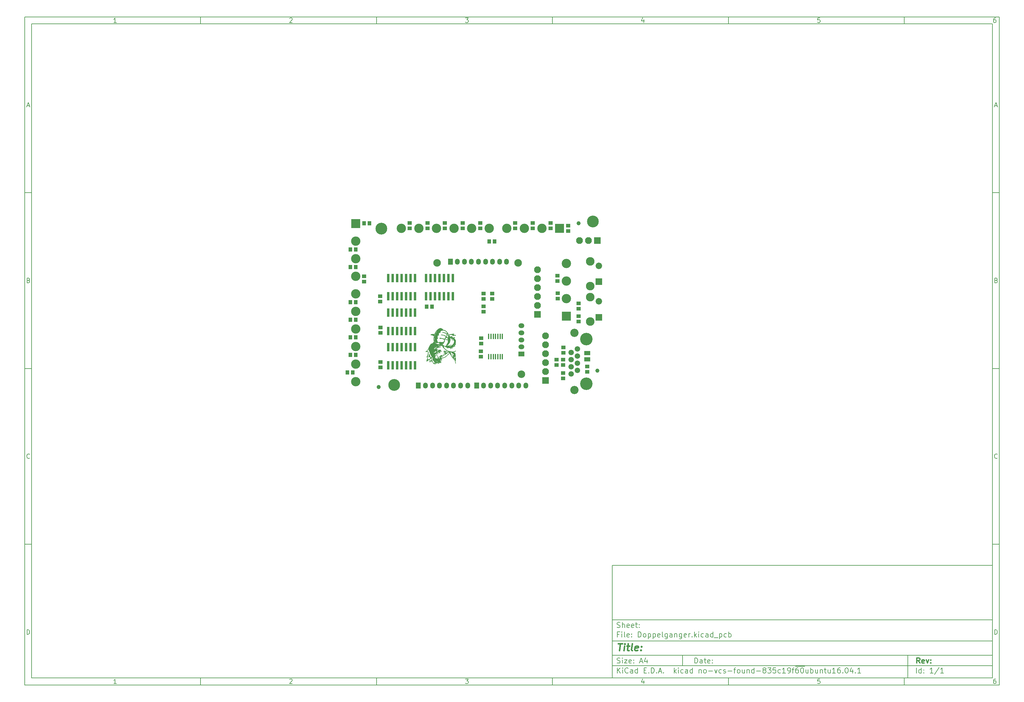
<source format=gbs>
%TF.GenerationSoftware,KiCad,Pcbnew,no-vcs-found-835c19f~60~ubuntu16.04.1*%
%TF.CreationDate,2017-10-10T23:09:56+02:00*%
%TF.ProjectId,Doppelganger,446F7070656C67616E6765722E6B6963,rev?*%
%TF.SameCoordinates,Original*%
%TF.FileFunction,Soldermask,Bot*%
%TF.FilePolarity,Negative*%
%FSLAX46Y46*%
G04 Gerber Fmt 4.6, Leading zero omitted, Abs format (unit mm)*
G04 Created by KiCad (PCBNEW no-vcs-found-835c19f~60~ubuntu16.04.1) date Tue Oct 10 23:09:56 2017*
%MOMM*%
%LPD*%
G01*
G04 APERTURE LIST*
%ADD10C,0.100000*%
%ADD11C,0.150000*%
%ADD12C,0.300000*%
%ADD13C,0.400000*%
%ADD14C,0.010000*%
%ADD15R,1.064400X1.216800*%
%ADD16R,1.216800X1.064400*%
%ADD17R,2.650000X2.650000*%
%ADD18C,2.650000*%
%ADD19R,1.850000X1.850000*%
%ADD20C,1.850000*%
%ADD21C,2.450000*%
%ADD22R,1.950000X1.950000*%
%ADD23C,1.950000*%
%ADD24R,0.750000X2.350000*%
%ADD25R,0.450000X1.650000*%
%ADD26C,1.550000*%
%ADD27C,3.550000*%
%ADD28C,2.350000*%
%ADD29R,1.724800X1.216800*%
%ADD30O,1.350000X1.674000*%
%ADD31R,1.350000X1.674000*%
%ADD32O,1.674000X1.350000*%
%ADD33R,1.674000X1.350000*%
%ADD34C,2.150000*%
%ADD35C,3.350000*%
%ADD36C,1.150000*%
G04 APERTURE END LIST*
D10*
D11*
X177002200Y-166007200D02*
X177002200Y-198007200D01*
X285002200Y-198007200D01*
X285002200Y-166007200D01*
X177002200Y-166007200D01*
D10*
D11*
X10000000Y-10000000D02*
X10000000Y-200007200D01*
X287002200Y-200007200D01*
X287002200Y-10000000D01*
X10000000Y-10000000D01*
D10*
D11*
X12000000Y-12000000D02*
X12000000Y-198007200D01*
X285002200Y-198007200D01*
X285002200Y-12000000D01*
X12000000Y-12000000D01*
D10*
D11*
X60000000Y-12000000D02*
X60000000Y-10000000D01*
D10*
D11*
X110000000Y-12000000D02*
X110000000Y-10000000D01*
D10*
D11*
X160000000Y-12000000D02*
X160000000Y-10000000D01*
D10*
D11*
X210000000Y-12000000D02*
X210000000Y-10000000D01*
D10*
D11*
X260000000Y-12000000D02*
X260000000Y-10000000D01*
D10*
D11*
X36065476Y-11588095D02*
X35322619Y-11588095D01*
X35694047Y-11588095D02*
X35694047Y-10288095D01*
X35570238Y-10473809D01*
X35446428Y-10597619D01*
X35322619Y-10659523D01*
D10*
D11*
X85322619Y-10411904D02*
X85384523Y-10350000D01*
X85508333Y-10288095D01*
X85817857Y-10288095D01*
X85941666Y-10350000D01*
X86003571Y-10411904D01*
X86065476Y-10535714D01*
X86065476Y-10659523D01*
X86003571Y-10845238D01*
X85260714Y-11588095D01*
X86065476Y-11588095D01*
D10*
D11*
X135260714Y-10288095D02*
X136065476Y-10288095D01*
X135632142Y-10783333D01*
X135817857Y-10783333D01*
X135941666Y-10845238D01*
X136003571Y-10907142D01*
X136065476Y-11030952D01*
X136065476Y-11340476D01*
X136003571Y-11464285D01*
X135941666Y-11526190D01*
X135817857Y-11588095D01*
X135446428Y-11588095D01*
X135322619Y-11526190D01*
X135260714Y-11464285D01*
D10*
D11*
X185941666Y-10721428D02*
X185941666Y-11588095D01*
X185632142Y-10226190D02*
X185322619Y-11154761D01*
X186127380Y-11154761D01*
D10*
D11*
X236003571Y-10288095D02*
X235384523Y-10288095D01*
X235322619Y-10907142D01*
X235384523Y-10845238D01*
X235508333Y-10783333D01*
X235817857Y-10783333D01*
X235941666Y-10845238D01*
X236003571Y-10907142D01*
X236065476Y-11030952D01*
X236065476Y-11340476D01*
X236003571Y-11464285D01*
X235941666Y-11526190D01*
X235817857Y-11588095D01*
X235508333Y-11588095D01*
X235384523Y-11526190D01*
X235322619Y-11464285D01*
D10*
D11*
X285941666Y-10288095D02*
X285694047Y-10288095D01*
X285570238Y-10350000D01*
X285508333Y-10411904D01*
X285384523Y-10597619D01*
X285322619Y-10845238D01*
X285322619Y-11340476D01*
X285384523Y-11464285D01*
X285446428Y-11526190D01*
X285570238Y-11588095D01*
X285817857Y-11588095D01*
X285941666Y-11526190D01*
X286003571Y-11464285D01*
X286065476Y-11340476D01*
X286065476Y-11030952D01*
X286003571Y-10907142D01*
X285941666Y-10845238D01*
X285817857Y-10783333D01*
X285570238Y-10783333D01*
X285446428Y-10845238D01*
X285384523Y-10907142D01*
X285322619Y-11030952D01*
D10*
D11*
X60000000Y-198007200D02*
X60000000Y-200007200D01*
D10*
D11*
X110000000Y-198007200D02*
X110000000Y-200007200D01*
D10*
D11*
X160000000Y-198007200D02*
X160000000Y-200007200D01*
D10*
D11*
X210000000Y-198007200D02*
X210000000Y-200007200D01*
D10*
D11*
X260000000Y-198007200D02*
X260000000Y-200007200D01*
D10*
D11*
X36065476Y-199595295D02*
X35322619Y-199595295D01*
X35694047Y-199595295D02*
X35694047Y-198295295D01*
X35570238Y-198481009D01*
X35446428Y-198604819D01*
X35322619Y-198666723D01*
D10*
D11*
X85322619Y-198419104D02*
X85384523Y-198357200D01*
X85508333Y-198295295D01*
X85817857Y-198295295D01*
X85941666Y-198357200D01*
X86003571Y-198419104D01*
X86065476Y-198542914D01*
X86065476Y-198666723D01*
X86003571Y-198852438D01*
X85260714Y-199595295D01*
X86065476Y-199595295D01*
D10*
D11*
X135260714Y-198295295D02*
X136065476Y-198295295D01*
X135632142Y-198790533D01*
X135817857Y-198790533D01*
X135941666Y-198852438D01*
X136003571Y-198914342D01*
X136065476Y-199038152D01*
X136065476Y-199347676D01*
X136003571Y-199471485D01*
X135941666Y-199533390D01*
X135817857Y-199595295D01*
X135446428Y-199595295D01*
X135322619Y-199533390D01*
X135260714Y-199471485D01*
D10*
D11*
X185941666Y-198728628D02*
X185941666Y-199595295D01*
X185632142Y-198233390D02*
X185322619Y-199161961D01*
X186127380Y-199161961D01*
D10*
D11*
X236003571Y-198295295D02*
X235384523Y-198295295D01*
X235322619Y-198914342D01*
X235384523Y-198852438D01*
X235508333Y-198790533D01*
X235817857Y-198790533D01*
X235941666Y-198852438D01*
X236003571Y-198914342D01*
X236065476Y-199038152D01*
X236065476Y-199347676D01*
X236003571Y-199471485D01*
X235941666Y-199533390D01*
X235817857Y-199595295D01*
X235508333Y-199595295D01*
X235384523Y-199533390D01*
X235322619Y-199471485D01*
D10*
D11*
X285941666Y-198295295D02*
X285694047Y-198295295D01*
X285570238Y-198357200D01*
X285508333Y-198419104D01*
X285384523Y-198604819D01*
X285322619Y-198852438D01*
X285322619Y-199347676D01*
X285384523Y-199471485D01*
X285446428Y-199533390D01*
X285570238Y-199595295D01*
X285817857Y-199595295D01*
X285941666Y-199533390D01*
X286003571Y-199471485D01*
X286065476Y-199347676D01*
X286065476Y-199038152D01*
X286003571Y-198914342D01*
X285941666Y-198852438D01*
X285817857Y-198790533D01*
X285570238Y-198790533D01*
X285446428Y-198852438D01*
X285384523Y-198914342D01*
X285322619Y-199038152D01*
D10*
D11*
X10000000Y-60000000D02*
X12000000Y-60000000D01*
D10*
D11*
X10000000Y-110000000D02*
X12000000Y-110000000D01*
D10*
D11*
X10000000Y-160000000D02*
X12000000Y-160000000D01*
D10*
D11*
X10690476Y-35216666D02*
X11309523Y-35216666D01*
X10566666Y-35588095D02*
X11000000Y-34288095D01*
X11433333Y-35588095D01*
D10*
D11*
X11092857Y-84907142D02*
X11278571Y-84969047D01*
X11340476Y-85030952D01*
X11402380Y-85154761D01*
X11402380Y-85340476D01*
X11340476Y-85464285D01*
X11278571Y-85526190D01*
X11154761Y-85588095D01*
X10659523Y-85588095D01*
X10659523Y-84288095D01*
X11092857Y-84288095D01*
X11216666Y-84350000D01*
X11278571Y-84411904D01*
X11340476Y-84535714D01*
X11340476Y-84659523D01*
X11278571Y-84783333D01*
X11216666Y-84845238D01*
X11092857Y-84907142D01*
X10659523Y-84907142D01*
D10*
D11*
X11402380Y-135464285D02*
X11340476Y-135526190D01*
X11154761Y-135588095D01*
X11030952Y-135588095D01*
X10845238Y-135526190D01*
X10721428Y-135402380D01*
X10659523Y-135278571D01*
X10597619Y-135030952D01*
X10597619Y-134845238D01*
X10659523Y-134597619D01*
X10721428Y-134473809D01*
X10845238Y-134350000D01*
X11030952Y-134288095D01*
X11154761Y-134288095D01*
X11340476Y-134350000D01*
X11402380Y-134411904D01*
D10*
D11*
X10659523Y-185588095D02*
X10659523Y-184288095D01*
X10969047Y-184288095D01*
X11154761Y-184350000D01*
X11278571Y-184473809D01*
X11340476Y-184597619D01*
X11402380Y-184845238D01*
X11402380Y-185030952D01*
X11340476Y-185278571D01*
X11278571Y-185402380D01*
X11154761Y-185526190D01*
X10969047Y-185588095D01*
X10659523Y-185588095D01*
D10*
D11*
X287002200Y-60000000D02*
X285002200Y-60000000D01*
D10*
D11*
X287002200Y-110000000D02*
X285002200Y-110000000D01*
D10*
D11*
X287002200Y-160000000D02*
X285002200Y-160000000D01*
D10*
D11*
X285692676Y-35216666D02*
X286311723Y-35216666D01*
X285568866Y-35588095D02*
X286002200Y-34288095D01*
X286435533Y-35588095D01*
D10*
D11*
X286095057Y-84907142D02*
X286280771Y-84969047D01*
X286342676Y-85030952D01*
X286404580Y-85154761D01*
X286404580Y-85340476D01*
X286342676Y-85464285D01*
X286280771Y-85526190D01*
X286156961Y-85588095D01*
X285661723Y-85588095D01*
X285661723Y-84288095D01*
X286095057Y-84288095D01*
X286218866Y-84350000D01*
X286280771Y-84411904D01*
X286342676Y-84535714D01*
X286342676Y-84659523D01*
X286280771Y-84783333D01*
X286218866Y-84845238D01*
X286095057Y-84907142D01*
X285661723Y-84907142D01*
D10*
D11*
X286404580Y-135464285D02*
X286342676Y-135526190D01*
X286156961Y-135588095D01*
X286033152Y-135588095D01*
X285847438Y-135526190D01*
X285723628Y-135402380D01*
X285661723Y-135278571D01*
X285599819Y-135030952D01*
X285599819Y-134845238D01*
X285661723Y-134597619D01*
X285723628Y-134473809D01*
X285847438Y-134350000D01*
X286033152Y-134288095D01*
X286156961Y-134288095D01*
X286342676Y-134350000D01*
X286404580Y-134411904D01*
D10*
D11*
X285661723Y-185588095D02*
X285661723Y-184288095D01*
X285971247Y-184288095D01*
X286156961Y-184350000D01*
X286280771Y-184473809D01*
X286342676Y-184597619D01*
X286404580Y-184845238D01*
X286404580Y-185030952D01*
X286342676Y-185278571D01*
X286280771Y-185402380D01*
X286156961Y-185526190D01*
X285971247Y-185588095D01*
X285661723Y-185588095D01*
D10*
D11*
X200434342Y-193785771D02*
X200434342Y-192285771D01*
X200791485Y-192285771D01*
X201005771Y-192357200D01*
X201148628Y-192500057D01*
X201220057Y-192642914D01*
X201291485Y-192928628D01*
X201291485Y-193142914D01*
X201220057Y-193428628D01*
X201148628Y-193571485D01*
X201005771Y-193714342D01*
X200791485Y-193785771D01*
X200434342Y-193785771D01*
X202577200Y-193785771D02*
X202577200Y-193000057D01*
X202505771Y-192857200D01*
X202362914Y-192785771D01*
X202077200Y-192785771D01*
X201934342Y-192857200D01*
X202577200Y-193714342D02*
X202434342Y-193785771D01*
X202077200Y-193785771D01*
X201934342Y-193714342D01*
X201862914Y-193571485D01*
X201862914Y-193428628D01*
X201934342Y-193285771D01*
X202077200Y-193214342D01*
X202434342Y-193214342D01*
X202577200Y-193142914D01*
X203077200Y-192785771D02*
X203648628Y-192785771D01*
X203291485Y-192285771D02*
X203291485Y-193571485D01*
X203362914Y-193714342D01*
X203505771Y-193785771D01*
X203648628Y-193785771D01*
X204720057Y-193714342D02*
X204577200Y-193785771D01*
X204291485Y-193785771D01*
X204148628Y-193714342D01*
X204077200Y-193571485D01*
X204077200Y-193000057D01*
X204148628Y-192857200D01*
X204291485Y-192785771D01*
X204577200Y-192785771D01*
X204720057Y-192857200D01*
X204791485Y-193000057D01*
X204791485Y-193142914D01*
X204077200Y-193285771D01*
X205434342Y-193642914D02*
X205505771Y-193714342D01*
X205434342Y-193785771D01*
X205362914Y-193714342D01*
X205434342Y-193642914D01*
X205434342Y-193785771D01*
X205434342Y-192857200D02*
X205505771Y-192928628D01*
X205434342Y-193000057D01*
X205362914Y-192928628D01*
X205434342Y-192857200D01*
X205434342Y-193000057D01*
D10*
D11*
X177002200Y-194507200D02*
X285002200Y-194507200D01*
D10*
D11*
X178434342Y-196585771D02*
X178434342Y-195085771D01*
X179291485Y-196585771D02*
X178648628Y-195728628D01*
X179291485Y-195085771D02*
X178434342Y-195942914D01*
X179934342Y-196585771D02*
X179934342Y-195585771D01*
X179934342Y-195085771D02*
X179862914Y-195157200D01*
X179934342Y-195228628D01*
X180005771Y-195157200D01*
X179934342Y-195085771D01*
X179934342Y-195228628D01*
X181505771Y-196442914D02*
X181434342Y-196514342D01*
X181220057Y-196585771D01*
X181077200Y-196585771D01*
X180862914Y-196514342D01*
X180720057Y-196371485D01*
X180648628Y-196228628D01*
X180577200Y-195942914D01*
X180577200Y-195728628D01*
X180648628Y-195442914D01*
X180720057Y-195300057D01*
X180862914Y-195157200D01*
X181077200Y-195085771D01*
X181220057Y-195085771D01*
X181434342Y-195157200D01*
X181505771Y-195228628D01*
X182791485Y-196585771D02*
X182791485Y-195800057D01*
X182720057Y-195657200D01*
X182577200Y-195585771D01*
X182291485Y-195585771D01*
X182148628Y-195657200D01*
X182791485Y-196514342D02*
X182648628Y-196585771D01*
X182291485Y-196585771D01*
X182148628Y-196514342D01*
X182077200Y-196371485D01*
X182077200Y-196228628D01*
X182148628Y-196085771D01*
X182291485Y-196014342D01*
X182648628Y-196014342D01*
X182791485Y-195942914D01*
X184148628Y-196585771D02*
X184148628Y-195085771D01*
X184148628Y-196514342D02*
X184005771Y-196585771D01*
X183720057Y-196585771D01*
X183577200Y-196514342D01*
X183505771Y-196442914D01*
X183434342Y-196300057D01*
X183434342Y-195871485D01*
X183505771Y-195728628D01*
X183577200Y-195657200D01*
X183720057Y-195585771D01*
X184005771Y-195585771D01*
X184148628Y-195657200D01*
X186005771Y-195800057D02*
X186505771Y-195800057D01*
X186720057Y-196585771D02*
X186005771Y-196585771D01*
X186005771Y-195085771D01*
X186720057Y-195085771D01*
X187362914Y-196442914D02*
X187434342Y-196514342D01*
X187362914Y-196585771D01*
X187291485Y-196514342D01*
X187362914Y-196442914D01*
X187362914Y-196585771D01*
X188077200Y-196585771D02*
X188077200Y-195085771D01*
X188434342Y-195085771D01*
X188648628Y-195157200D01*
X188791485Y-195300057D01*
X188862914Y-195442914D01*
X188934342Y-195728628D01*
X188934342Y-195942914D01*
X188862914Y-196228628D01*
X188791485Y-196371485D01*
X188648628Y-196514342D01*
X188434342Y-196585771D01*
X188077200Y-196585771D01*
X189577200Y-196442914D02*
X189648628Y-196514342D01*
X189577200Y-196585771D01*
X189505771Y-196514342D01*
X189577200Y-196442914D01*
X189577200Y-196585771D01*
X190220057Y-196157200D02*
X190934342Y-196157200D01*
X190077200Y-196585771D02*
X190577200Y-195085771D01*
X191077200Y-196585771D01*
X191577200Y-196442914D02*
X191648628Y-196514342D01*
X191577200Y-196585771D01*
X191505771Y-196514342D01*
X191577200Y-196442914D01*
X191577200Y-196585771D01*
X194577200Y-196585771D02*
X194577200Y-195085771D01*
X194720057Y-196014342D02*
X195148628Y-196585771D01*
X195148628Y-195585771D02*
X194577200Y-196157200D01*
X195791485Y-196585771D02*
X195791485Y-195585771D01*
X195791485Y-195085771D02*
X195720057Y-195157200D01*
X195791485Y-195228628D01*
X195862914Y-195157200D01*
X195791485Y-195085771D01*
X195791485Y-195228628D01*
X197148628Y-196514342D02*
X197005771Y-196585771D01*
X196720057Y-196585771D01*
X196577200Y-196514342D01*
X196505771Y-196442914D01*
X196434342Y-196300057D01*
X196434342Y-195871485D01*
X196505771Y-195728628D01*
X196577200Y-195657200D01*
X196720057Y-195585771D01*
X197005771Y-195585771D01*
X197148628Y-195657200D01*
X198434342Y-196585771D02*
X198434342Y-195800057D01*
X198362914Y-195657200D01*
X198220057Y-195585771D01*
X197934342Y-195585771D01*
X197791485Y-195657200D01*
X198434342Y-196514342D02*
X198291485Y-196585771D01*
X197934342Y-196585771D01*
X197791485Y-196514342D01*
X197720057Y-196371485D01*
X197720057Y-196228628D01*
X197791485Y-196085771D01*
X197934342Y-196014342D01*
X198291485Y-196014342D01*
X198434342Y-195942914D01*
X199791485Y-196585771D02*
X199791485Y-195085771D01*
X199791485Y-196514342D02*
X199648628Y-196585771D01*
X199362914Y-196585771D01*
X199220057Y-196514342D01*
X199148628Y-196442914D01*
X199077200Y-196300057D01*
X199077200Y-195871485D01*
X199148628Y-195728628D01*
X199220057Y-195657200D01*
X199362914Y-195585771D01*
X199648628Y-195585771D01*
X199791485Y-195657200D01*
X201648628Y-195585771D02*
X201648628Y-196585771D01*
X201648628Y-195728628D02*
X201720057Y-195657200D01*
X201862914Y-195585771D01*
X202077200Y-195585771D01*
X202220057Y-195657200D01*
X202291485Y-195800057D01*
X202291485Y-196585771D01*
X203220057Y-196585771D02*
X203077200Y-196514342D01*
X203005771Y-196442914D01*
X202934342Y-196300057D01*
X202934342Y-195871485D01*
X203005771Y-195728628D01*
X203077200Y-195657200D01*
X203220057Y-195585771D01*
X203434342Y-195585771D01*
X203577200Y-195657200D01*
X203648628Y-195728628D01*
X203720057Y-195871485D01*
X203720057Y-196300057D01*
X203648628Y-196442914D01*
X203577200Y-196514342D01*
X203434342Y-196585771D01*
X203220057Y-196585771D01*
X204362914Y-196014342D02*
X205505771Y-196014342D01*
X206077200Y-195585771D02*
X206434342Y-196585771D01*
X206791485Y-195585771D01*
X208005771Y-196514342D02*
X207862914Y-196585771D01*
X207577200Y-196585771D01*
X207434342Y-196514342D01*
X207362914Y-196442914D01*
X207291485Y-196300057D01*
X207291485Y-195871485D01*
X207362914Y-195728628D01*
X207434342Y-195657200D01*
X207577200Y-195585771D01*
X207862914Y-195585771D01*
X208005771Y-195657200D01*
X208577200Y-196514342D02*
X208720057Y-196585771D01*
X209005771Y-196585771D01*
X209148628Y-196514342D01*
X209220057Y-196371485D01*
X209220057Y-196300057D01*
X209148628Y-196157200D01*
X209005771Y-196085771D01*
X208791485Y-196085771D01*
X208648628Y-196014342D01*
X208577200Y-195871485D01*
X208577200Y-195800057D01*
X208648628Y-195657200D01*
X208791485Y-195585771D01*
X209005771Y-195585771D01*
X209148628Y-195657200D01*
X209862914Y-196014342D02*
X211005771Y-196014342D01*
X211505771Y-195585771D02*
X212077200Y-195585771D01*
X211720057Y-196585771D02*
X211720057Y-195300057D01*
X211791485Y-195157200D01*
X211934342Y-195085771D01*
X212077200Y-195085771D01*
X212791485Y-196585771D02*
X212648628Y-196514342D01*
X212577200Y-196442914D01*
X212505771Y-196300057D01*
X212505771Y-195871485D01*
X212577200Y-195728628D01*
X212648628Y-195657200D01*
X212791485Y-195585771D01*
X213005771Y-195585771D01*
X213148628Y-195657200D01*
X213220057Y-195728628D01*
X213291485Y-195871485D01*
X213291485Y-196300057D01*
X213220057Y-196442914D01*
X213148628Y-196514342D01*
X213005771Y-196585771D01*
X212791485Y-196585771D01*
X214577200Y-195585771D02*
X214577200Y-196585771D01*
X213934342Y-195585771D02*
X213934342Y-196371485D01*
X214005771Y-196514342D01*
X214148628Y-196585771D01*
X214362914Y-196585771D01*
X214505771Y-196514342D01*
X214577200Y-196442914D01*
X215291485Y-195585771D02*
X215291485Y-196585771D01*
X215291485Y-195728628D02*
X215362914Y-195657200D01*
X215505771Y-195585771D01*
X215720057Y-195585771D01*
X215862914Y-195657200D01*
X215934342Y-195800057D01*
X215934342Y-196585771D01*
X217291485Y-196585771D02*
X217291485Y-195085771D01*
X217291485Y-196514342D02*
X217148628Y-196585771D01*
X216862914Y-196585771D01*
X216720057Y-196514342D01*
X216648628Y-196442914D01*
X216577200Y-196300057D01*
X216577200Y-195871485D01*
X216648628Y-195728628D01*
X216720057Y-195657200D01*
X216862914Y-195585771D01*
X217148628Y-195585771D01*
X217291485Y-195657200D01*
X218005771Y-196014342D02*
X219148628Y-196014342D01*
X220077200Y-195728628D02*
X219934342Y-195657200D01*
X219862914Y-195585771D01*
X219791485Y-195442914D01*
X219791485Y-195371485D01*
X219862914Y-195228628D01*
X219934342Y-195157200D01*
X220077200Y-195085771D01*
X220362914Y-195085771D01*
X220505771Y-195157200D01*
X220577200Y-195228628D01*
X220648628Y-195371485D01*
X220648628Y-195442914D01*
X220577200Y-195585771D01*
X220505771Y-195657200D01*
X220362914Y-195728628D01*
X220077200Y-195728628D01*
X219934342Y-195800057D01*
X219862914Y-195871485D01*
X219791485Y-196014342D01*
X219791485Y-196300057D01*
X219862914Y-196442914D01*
X219934342Y-196514342D01*
X220077200Y-196585771D01*
X220362914Y-196585771D01*
X220505771Y-196514342D01*
X220577200Y-196442914D01*
X220648628Y-196300057D01*
X220648628Y-196014342D01*
X220577200Y-195871485D01*
X220505771Y-195800057D01*
X220362914Y-195728628D01*
X221148628Y-195085771D02*
X222077200Y-195085771D01*
X221577200Y-195657200D01*
X221791485Y-195657200D01*
X221934342Y-195728628D01*
X222005771Y-195800057D01*
X222077200Y-195942914D01*
X222077200Y-196300057D01*
X222005771Y-196442914D01*
X221934342Y-196514342D01*
X221791485Y-196585771D01*
X221362914Y-196585771D01*
X221220057Y-196514342D01*
X221148628Y-196442914D01*
X223434342Y-195085771D02*
X222720057Y-195085771D01*
X222648628Y-195800057D01*
X222720057Y-195728628D01*
X222862914Y-195657200D01*
X223220057Y-195657200D01*
X223362914Y-195728628D01*
X223434342Y-195800057D01*
X223505771Y-195942914D01*
X223505771Y-196300057D01*
X223434342Y-196442914D01*
X223362914Y-196514342D01*
X223220057Y-196585771D01*
X222862914Y-196585771D01*
X222720057Y-196514342D01*
X222648628Y-196442914D01*
X224791485Y-196514342D02*
X224648628Y-196585771D01*
X224362914Y-196585771D01*
X224220057Y-196514342D01*
X224148628Y-196442914D01*
X224077200Y-196300057D01*
X224077200Y-195871485D01*
X224148628Y-195728628D01*
X224220057Y-195657200D01*
X224362914Y-195585771D01*
X224648628Y-195585771D01*
X224791485Y-195657200D01*
X226220057Y-196585771D02*
X225362914Y-196585771D01*
X225791485Y-196585771D02*
X225791485Y-195085771D01*
X225648628Y-195300057D01*
X225505771Y-195442914D01*
X225362914Y-195514342D01*
X226934342Y-196585771D02*
X227220057Y-196585771D01*
X227362914Y-196514342D01*
X227434342Y-196442914D01*
X227577200Y-196228628D01*
X227648628Y-195942914D01*
X227648628Y-195371485D01*
X227577200Y-195228628D01*
X227505771Y-195157200D01*
X227362914Y-195085771D01*
X227077200Y-195085771D01*
X226934342Y-195157200D01*
X226862914Y-195228628D01*
X226791485Y-195371485D01*
X226791485Y-195728628D01*
X226862914Y-195871485D01*
X226934342Y-195942914D01*
X227077200Y-196014342D01*
X227362914Y-196014342D01*
X227505771Y-195942914D01*
X227577200Y-195871485D01*
X227648628Y-195728628D01*
X228077200Y-195585771D02*
X228648628Y-195585771D01*
X228291485Y-196585771D02*
X228291485Y-195300057D01*
X228362914Y-195157200D01*
X228505771Y-195085771D01*
X228648628Y-195085771D01*
X229038985Y-194677200D02*
X230220057Y-194677200D01*
X229791485Y-195085771D02*
X229505771Y-195085771D01*
X229362914Y-195157200D01*
X229291485Y-195228628D01*
X229148628Y-195442914D01*
X229077200Y-195728628D01*
X229077200Y-196300057D01*
X229148628Y-196442914D01*
X229220057Y-196514342D01*
X229362914Y-196585771D01*
X229648628Y-196585771D01*
X229791485Y-196514342D01*
X229862914Y-196442914D01*
X229934342Y-196300057D01*
X229934342Y-195942914D01*
X229862914Y-195800057D01*
X229791485Y-195728628D01*
X229648628Y-195657200D01*
X229362914Y-195657200D01*
X229220057Y-195728628D01*
X229148628Y-195800057D01*
X229077200Y-195942914D01*
X230220057Y-194677200D02*
X231648628Y-194677200D01*
X230862914Y-195085771D02*
X231005771Y-195085771D01*
X231148628Y-195157200D01*
X231220057Y-195228628D01*
X231291485Y-195371485D01*
X231362914Y-195657200D01*
X231362914Y-196014342D01*
X231291485Y-196300057D01*
X231220057Y-196442914D01*
X231148628Y-196514342D01*
X231005771Y-196585771D01*
X230862914Y-196585771D01*
X230720057Y-196514342D01*
X230648628Y-196442914D01*
X230577200Y-196300057D01*
X230505771Y-196014342D01*
X230505771Y-195657200D01*
X230577200Y-195371485D01*
X230648628Y-195228628D01*
X230720057Y-195157200D01*
X230862914Y-195085771D01*
X232648628Y-195585771D02*
X232648628Y-196585771D01*
X232005771Y-195585771D02*
X232005771Y-196371485D01*
X232077199Y-196514342D01*
X232220057Y-196585771D01*
X232434342Y-196585771D01*
X232577199Y-196514342D01*
X232648628Y-196442914D01*
X233362914Y-196585771D02*
X233362914Y-195085771D01*
X233362914Y-195657200D02*
X233505771Y-195585771D01*
X233791485Y-195585771D01*
X233934342Y-195657200D01*
X234005771Y-195728628D01*
X234077200Y-195871485D01*
X234077200Y-196300057D01*
X234005771Y-196442914D01*
X233934342Y-196514342D01*
X233791485Y-196585771D01*
X233505771Y-196585771D01*
X233362914Y-196514342D01*
X235362914Y-195585771D02*
X235362914Y-196585771D01*
X234720057Y-195585771D02*
X234720057Y-196371485D01*
X234791485Y-196514342D01*
X234934342Y-196585771D01*
X235148628Y-196585771D01*
X235291485Y-196514342D01*
X235362914Y-196442914D01*
X236077200Y-195585771D02*
X236077200Y-196585771D01*
X236077200Y-195728628D02*
X236148628Y-195657200D01*
X236291485Y-195585771D01*
X236505771Y-195585771D01*
X236648628Y-195657200D01*
X236720057Y-195800057D01*
X236720057Y-196585771D01*
X237220057Y-195585771D02*
X237791485Y-195585771D01*
X237434342Y-195085771D02*
X237434342Y-196371485D01*
X237505771Y-196514342D01*
X237648628Y-196585771D01*
X237791485Y-196585771D01*
X238934342Y-195585771D02*
X238934342Y-196585771D01*
X238291485Y-195585771D02*
X238291485Y-196371485D01*
X238362914Y-196514342D01*
X238505771Y-196585771D01*
X238720057Y-196585771D01*
X238862914Y-196514342D01*
X238934342Y-196442914D01*
X240434342Y-196585771D02*
X239577200Y-196585771D01*
X240005771Y-196585771D02*
X240005771Y-195085771D01*
X239862914Y-195300057D01*
X239720057Y-195442914D01*
X239577200Y-195514342D01*
X241720057Y-195085771D02*
X241434342Y-195085771D01*
X241291485Y-195157200D01*
X241220057Y-195228628D01*
X241077200Y-195442914D01*
X241005771Y-195728628D01*
X241005771Y-196300057D01*
X241077200Y-196442914D01*
X241148628Y-196514342D01*
X241291485Y-196585771D01*
X241577200Y-196585771D01*
X241720057Y-196514342D01*
X241791485Y-196442914D01*
X241862914Y-196300057D01*
X241862914Y-195942914D01*
X241791485Y-195800057D01*
X241720057Y-195728628D01*
X241577200Y-195657200D01*
X241291485Y-195657200D01*
X241148628Y-195728628D01*
X241077200Y-195800057D01*
X241005771Y-195942914D01*
X242505771Y-196442914D02*
X242577199Y-196514342D01*
X242505771Y-196585771D01*
X242434342Y-196514342D01*
X242505771Y-196442914D01*
X242505771Y-196585771D01*
X243505771Y-195085771D02*
X243648628Y-195085771D01*
X243791485Y-195157200D01*
X243862914Y-195228628D01*
X243934342Y-195371485D01*
X244005771Y-195657200D01*
X244005771Y-196014342D01*
X243934342Y-196300057D01*
X243862914Y-196442914D01*
X243791485Y-196514342D01*
X243648628Y-196585771D01*
X243505771Y-196585771D01*
X243362914Y-196514342D01*
X243291485Y-196442914D01*
X243220057Y-196300057D01*
X243148628Y-196014342D01*
X243148628Y-195657200D01*
X243220057Y-195371485D01*
X243291485Y-195228628D01*
X243362914Y-195157200D01*
X243505771Y-195085771D01*
X245291485Y-195585771D02*
X245291485Y-196585771D01*
X244934342Y-195014342D02*
X244577199Y-196085771D01*
X245505771Y-196085771D01*
X246077199Y-196442914D02*
X246148628Y-196514342D01*
X246077199Y-196585771D01*
X246005771Y-196514342D01*
X246077199Y-196442914D01*
X246077199Y-196585771D01*
X247577200Y-196585771D02*
X246720057Y-196585771D01*
X247148628Y-196585771D02*
X247148628Y-195085771D01*
X247005771Y-195300057D01*
X246862914Y-195442914D01*
X246720057Y-195514342D01*
D10*
D11*
X177002200Y-191507200D02*
X285002200Y-191507200D01*
D10*
D12*
X264411485Y-193785771D02*
X263911485Y-193071485D01*
X263554342Y-193785771D02*
X263554342Y-192285771D01*
X264125771Y-192285771D01*
X264268628Y-192357200D01*
X264340057Y-192428628D01*
X264411485Y-192571485D01*
X264411485Y-192785771D01*
X264340057Y-192928628D01*
X264268628Y-193000057D01*
X264125771Y-193071485D01*
X263554342Y-193071485D01*
X265625771Y-193714342D02*
X265482914Y-193785771D01*
X265197200Y-193785771D01*
X265054342Y-193714342D01*
X264982914Y-193571485D01*
X264982914Y-193000057D01*
X265054342Y-192857200D01*
X265197200Y-192785771D01*
X265482914Y-192785771D01*
X265625771Y-192857200D01*
X265697200Y-193000057D01*
X265697200Y-193142914D01*
X264982914Y-193285771D01*
X266197200Y-192785771D02*
X266554342Y-193785771D01*
X266911485Y-192785771D01*
X267482914Y-193642914D02*
X267554342Y-193714342D01*
X267482914Y-193785771D01*
X267411485Y-193714342D01*
X267482914Y-193642914D01*
X267482914Y-193785771D01*
X267482914Y-192857200D02*
X267554342Y-192928628D01*
X267482914Y-193000057D01*
X267411485Y-192928628D01*
X267482914Y-192857200D01*
X267482914Y-193000057D01*
D10*
D11*
X178362914Y-193714342D02*
X178577200Y-193785771D01*
X178934342Y-193785771D01*
X179077200Y-193714342D01*
X179148628Y-193642914D01*
X179220057Y-193500057D01*
X179220057Y-193357200D01*
X179148628Y-193214342D01*
X179077200Y-193142914D01*
X178934342Y-193071485D01*
X178648628Y-193000057D01*
X178505771Y-192928628D01*
X178434342Y-192857200D01*
X178362914Y-192714342D01*
X178362914Y-192571485D01*
X178434342Y-192428628D01*
X178505771Y-192357200D01*
X178648628Y-192285771D01*
X179005771Y-192285771D01*
X179220057Y-192357200D01*
X179862914Y-193785771D02*
X179862914Y-192785771D01*
X179862914Y-192285771D02*
X179791485Y-192357200D01*
X179862914Y-192428628D01*
X179934342Y-192357200D01*
X179862914Y-192285771D01*
X179862914Y-192428628D01*
X180434342Y-192785771D02*
X181220057Y-192785771D01*
X180434342Y-193785771D01*
X181220057Y-193785771D01*
X182362914Y-193714342D02*
X182220057Y-193785771D01*
X181934342Y-193785771D01*
X181791485Y-193714342D01*
X181720057Y-193571485D01*
X181720057Y-193000057D01*
X181791485Y-192857200D01*
X181934342Y-192785771D01*
X182220057Y-192785771D01*
X182362914Y-192857200D01*
X182434342Y-193000057D01*
X182434342Y-193142914D01*
X181720057Y-193285771D01*
X183077200Y-193642914D02*
X183148628Y-193714342D01*
X183077200Y-193785771D01*
X183005771Y-193714342D01*
X183077200Y-193642914D01*
X183077200Y-193785771D01*
X183077200Y-192857200D02*
X183148628Y-192928628D01*
X183077200Y-193000057D01*
X183005771Y-192928628D01*
X183077200Y-192857200D01*
X183077200Y-193000057D01*
X184862914Y-193357200D02*
X185577200Y-193357200D01*
X184720057Y-193785771D02*
X185220057Y-192285771D01*
X185720057Y-193785771D01*
X186862914Y-192785771D02*
X186862914Y-193785771D01*
X186505771Y-192214342D02*
X186148628Y-193285771D01*
X187077200Y-193285771D01*
D10*
D11*
X263434342Y-196585771D02*
X263434342Y-195085771D01*
X264791485Y-196585771D02*
X264791485Y-195085771D01*
X264791485Y-196514342D02*
X264648628Y-196585771D01*
X264362914Y-196585771D01*
X264220057Y-196514342D01*
X264148628Y-196442914D01*
X264077200Y-196300057D01*
X264077200Y-195871485D01*
X264148628Y-195728628D01*
X264220057Y-195657200D01*
X264362914Y-195585771D01*
X264648628Y-195585771D01*
X264791485Y-195657200D01*
X265505771Y-196442914D02*
X265577200Y-196514342D01*
X265505771Y-196585771D01*
X265434342Y-196514342D01*
X265505771Y-196442914D01*
X265505771Y-196585771D01*
X265505771Y-195657200D02*
X265577200Y-195728628D01*
X265505771Y-195800057D01*
X265434342Y-195728628D01*
X265505771Y-195657200D01*
X265505771Y-195800057D01*
X268148628Y-196585771D02*
X267291485Y-196585771D01*
X267720057Y-196585771D02*
X267720057Y-195085771D01*
X267577200Y-195300057D01*
X267434342Y-195442914D01*
X267291485Y-195514342D01*
X269862914Y-195014342D02*
X268577200Y-196942914D01*
X271148628Y-196585771D02*
X270291485Y-196585771D01*
X270720057Y-196585771D02*
X270720057Y-195085771D01*
X270577200Y-195300057D01*
X270434342Y-195442914D01*
X270291485Y-195514342D01*
D10*
D11*
X177002200Y-187507200D02*
X285002200Y-187507200D01*
D10*
D13*
X178714580Y-188211961D02*
X179857438Y-188211961D01*
X179036009Y-190211961D02*
X179286009Y-188211961D01*
X180274104Y-190211961D02*
X180440771Y-188878628D01*
X180524104Y-188211961D02*
X180416961Y-188307200D01*
X180500295Y-188402438D01*
X180607438Y-188307200D01*
X180524104Y-188211961D01*
X180500295Y-188402438D01*
X181107438Y-188878628D02*
X181869342Y-188878628D01*
X181476485Y-188211961D02*
X181262200Y-189926247D01*
X181333628Y-190116723D01*
X181512200Y-190211961D01*
X181702676Y-190211961D01*
X182655057Y-190211961D02*
X182476485Y-190116723D01*
X182405057Y-189926247D01*
X182619342Y-188211961D01*
X184190771Y-190116723D02*
X183988390Y-190211961D01*
X183607438Y-190211961D01*
X183428866Y-190116723D01*
X183357438Y-189926247D01*
X183452676Y-189164342D01*
X183571723Y-188973866D01*
X183774104Y-188878628D01*
X184155057Y-188878628D01*
X184333628Y-188973866D01*
X184405057Y-189164342D01*
X184381247Y-189354819D01*
X183405057Y-189545295D01*
X185155057Y-190021485D02*
X185238390Y-190116723D01*
X185131247Y-190211961D01*
X185047914Y-190116723D01*
X185155057Y-190021485D01*
X185131247Y-190211961D01*
X185286009Y-188973866D02*
X185369342Y-189069104D01*
X185262200Y-189164342D01*
X185178866Y-189069104D01*
X185286009Y-188973866D01*
X185262200Y-189164342D01*
D10*
D11*
X178934342Y-185600057D02*
X178434342Y-185600057D01*
X178434342Y-186385771D02*
X178434342Y-184885771D01*
X179148628Y-184885771D01*
X179720057Y-186385771D02*
X179720057Y-185385771D01*
X179720057Y-184885771D02*
X179648628Y-184957200D01*
X179720057Y-185028628D01*
X179791485Y-184957200D01*
X179720057Y-184885771D01*
X179720057Y-185028628D01*
X180648628Y-186385771D02*
X180505771Y-186314342D01*
X180434342Y-186171485D01*
X180434342Y-184885771D01*
X181791485Y-186314342D02*
X181648628Y-186385771D01*
X181362914Y-186385771D01*
X181220057Y-186314342D01*
X181148628Y-186171485D01*
X181148628Y-185600057D01*
X181220057Y-185457200D01*
X181362914Y-185385771D01*
X181648628Y-185385771D01*
X181791485Y-185457200D01*
X181862914Y-185600057D01*
X181862914Y-185742914D01*
X181148628Y-185885771D01*
X182505771Y-186242914D02*
X182577200Y-186314342D01*
X182505771Y-186385771D01*
X182434342Y-186314342D01*
X182505771Y-186242914D01*
X182505771Y-186385771D01*
X182505771Y-185457200D02*
X182577200Y-185528628D01*
X182505771Y-185600057D01*
X182434342Y-185528628D01*
X182505771Y-185457200D01*
X182505771Y-185600057D01*
X184362914Y-186385771D02*
X184362914Y-184885771D01*
X184720057Y-184885771D01*
X184934342Y-184957200D01*
X185077200Y-185100057D01*
X185148628Y-185242914D01*
X185220057Y-185528628D01*
X185220057Y-185742914D01*
X185148628Y-186028628D01*
X185077200Y-186171485D01*
X184934342Y-186314342D01*
X184720057Y-186385771D01*
X184362914Y-186385771D01*
X186077200Y-186385771D02*
X185934342Y-186314342D01*
X185862914Y-186242914D01*
X185791485Y-186100057D01*
X185791485Y-185671485D01*
X185862914Y-185528628D01*
X185934342Y-185457200D01*
X186077200Y-185385771D01*
X186291485Y-185385771D01*
X186434342Y-185457200D01*
X186505771Y-185528628D01*
X186577200Y-185671485D01*
X186577200Y-186100057D01*
X186505771Y-186242914D01*
X186434342Y-186314342D01*
X186291485Y-186385771D01*
X186077200Y-186385771D01*
X187220057Y-185385771D02*
X187220057Y-186885771D01*
X187220057Y-185457200D02*
X187362914Y-185385771D01*
X187648628Y-185385771D01*
X187791485Y-185457200D01*
X187862914Y-185528628D01*
X187934342Y-185671485D01*
X187934342Y-186100057D01*
X187862914Y-186242914D01*
X187791485Y-186314342D01*
X187648628Y-186385771D01*
X187362914Y-186385771D01*
X187220057Y-186314342D01*
X188577200Y-185385771D02*
X188577200Y-186885771D01*
X188577200Y-185457200D02*
X188720057Y-185385771D01*
X189005771Y-185385771D01*
X189148628Y-185457200D01*
X189220057Y-185528628D01*
X189291485Y-185671485D01*
X189291485Y-186100057D01*
X189220057Y-186242914D01*
X189148628Y-186314342D01*
X189005771Y-186385771D01*
X188720057Y-186385771D01*
X188577200Y-186314342D01*
X190505771Y-186314342D02*
X190362914Y-186385771D01*
X190077200Y-186385771D01*
X189934342Y-186314342D01*
X189862914Y-186171485D01*
X189862914Y-185600057D01*
X189934342Y-185457200D01*
X190077200Y-185385771D01*
X190362914Y-185385771D01*
X190505771Y-185457200D01*
X190577200Y-185600057D01*
X190577200Y-185742914D01*
X189862914Y-185885771D01*
X191434342Y-186385771D02*
X191291485Y-186314342D01*
X191220057Y-186171485D01*
X191220057Y-184885771D01*
X192648628Y-185385771D02*
X192648628Y-186600057D01*
X192577200Y-186742914D01*
X192505771Y-186814342D01*
X192362914Y-186885771D01*
X192148628Y-186885771D01*
X192005771Y-186814342D01*
X192648628Y-186314342D02*
X192505771Y-186385771D01*
X192220057Y-186385771D01*
X192077200Y-186314342D01*
X192005771Y-186242914D01*
X191934342Y-186100057D01*
X191934342Y-185671485D01*
X192005771Y-185528628D01*
X192077200Y-185457200D01*
X192220057Y-185385771D01*
X192505771Y-185385771D01*
X192648628Y-185457200D01*
X194005771Y-186385771D02*
X194005771Y-185600057D01*
X193934342Y-185457200D01*
X193791485Y-185385771D01*
X193505771Y-185385771D01*
X193362914Y-185457200D01*
X194005771Y-186314342D02*
X193862914Y-186385771D01*
X193505771Y-186385771D01*
X193362914Y-186314342D01*
X193291485Y-186171485D01*
X193291485Y-186028628D01*
X193362914Y-185885771D01*
X193505771Y-185814342D01*
X193862914Y-185814342D01*
X194005771Y-185742914D01*
X194720057Y-185385771D02*
X194720057Y-186385771D01*
X194720057Y-185528628D02*
X194791485Y-185457200D01*
X194934342Y-185385771D01*
X195148628Y-185385771D01*
X195291485Y-185457200D01*
X195362914Y-185600057D01*
X195362914Y-186385771D01*
X196720057Y-185385771D02*
X196720057Y-186600057D01*
X196648628Y-186742914D01*
X196577200Y-186814342D01*
X196434342Y-186885771D01*
X196220057Y-186885771D01*
X196077200Y-186814342D01*
X196720057Y-186314342D02*
X196577200Y-186385771D01*
X196291485Y-186385771D01*
X196148628Y-186314342D01*
X196077200Y-186242914D01*
X196005771Y-186100057D01*
X196005771Y-185671485D01*
X196077200Y-185528628D01*
X196148628Y-185457200D01*
X196291485Y-185385771D01*
X196577200Y-185385771D01*
X196720057Y-185457200D01*
X198005771Y-186314342D02*
X197862914Y-186385771D01*
X197577200Y-186385771D01*
X197434342Y-186314342D01*
X197362914Y-186171485D01*
X197362914Y-185600057D01*
X197434342Y-185457200D01*
X197577200Y-185385771D01*
X197862914Y-185385771D01*
X198005771Y-185457200D01*
X198077200Y-185600057D01*
X198077200Y-185742914D01*
X197362914Y-185885771D01*
X198720057Y-186385771D02*
X198720057Y-185385771D01*
X198720057Y-185671485D02*
X198791485Y-185528628D01*
X198862914Y-185457200D01*
X199005771Y-185385771D01*
X199148628Y-185385771D01*
X199648628Y-186242914D02*
X199720057Y-186314342D01*
X199648628Y-186385771D01*
X199577200Y-186314342D01*
X199648628Y-186242914D01*
X199648628Y-186385771D01*
X200362914Y-186385771D02*
X200362914Y-184885771D01*
X200505771Y-185814342D02*
X200934342Y-186385771D01*
X200934342Y-185385771D02*
X200362914Y-185957200D01*
X201577200Y-186385771D02*
X201577200Y-185385771D01*
X201577200Y-184885771D02*
X201505771Y-184957200D01*
X201577200Y-185028628D01*
X201648628Y-184957200D01*
X201577200Y-184885771D01*
X201577200Y-185028628D01*
X202934342Y-186314342D02*
X202791485Y-186385771D01*
X202505771Y-186385771D01*
X202362914Y-186314342D01*
X202291485Y-186242914D01*
X202220057Y-186100057D01*
X202220057Y-185671485D01*
X202291485Y-185528628D01*
X202362914Y-185457200D01*
X202505771Y-185385771D01*
X202791485Y-185385771D01*
X202934342Y-185457200D01*
X204220057Y-186385771D02*
X204220057Y-185600057D01*
X204148628Y-185457200D01*
X204005771Y-185385771D01*
X203720057Y-185385771D01*
X203577200Y-185457200D01*
X204220057Y-186314342D02*
X204077200Y-186385771D01*
X203720057Y-186385771D01*
X203577200Y-186314342D01*
X203505771Y-186171485D01*
X203505771Y-186028628D01*
X203577200Y-185885771D01*
X203720057Y-185814342D01*
X204077200Y-185814342D01*
X204220057Y-185742914D01*
X205577200Y-186385771D02*
X205577200Y-184885771D01*
X205577200Y-186314342D02*
X205434342Y-186385771D01*
X205148628Y-186385771D01*
X205005771Y-186314342D01*
X204934342Y-186242914D01*
X204862914Y-186100057D01*
X204862914Y-185671485D01*
X204934342Y-185528628D01*
X205005771Y-185457200D01*
X205148628Y-185385771D01*
X205434342Y-185385771D01*
X205577200Y-185457200D01*
X205934342Y-186528628D02*
X207077200Y-186528628D01*
X207434342Y-185385771D02*
X207434342Y-186885771D01*
X207434342Y-185457200D02*
X207577200Y-185385771D01*
X207862914Y-185385771D01*
X208005771Y-185457200D01*
X208077200Y-185528628D01*
X208148628Y-185671485D01*
X208148628Y-186100057D01*
X208077200Y-186242914D01*
X208005771Y-186314342D01*
X207862914Y-186385771D01*
X207577200Y-186385771D01*
X207434342Y-186314342D01*
X209434342Y-186314342D02*
X209291485Y-186385771D01*
X209005771Y-186385771D01*
X208862914Y-186314342D01*
X208791485Y-186242914D01*
X208720057Y-186100057D01*
X208720057Y-185671485D01*
X208791485Y-185528628D01*
X208862914Y-185457200D01*
X209005771Y-185385771D01*
X209291485Y-185385771D01*
X209434342Y-185457200D01*
X210077200Y-186385771D02*
X210077200Y-184885771D01*
X210077200Y-185457200D02*
X210220057Y-185385771D01*
X210505771Y-185385771D01*
X210648628Y-185457200D01*
X210720057Y-185528628D01*
X210791485Y-185671485D01*
X210791485Y-186100057D01*
X210720057Y-186242914D01*
X210648628Y-186314342D01*
X210505771Y-186385771D01*
X210220057Y-186385771D01*
X210077200Y-186314342D01*
D10*
D11*
X177002200Y-181507200D02*
X285002200Y-181507200D01*
D10*
D11*
X178362914Y-183614342D02*
X178577200Y-183685771D01*
X178934342Y-183685771D01*
X179077200Y-183614342D01*
X179148628Y-183542914D01*
X179220057Y-183400057D01*
X179220057Y-183257200D01*
X179148628Y-183114342D01*
X179077200Y-183042914D01*
X178934342Y-182971485D01*
X178648628Y-182900057D01*
X178505771Y-182828628D01*
X178434342Y-182757200D01*
X178362914Y-182614342D01*
X178362914Y-182471485D01*
X178434342Y-182328628D01*
X178505771Y-182257200D01*
X178648628Y-182185771D01*
X179005771Y-182185771D01*
X179220057Y-182257200D01*
X179862914Y-183685771D02*
X179862914Y-182185771D01*
X180505771Y-183685771D02*
X180505771Y-182900057D01*
X180434342Y-182757200D01*
X180291485Y-182685771D01*
X180077200Y-182685771D01*
X179934342Y-182757200D01*
X179862914Y-182828628D01*
X181791485Y-183614342D02*
X181648628Y-183685771D01*
X181362914Y-183685771D01*
X181220057Y-183614342D01*
X181148628Y-183471485D01*
X181148628Y-182900057D01*
X181220057Y-182757200D01*
X181362914Y-182685771D01*
X181648628Y-182685771D01*
X181791485Y-182757200D01*
X181862914Y-182900057D01*
X181862914Y-183042914D01*
X181148628Y-183185771D01*
X183077200Y-183614342D02*
X182934342Y-183685771D01*
X182648628Y-183685771D01*
X182505771Y-183614342D01*
X182434342Y-183471485D01*
X182434342Y-182900057D01*
X182505771Y-182757200D01*
X182648628Y-182685771D01*
X182934342Y-182685771D01*
X183077200Y-182757200D01*
X183148628Y-182900057D01*
X183148628Y-183042914D01*
X182434342Y-183185771D01*
X183577200Y-182685771D02*
X184148628Y-182685771D01*
X183791485Y-182185771D02*
X183791485Y-183471485D01*
X183862914Y-183614342D01*
X184005771Y-183685771D01*
X184148628Y-183685771D01*
X184648628Y-183542914D02*
X184720057Y-183614342D01*
X184648628Y-183685771D01*
X184577200Y-183614342D01*
X184648628Y-183542914D01*
X184648628Y-183685771D01*
X184648628Y-182757200D02*
X184720057Y-182828628D01*
X184648628Y-182900057D01*
X184577200Y-182828628D01*
X184648628Y-182757200D01*
X184648628Y-182900057D01*
D10*
D11*
X197002200Y-191507200D02*
X197002200Y-194507200D01*
D10*
D11*
X261002200Y-191507200D02*
X261002200Y-198007200D01*
D14*
%TO.C,S1*%
G36*
X123903696Y-105209459D02*
X123915885Y-105212849D01*
X123933387Y-105210494D01*
X123951486Y-105208775D01*
X123986745Y-105206785D01*
X124036334Y-105204631D01*
X124097426Y-105202424D01*
X124167190Y-105200271D01*
X124242799Y-105198283D01*
X124262308Y-105197824D01*
X124558741Y-105191011D01*
X124583269Y-105217477D01*
X124598565Y-105240336D01*
X124615343Y-105275123D01*
X124630038Y-105314421D01*
X124630380Y-105315500D01*
X124652964Y-105387058D01*
X124630584Y-105458008D01*
X124618344Y-105496637D01*
X124607422Y-105530804D01*
X124600106Y-105553354D01*
X124599909Y-105553948D01*
X124594107Y-105573872D01*
X124584999Y-105607911D01*
X124573986Y-105650749D01*
X124565702Y-105683897D01*
X124554001Y-105731181D01*
X124543138Y-105774880D01*
X124534585Y-105809082D01*
X124530854Y-105823842D01*
X124523107Y-105855392D01*
X124514078Y-105893812D01*
X124510660Y-105908809D01*
X124501961Y-105946363D01*
X124493262Y-105982307D01*
X124490362Y-105993775D01*
X124483740Y-106021160D01*
X124474912Y-106059936D01*
X124465740Y-106101920D01*
X124465354Y-106103732D01*
X124452091Y-106149441D01*
X124429988Y-106206841D01*
X124400769Y-106272778D01*
X124366156Y-106344097D01*
X124327875Y-106417643D01*
X124287650Y-106490262D01*
X124247205Y-106558798D01*
X124208264Y-106620097D01*
X124172551Y-106671005D01*
X124141790Y-106708366D01*
X124127333Y-106722225D01*
X124114201Y-106739108D01*
X124111479Y-106755150D01*
X124120070Y-106763348D01*
X124122016Y-106763472D01*
X124134356Y-106757674D01*
X124159645Y-106741638D01*
X124195047Y-106717398D01*
X124237731Y-106686990D01*
X124284863Y-106652450D01*
X124333610Y-106615813D01*
X124381139Y-106579114D01*
X124405701Y-106559667D01*
X124437760Y-106534766D01*
X124464284Y-106515546D01*
X124481229Y-106504877D01*
X124484646Y-106503630D01*
X124487938Y-106512817D01*
X124489057Y-106537607D01*
X124488257Y-106573755D01*
X124485790Y-106617019D01*
X124481910Y-106663158D01*
X124476871Y-106707927D01*
X124470925Y-106747085D01*
X124469726Y-106753476D01*
X124461173Y-106795534D01*
X124450461Y-106845515D01*
X124438640Y-106898827D01*
X124426757Y-106950878D01*
X124415861Y-106997074D01*
X124407001Y-107032823D01*
X124401281Y-107053358D01*
X124393396Y-107078654D01*
X124383594Y-107111904D01*
X124380336Y-107123330D01*
X124367217Y-107167418D01*
X124349686Y-107222947D01*
X124329392Y-107285027D01*
X124307981Y-107348768D01*
X124287103Y-107409278D01*
X124268405Y-107461666D01*
X124253536Y-107501043D01*
X124250652Y-107508179D01*
X124221663Y-107580267D01*
X124197969Y-107642905D01*
X124180160Y-107694293D01*
X124168824Y-107732631D01*
X124164551Y-107756120D01*
X124167143Y-107763079D01*
X124179911Y-107757149D01*
X124204855Y-107740903D01*
X124238656Y-107716654D01*
X124277993Y-107686717D01*
X124288110Y-107678769D01*
X124327607Y-107648325D01*
X124361704Y-107623519D01*
X124387314Y-107606487D01*
X124401354Y-107599363D01*
X124402772Y-107599422D01*
X124402228Y-107609633D01*
X124392103Y-107630389D01*
X124382016Y-107646247D01*
X124363560Y-107674252D01*
X124337966Y-107714622D01*
X124308229Y-107762487D01*
X124277340Y-107812979D01*
X124248294Y-107861226D01*
X124224083Y-107902358D01*
X124216813Y-107915040D01*
X124203159Y-107944643D01*
X124203319Y-107960232D01*
X124216751Y-107961706D01*
X124242911Y-107948962D01*
X124275752Y-107926115D01*
X124307924Y-107901327D01*
X124343814Y-107873062D01*
X124379283Y-107844652D01*
X124410195Y-107819433D01*
X124432413Y-107800737D01*
X124440687Y-107793204D01*
X124449722Y-107784932D01*
X124470627Y-107766204D01*
X124500291Y-107739798D01*
X124535601Y-107708492D01*
X124535650Y-107708449D01*
X124580964Y-107667694D01*
X124633275Y-107619638D01*
X124685326Y-107570992D01*
X124720577Y-107537437D01*
X124785481Y-107475141D01*
X124837555Y-107425586D01*
X124878222Y-107387490D01*
X124908902Y-107359574D01*
X124931017Y-107340555D01*
X124945988Y-107329154D01*
X124955237Y-107324090D01*
X124957984Y-107323535D01*
X124969631Y-107325089D01*
X124970479Y-107326097D01*
X124973524Y-107336248D01*
X124981454Y-107359840D01*
X124991016Y-107387374D01*
X125006583Y-107439585D01*
X125022718Y-107507737D01*
X125038812Y-107587814D01*
X125054251Y-107675800D01*
X125068425Y-107767680D01*
X125080723Y-107859437D01*
X125090532Y-107947055D01*
X125097242Y-108026519D01*
X125100240Y-108093811D01*
X125100341Y-108105444D01*
X125101500Y-108148167D01*
X125105093Y-108173122D01*
X125111462Y-108182422D01*
X125112923Y-108182597D01*
X125123989Y-108174658D01*
X125142267Y-108153858D01*
X125164298Y-108124246D01*
X125170400Y-108115326D01*
X125217872Y-108045840D01*
X125268618Y-107973635D01*
X125320813Y-107901131D01*
X125372634Y-107830749D01*
X125422258Y-107764911D01*
X125467861Y-107706035D01*
X125507620Y-107656543D01*
X125539711Y-107618856D01*
X125561530Y-107596105D01*
X125580836Y-107582937D01*
X125595301Y-107580709D01*
X125596012Y-107581110D01*
X125603572Y-107595762D01*
X125610731Y-107627428D01*
X125617194Y-107673131D01*
X125622667Y-107729895D01*
X125626855Y-107794743D01*
X125629464Y-107864698D01*
X125630219Y-107926647D01*
X125630530Y-107987517D01*
X125631613Y-108030967D01*
X125633697Y-108059565D01*
X125637007Y-108075875D01*
X125641773Y-108082464D01*
X125644062Y-108082953D01*
X125654857Y-108073982D01*
X125667111Y-108050276D01*
X125674174Y-108030473D01*
X125685993Y-107992254D01*
X125697476Y-107954978D01*
X125701915Y-107940509D01*
X125711705Y-107916757D01*
X125721873Y-107904028D01*
X125724282Y-107903333D01*
X125738908Y-107912459D01*
X125760495Y-107938031D01*
X125787826Y-107978252D01*
X125819684Y-108031325D01*
X125854852Y-108095453D01*
X125856165Y-108097947D01*
X125903536Y-108185179D01*
X125947631Y-108259539D01*
X125992263Y-108326847D01*
X126041244Y-108392925D01*
X126085294Y-108447809D01*
X126119525Y-108487970D01*
X126157951Y-108530818D01*
X126198200Y-108573961D01*
X126237897Y-108615008D01*
X126274669Y-108651567D01*
X126306142Y-108681248D01*
X126329942Y-108701659D01*
X126343697Y-108710409D01*
X126345758Y-108710218D01*
X126344330Y-108699332D01*
X126335825Y-108675096D01*
X126321929Y-108642131D01*
X126317003Y-108631323D01*
X126292766Y-108578462D01*
X126276323Y-108541011D01*
X126266678Y-108516421D01*
X126262836Y-108502145D01*
X126263803Y-108495634D01*
X126263957Y-108495469D01*
X126274150Y-108497879D01*
X126298829Y-108507769D01*
X126334601Y-108523671D01*
X126378073Y-108544118D01*
X126391781Y-108550759D01*
X126471409Y-108588650D01*
X126545884Y-108622289D01*
X126613325Y-108650962D01*
X126671848Y-108673958D01*
X126719572Y-108690565D01*
X126754615Y-108700068D01*
X126775094Y-108701757D01*
X126779766Y-108697615D01*
X126774568Y-108686916D01*
X126760925Y-108664565D01*
X126741764Y-108635354D01*
X126741313Y-108634687D01*
X126679958Y-108534247D01*
X126635727Y-108440165D01*
X126608921Y-108353203D01*
X126599838Y-108274124D01*
X126599837Y-108273614D01*
X126601231Y-108241765D01*
X126604858Y-108219781D01*
X126609152Y-108212901D01*
X126618442Y-108220552D01*
X126636356Y-108241257D01*
X126660115Y-108271649D01*
X126681246Y-108300367D01*
X126725675Y-108358141D01*
X126774492Y-108414629D01*
X126824473Y-108466623D01*
X126872400Y-108510917D01*
X126915049Y-108544306D01*
X126943011Y-108560920D01*
X126978698Y-108575660D01*
X127005046Y-108582516D01*
X127018594Y-108580723D01*
X127019672Y-108577860D01*
X127014633Y-108567797D01*
X127001183Y-108545143D01*
X126981823Y-108514055D01*
X126973111Y-108500391D01*
X126950845Y-108463950D01*
X126926287Y-108420964D01*
X126901455Y-108375327D01*
X126878371Y-108330937D01*
X126859055Y-108291687D01*
X126845527Y-108261476D01*
X126839808Y-108244197D01*
X126839743Y-108243217D01*
X126842035Y-108235708D01*
X126850764Y-108234422D01*
X126868705Y-108240248D01*
X126898633Y-108254079D01*
X126941602Y-108275913D01*
X126986137Y-108297971D01*
X127041322Y-108323833D01*
X127099256Y-108349856D01*
X127139625Y-108367231D01*
X127185580Y-108386547D01*
X127226257Y-108403661D01*
X127257306Y-108416739D01*
X127274375Y-108423952D01*
X127274571Y-108424036D01*
X127302888Y-108434814D01*
X127345622Y-108449537D01*
X127397960Y-108466681D01*
X127455091Y-108484720D01*
X127512200Y-108502132D01*
X127564475Y-108517393D01*
X127600862Y-108527363D01*
X127643852Y-108538686D01*
X127681434Y-108548720D01*
X127708076Y-108555983D01*
X127715769Y-108558171D01*
X127735554Y-108558114D01*
X127746787Y-108548262D01*
X127744242Y-108533946D01*
X127742021Y-108531410D01*
X127729049Y-108524466D01*
X127701385Y-108513122D01*
X127663375Y-108499076D01*
X127628437Y-108487034D01*
X127583605Y-108471848D01*
X127543922Y-108458048D01*
X127514417Y-108447401D01*
X127501982Y-108442546D01*
X127473543Y-108430572D01*
X127457000Y-108423838D01*
X127381442Y-108391613D01*
X127298219Y-108352667D01*
X127214650Y-108310634D01*
X127138053Y-108269150D01*
X127096580Y-108244876D01*
X127049323Y-108214463D01*
X126996497Y-108177785D01*
X126942388Y-108138087D01*
X126891281Y-108098614D01*
X126847462Y-108062610D01*
X126815216Y-108033320D01*
X126809754Y-108027733D01*
X126790113Y-108006373D01*
X126783509Y-107996490D01*
X126788995Y-107995274D01*
X126799758Y-107998148D01*
X126827211Y-108009706D01*
X126849739Y-108022824D01*
X126870919Y-108035440D01*
X126905666Y-108054047D01*
X126949349Y-108076356D01*
X126997339Y-108100077D01*
X127045004Y-108122919D01*
X127087716Y-108142592D01*
X127119632Y-108156320D01*
X127150910Y-108169166D01*
X127177228Y-108180353D01*
X127184607Y-108183637D01*
X127229447Y-108201504D01*
X127289618Y-108221550D01*
X127360747Y-108242571D01*
X127438462Y-108263362D01*
X127518389Y-108282717D01*
X127596155Y-108299430D01*
X127624434Y-108304875D01*
X127665291Y-108310282D01*
X127720880Y-108314628D01*
X127786273Y-108317824D01*
X127856543Y-108319781D01*
X127926764Y-108320410D01*
X127992008Y-108319621D01*
X128047347Y-108317326D01*
X128087856Y-108313436D01*
X128088882Y-108313279D01*
X128171344Y-108300496D01*
X128236176Y-108290338D01*
X128285494Y-108282317D01*
X128321415Y-108275947D01*
X128346058Y-108270738D01*
X128361539Y-108266204D01*
X128369976Y-108261856D01*
X128373486Y-108257208D01*
X128374187Y-108251770D01*
X128374139Y-108247572D01*
X128371855Y-108237364D01*
X128362340Y-108230570D01*
X128341597Y-108225809D01*
X128305629Y-108221699D01*
X128296906Y-108220892D01*
X128243146Y-108213502D01*
X128181861Y-108201190D01*
X128121212Y-108185881D01*
X128069363Y-108169501D01*
X128054265Y-108163647D01*
X128032941Y-108154751D01*
X128002818Y-108142169D01*
X127990277Y-108136928D01*
X127953746Y-108119812D01*
X127917943Y-108099968D01*
X127887320Y-108080242D01*
X127866326Y-108063480D01*
X127859341Y-108053185D01*
X127869033Y-108048631D01*
X127896936Y-108045179D01*
X127941292Y-108042979D01*
X127986791Y-108042227D01*
X128060987Y-108041167D01*
X128117345Y-108038738D01*
X128157993Y-108034610D01*
X128185058Y-108028450D01*
X128200668Y-108019926D01*
X128206950Y-108008705D01*
X128207090Y-108007844D01*
X128206070Y-107996269D01*
X128196269Y-107988119D01*
X128173608Y-107981201D01*
X128147525Y-107975845D01*
X128080387Y-107956610D01*
X128006006Y-107924060D01*
X127929401Y-107880666D01*
X127867295Y-107837860D01*
X127824271Y-107804706D01*
X127797406Y-107781377D01*
X127786322Y-107766456D01*
X127790645Y-107758527D01*
X127809999Y-107756175D01*
X127844009Y-107757984D01*
X127846154Y-107758164D01*
X127893295Y-107762624D01*
X127947336Y-107768411D01*
X127989290Y-107773377D01*
X128045676Y-107778865D01*
X128107843Y-107782220D01*
X128172557Y-107783563D01*
X128236590Y-107783017D01*
X128296708Y-107780705D01*
X128349682Y-107776749D01*
X128392280Y-107771272D01*
X128421272Y-107764396D01*
X128433322Y-107756543D01*
X128435258Y-107748843D01*
X128432347Y-107743075D01*
X128421746Y-107738569D01*
X128400610Y-107734652D01*
X128366095Y-107730653D01*
X128315357Y-107725900D01*
X128296421Y-107724216D01*
X128240827Y-107717930D01*
X128184010Y-107709217D01*
X128133793Y-107699385D01*
X128106496Y-107692460D01*
X128059996Y-107676610D01*
X128010952Y-107656326D01*
X127962379Y-107633315D01*
X127917294Y-107609284D01*
X127878713Y-107585940D01*
X127849653Y-107564988D01*
X127833129Y-107548136D01*
X127832070Y-107537179D01*
X127844736Y-107533274D01*
X127872761Y-107528931D01*
X127911537Y-107524774D01*
X127942026Y-107522347D01*
X128040776Y-107514144D01*
X128122063Y-107504423D01*
X128185463Y-107493300D01*
X128230553Y-107480889D01*
X128256910Y-107467304D01*
X128264110Y-107452660D01*
X128253170Y-107438135D01*
X128237582Y-107428671D01*
X128207982Y-107412643D01*
X128168410Y-107392078D01*
X128122905Y-107369004D01*
X128075508Y-107345447D01*
X128030258Y-107323435D01*
X127991195Y-107304996D01*
X127962359Y-107292155D01*
X127961801Y-107291922D01*
X127940211Y-107281005D01*
X127929553Y-107271847D01*
X127929314Y-107270831D01*
X127938104Y-107264889D01*
X127960871Y-107263719D01*
X127992205Y-107267202D01*
X128018119Y-107272806D01*
X128041742Y-107278907D01*
X128079610Y-107288545D01*
X128126569Y-107300412D01*
X128177467Y-107313203D01*
X128179215Y-107313642D01*
X128257303Y-107334773D01*
X128333790Y-107358351D01*
X128404675Y-107382946D01*
X128465956Y-107407128D01*
X128513632Y-107429465D01*
X128530995Y-107439417D01*
X128565910Y-107457890D01*
X128587442Y-107461819D01*
X128594692Y-107452190D01*
X128586757Y-107429992D01*
X128566355Y-107400666D01*
X128540270Y-107366666D01*
X128510630Y-107325788D01*
X128479408Y-107281036D01*
X128448578Y-107235410D01*
X128420115Y-107191911D01*
X128395992Y-107153542D01*
X128378183Y-107123304D01*
X128368662Y-107104198D01*
X128367997Y-107099047D01*
X128380560Y-107094849D01*
X128408768Y-107087193D01*
X128448773Y-107077072D01*
X128496729Y-107065481D01*
X128510490Y-107062240D01*
X128572958Y-107047538D01*
X128620806Y-107036059D01*
X128658904Y-107026574D01*
X128692122Y-107017856D01*
X128725331Y-107008678D01*
X128743993Y-107003378D01*
X128778699Y-106993561D01*
X128811466Y-106984429D01*
X128863485Y-106969449D01*
X128921029Y-106951841D01*
X128977865Y-106933606D01*
X129027760Y-106916742D01*
X129063867Y-106903491D01*
X129189831Y-106852671D01*
X129299202Y-106806059D01*
X129394548Y-106762150D01*
X129478435Y-106719439D01*
X129553430Y-106676424D01*
X129622100Y-106631599D01*
X129687012Y-106583461D01*
X129750732Y-106530505D01*
X129815828Y-106471228D01*
X129838562Y-106449528D01*
X129968054Y-106324114D01*
X130089079Y-106205737D01*
X130200974Y-106095082D01*
X130303074Y-105992831D01*
X130394715Y-105899669D01*
X130475234Y-105816279D01*
X130543967Y-105743346D01*
X130600248Y-105681553D01*
X130643416Y-105631584D01*
X130672805Y-105594124D01*
X130681415Y-105581437D01*
X130695919Y-105562462D01*
X130707510Y-105553979D01*
X130707971Y-105553948D01*
X130717387Y-105561931D01*
X130733059Y-105582837D01*
X130751161Y-105611426D01*
X130768308Y-105639677D01*
X130793627Y-105680342D01*
X130824385Y-105729079D01*
X130857848Y-105781546D01*
X130878235Y-105813242D01*
X130921151Y-105881748D01*
X130952065Y-105935827D01*
X130971567Y-105976581D01*
X130979865Y-106002858D01*
X130998869Y-106059741D01*
X131034597Y-106121124D01*
X131085200Y-106184111D01*
X131115348Y-106215152D01*
X131150808Y-106252087D01*
X131171208Y-106279813D01*
X131178024Y-106300352D01*
X131178035Y-106301101D01*
X131183963Y-106329948D01*
X131200324Y-106370306D01*
X131224988Y-106418138D01*
X131255820Y-106469408D01*
X131290688Y-106520078D01*
X131300778Y-106533471D01*
X131332119Y-106575352D01*
X131368711Y-106626011D01*
X131404858Y-106677499D01*
X131422624Y-106703496D01*
X131450078Y-106743626D01*
X131475169Y-106779301D01*
X131494824Y-106806209D01*
X131504799Y-106818787D01*
X131561325Y-106884622D01*
X131605316Y-106941531D01*
X131639600Y-106993381D01*
X131661711Y-107033366D01*
X131715269Y-107128267D01*
X131777349Y-107220174D01*
X131845094Y-107305706D01*
X131915644Y-107381478D01*
X131986142Y-107444108D01*
X132041749Y-107483189D01*
X132077924Y-107506082D01*
X132112663Y-107529488D01*
X132133354Y-107544508D01*
X132158921Y-107560721D01*
X132196204Y-107580167D01*
X132238138Y-107599227D01*
X132248323Y-107603427D01*
X132287350Y-107619736D01*
X132310824Y-107631614D01*
X132322000Y-107641403D01*
X132324133Y-107651445D01*
X132322896Y-107657062D01*
X132312768Y-107700665D01*
X132303489Y-107758562D01*
X132295865Y-107825053D01*
X132291659Y-107878033D01*
X132289911Y-107911779D01*
X132289843Y-107940920D01*
X132292078Y-107969629D01*
X132297237Y-108002082D01*
X132305942Y-108042451D01*
X132318815Y-108094910D01*
X132331122Y-108142929D01*
X132352926Y-108227044D01*
X132371115Y-108296469D01*
X132386942Y-108355903D01*
X132401663Y-108410048D01*
X132416529Y-108463602D01*
X132419108Y-108472799D01*
X132427440Y-108503311D01*
X132434162Y-108529297D01*
X132434402Y-108530276D01*
X132442244Y-108547794D01*
X132449438Y-108552768D01*
X132453040Y-108543146D01*
X132455212Y-108515684D01*
X132455873Y-108472490D01*
X132454945Y-108415671D01*
X132454792Y-108410324D01*
X132451883Y-108341505D01*
X132447331Y-108287334D01*
X132440485Y-108242490D01*
X132430693Y-108201655D01*
X132428147Y-108192909D01*
X132405039Y-108112750D01*
X132388384Y-108047073D01*
X132377489Y-107991687D01*
X132371660Y-107942404D01*
X132370204Y-107895033D01*
X132371894Y-107853043D01*
X132378309Y-107784646D01*
X132387680Y-107723921D01*
X132399278Y-107674201D01*
X132412372Y-107638813D01*
X132422019Y-107624374D01*
X132430975Y-107617344D01*
X132435624Y-107621593D01*
X132437342Y-107640418D01*
X132437539Y-107661566D01*
X132439208Y-107692640D01*
X132443868Y-107707616D01*
X132447535Y-107708100D01*
X132450047Y-107696950D01*
X132452211Y-107668439D01*
X132454030Y-107624993D01*
X132455507Y-107569038D01*
X132456644Y-107503001D01*
X132457444Y-107429306D01*
X132457911Y-107350382D01*
X132458046Y-107268652D01*
X132457853Y-107186545D01*
X132457334Y-107106485D01*
X132456492Y-107030899D01*
X132455330Y-106962214D01*
X132453851Y-106902854D01*
X132452057Y-106855247D01*
X132449951Y-106821818D01*
X132447537Y-106804994D01*
X132446498Y-106803456D01*
X132429607Y-106808524D01*
X132400611Y-106822023D01*
X132364103Y-106841397D01*
X132324682Y-106864088D01*
X132286941Y-106887542D01*
X132255476Y-106909200D01*
X132252789Y-106911216D01*
X132200822Y-106962960D01*
X132173904Y-107005835D01*
X132144823Y-107062700D01*
X132116876Y-107042800D01*
X132090361Y-107020771D01*
X132060490Y-106991150D01*
X132030779Y-106958091D01*
X132004749Y-106925750D01*
X131985919Y-106898278D01*
X131977807Y-106879832D01*
X131977720Y-106878538D01*
X131985358Y-106829054D01*
X132006164Y-106775360D01*
X132036976Y-106724776D01*
X132052164Y-106706193D01*
X132104988Y-106658463D01*
X132171359Y-106618584D01*
X132253531Y-106585358D01*
X132312157Y-106567904D01*
X132356894Y-106556334D01*
X132386587Y-106549938D01*
X132405401Y-106548347D01*
X132417501Y-106551193D01*
X132426708Y-106557797D01*
X132442886Y-106570131D01*
X132450821Y-106573547D01*
X132455075Y-106564398D01*
X132457480Y-106540138D01*
X132458188Y-106505546D01*
X132457357Y-106465404D01*
X132455141Y-106424490D01*
X132451694Y-106387585D01*
X132447172Y-106359470D01*
X132443496Y-106347672D01*
X132402483Y-106258629D01*
X132371869Y-106181262D01*
X132350426Y-106110983D01*
X132336926Y-106043204D01*
X132330143Y-105973336D01*
X132328727Y-105918609D01*
X132327671Y-105862020D01*
X132324149Y-105818360D01*
X132317214Y-105780622D01*
X132305921Y-105741800D01*
X132304099Y-105736354D01*
X132276773Y-105665814D01*
X132244821Y-105605379D01*
X132232619Y-105588859D01*
X132232619Y-105793854D01*
X132241030Y-105798192D01*
X132245704Y-105813691D01*
X132247504Y-105844082D01*
X132247614Y-105858828D01*
X132246613Y-105895273D01*
X132243036Y-105915530D01*
X132236022Y-105923327D01*
X132234179Y-105923584D01*
X132234179Y-106133397D01*
X132246977Y-106141441D01*
X132255772Y-106161407D01*
X132256820Y-106169206D01*
X132251181Y-106184787D01*
X132245614Y-106191697D01*
X132230092Y-106198760D01*
X132205432Y-106202678D01*
X132178741Y-106203307D01*
X132157121Y-106200502D01*
X132147678Y-106194118D01*
X132147653Y-106193696D01*
X132156440Y-106187089D01*
X132178048Y-106183787D01*
X132182639Y-106183700D01*
X132206299Y-106181833D01*
X132215985Y-106173431D01*
X132217625Y-106158710D01*
X132222641Y-106138684D01*
X132234179Y-106133397D01*
X132234179Y-105923584D01*
X132232619Y-105923803D01*
X132224209Y-105919465D01*
X132219535Y-105903965D01*
X132217735Y-105873574D01*
X132217625Y-105858828D01*
X132218626Y-105822383D01*
X132222203Y-105802127D01*
X132229217Y-105794330D01*
X132232619Y-105793854D01*
X132232619Y-105588859D01*
X132205631Y-105552319D01*
X132156591Y-105503900D01*
X132095088Y-105457392D01*
X132018511Y-105410062D01*
X131962726Y-105379325D01*
X131897920Y-105343889D01*
X131850130Y-105315545D01*
X131818068Y-105293343D01*
X131815826Y-105291179D01*
X131815826Y-105425089D01*
X131829088Y-105432179D01*
X131838420Y-105442334D01*
X131856392Y-105458477D01*
X131877950Y-105460737D01*
X131888724Y-105458773D01*
X131910180Y-105455881D01*
X131916514Y-105461050D01*
X131915652Y-105465428D01*
X131903511Y-105474919D01*
X131885040Y-105479587D01*
X131885040Y-105523010D01*
X131910641Y-105525913D01*
X131936425Y-105535537D01*
X131964482Y-105546595D01*
X131980453Y-105549191D01*
X131990134Y-105543794D01*
X131993096Y-105540122D01*
X132001797Y-105532625D01*
X132014627Y-105533697D01*
X132036733Y-105544415D01*
X132049981Y-105552028D01*
X132111486Y-105595333D01*
X132171901Y-105651099D01*
X132200546Y-105683031D01*
X132220318Y-105711832D01*
X132223137Y-105731102D01*
X132210697Y-105741185D01*
X132200474Y-105735719D01*
X132194249Y-105721818D01*
X132183682Y-105701705D01*
X132162138Y-105674059D01*
X132153904Y-105665037D01*
X132153904Y-105805450D01*
X132163887Y-105807941D01*
X132174952Y-105816149D01*
X132169317Y-105826169D01*
X132155670Y-105832579D01*
X132145820Y-105826008D01*
X132138792Y-105812691D01*
X132140391Y-105807780D01*
X132153904Y-105805450D01*
X132153904Y-105665037D01*
X132133458Y-105642632D01*
X132101481Y-105611173D01*
X132070048Y-105583433D01*
X132066745Y-105580958D01*
X132066745Y-105679888D01*
X132099599Y-105684537D01*
X132105928Y-105687819D01*
X132115534Y-105694970D01*
X132114682Y-105703048D01*
X132102136Y-105718733D01*
X132099697Y-105721547D01*
X132074514Y-105737956D01*
X132047218Y-105740570D01*
X132023182Y-105741597D01*
X132012384Y-105750289D01*
X132009430Y-105761990D01*
X132004667Y-105777427D01*
X131992333Y-105781216D01*
X131974444Y-105778308D01*
X131961656Y-105775146D01*
X131961656Y-105813846D01*
X131974785Y-105822351D01*
X131977720Y-105838836D01*
X131974298Y-105857622D01*
X131967724Y-105863826D01*
X131958012Y-105856819D01*
X131957728Y-105854648D01*
X131954430Y-105837896D01*
X131951660Y-105829658D01*
X131952588Y-105816293D01*
X131961656Y-105813846D01*
X131961656Y-105775146D01*
X131950193Y-105772310D01*
X131935448Y-105767218D01*
X131935237Y-105767098D01*
X131927836Y-105755254D01*
X131934561Y-105745042D01*
X131940456Y-105743873D01*
X131955101Y-105737908D01*
X131978099Y-105722729D01*
X131991575Y-105712219D01*
X132028806Y-105689528D01*
X132066745Y-105679888D01*
X132066745Y-105580958D01*
X132042998Y-105563161D01*
X132024172Y-105554107D01*
X132022364Y-105553948D01*
X132009026Y-105559228D01*
X132012296Y-105573158D01*
X132019775Y-105582009D01*
X132025908Y-105597389D01*
X132016548Y-105610628D01*
X131996163Y-105618484D01*
X131970271Y-105617933D01*
X131946674Y-105609141D01*
X131936842Y-105591958D01*
X131935791Y-105585382D01*
X131928330Y-105565279D01*
X131915586Y-105555342D01*
X131907449Y-105556679D01*
X131907449Y-105891252D01*
X131926584Y-105893484D01*
X131945821Y-105900476D01*
X131968860Y-105913833D01*
X131974477Y-105928435D01*
X131973785Y-105931568D01*
X131967583Y-105954372D01*
X131962117Y-105976282D01*
X131953367Y-105998656D01*
X131944506Y-106001843D01*
X131938610Y-105986393D01*
X131937736Y-105971928D01*
X131930329Y-105939067D01*
X131916992Y-105918004D01*
X131903905Y-105899636D01*
X131907449Y-105891252D01*
X131907449Y-105556679D01*
X131903436Y-105557339D01*
X131897761Y-105573040D01*
X131897751Y-105573940D01*
X131892812Y-105590244D01*
X131880258Y-105591775D01*
X131867123Y-105581787D01*
X131864876Y-105559385D01*
X131870683Y-105533868D01*
X131885040Y-105523010D01*
X131885040Y-105479587D01*
X131878621Y-105481210D01*
X131871311Y-105481962D01*
X131844324Y-105482115D01*
X131829322Y-105474932D01*
X131819234Y-105458179D01*
X131811806Y-105434363D01*
X131815826Y-105425089D01*
X131815826Y-105291179D01*
X131800448Y-105276334D01*
X131795982Y-105263570D01*
X131798489Y-105258223D01*
X131817416Y-105245913D01*
X131827375Y-105244070D01*
X131855003Y-105240869D01*
X131898039Y-105231947D01*
X131953071Y-105218325D01*
X132016688Y-105201024D01*
X132085476Y-105181066D01*
X132156024Y-105159471D01*
X132224918Y-105137260D01*
X132288748Y-105115456D01*
X132344101Y-105095078D01*
X132387563Y-105077149D01*
X132392157Y-105075053D01*
X132457531Y-105044795D01*
X132457531Y-104991159D01*
X132456616Y-104960265D01*
X132454268Y-104938450D01*
X132452213Y-104932207D01*
X132441437Y-104933827D01*
X132417253Y-104942725D01*
X132384109Y-104957188D01*
X132369746Y-104963952D01*
X132324021Y-104985038D01*
X132269193Y-105009032D01*
X132214858Y-105031767D01*
X132197633Y-105038695D01*
X132155382Y-105055482D01*
X132118421Y-105070205D01*
X132091813Y-105080846D01*
X132082679Y-105084532D01*
X132041473Y-105099448D01*
X131985886Y-105116874D01*
X131921127Y-105135332D01*
X131852403Y-105153346D01*
X131784924Y-105169436D01*
X131777799Y-105171026D01*
X131728055Y-105178796D01*
X131687244Y-105182150D01*
X131687244Y-105354027D01*
X131708553Y-105356871D01*
X131717810Y-105363742D01*
X131717822Y-105364023D01*
X131725963Y-105372785D01*
X131733473Y-105374019D01*
X131753858Y-105378244D01*
X131774430Y-105388000D01*
X131786694Y-105398907D01*
X131787480Y-105401860D01*
X131779999Y-105412234D01*
X131763044Y-105426547D01*
X131748082Y-105436042D01*
X131733742Y-105439087D01*
X131713318Y-105435719D01*
X131683390Y-105426989D01*
X131653578Y-105416560D01*
X131633421Y-105407117D01*
X131627858Y-105401950D01*
X131635053Y-105394470D01*
X131653467Y-105398563D01*
X131666653Y-105405585D01*
X131689444Y-105412279D01*
X131708947Y-105406474D01*
X131717791Y-105390514D01*
X131717822Y-105389327D01*
X131709194Y-105376921D01*
X131693422Y-105374019D01*
X131672256Y-105370333D01*
X131662844Y-105364023D01*
X131666750Y-105356944D01*
X131686198Y-105354032D01*
X131687244Y-105354027D01*
X131687244Y-105182150D01*
X131663048Y-105184140D01*
X131598340Y-105186643D01*
X131598340Y-105314043D01*
X131614326Y-105318319D01*
X131617862Y-105324039D01*
X131609325Y-105331618D01*
X131593461Y-105334035D01*
X131572296Y-105337721D01*
X131562883Y-105344031D01*
X131550601Y-105352408D01*
X131535497Y-105353186D01*
X131527901Y-105345892D01*
X131527897Y-105345635D01*
X131536414Y-105335308D01*
X131556877Y-105324367D01*
X131581649Y-105316237D01*
X131598340Y-105314043D01*
X131598340Y-105186643D01*
X131587360Y-105187068D01*
X131505570Y-105187588D01*
X131422260Y-105185708D01*
X131342010Y-105181437D01*
X131321108Y-105179522D01*
X131321108Y-105281706D01*
X131345122Y-105282707D01*
X131355760Y-105284935D01*
X131387959Y-105290014D01*
X131428147Y-105293242D01*
X131448761Y-105293812D01*
X131487628Y-105294995D01*
X131507875Y-105297712D01*
X131510758Y-105301336D01*
X131497534Y-105305242D01*
X131469456Y-105308803D01*
X131427782Y-105311393D01*
X131416785Y-105311754D01*
X131416785Y-105335576D01*
X131428172Y-105340006D01*
X131435905Y-105353812D01*
X131437607Y-105358170D01*
X131452287Y-105379254D01*
X131467348Y-105388831D01*
X131485863Y-105397576D01*
X131485937Y-105405260D01*
X131469120Y-105410955D01*
X131436962Y-105413736D01*
X131425437Y-105413867D01*
X131372303Y-105411483D01*
X131336620Y-105404944D01*
X131318916Y-105394766D01*
X131319717Y-105381463D01*
X131339553Y-105365551D01*
X131363791Y-105353672D01*
X131396929Y-105340229D01*
X131416785Y-105335576D01*
X131416785Y-105311754D01*
X131412496Y-105311895D01*
X131368277Y-105312611D01*
X131331930Y-105312333D01*
X131307800Y-105311147D01*
X131300247Y-105309638D01*
X131301316Y-105298904D01*
X131306854Y-105290413D01*
X131321108Y-105281706D01*
X131321108Y-105179522D01*
X131269400Y-105174784D01*
X131233654Y-105170001D01*
X131065633Y-105141647D01*
X131004259Y-105129266D01*
X131004259Y-105219028D01*
X131040589Y-105221379D01*
X131117060Y-105231027D01*
X131179232Y-105248609D01*
X131225892Y-105273450D01*
X131255826Y-105304877D01*
X131267821Y-105342216D01*
X131267999Y-105347721D01*
X131275958Y-105373158D01*
X131287991Y-105384015D01*
X131304014Y-105400679D01*
X131307984Y-105414753D01*
X131313377Y-105438591D01*
X131327571Y-105472393D01*
X131347581Y-105509971D01*
X131370425Y-105545138D01*
X131371601Y-105546739D01*
X131414517Y-105589069D01*
X131472139Y-105621940D01*
X131540563Y-105643193D01*
X131549091Y-105644821D01*
X131578209Y-105650375D01*
X131600629Y-105656659D01*
X131620396Y-105666234D01*
X131641554Y-105681660D01*
X131668146Y-105705500D01*
X131704219Y-105740312D01*
X131712197Y-105748104D01*
X131772143Y-105811630D01*
X131828974Y-105881072D01*
X131878638Y-105951032D01*
X131917084Y-106016112D01*
X131924392Y-106030827D01*
X131940088Y-106055138D01*
X131956765Y-106061969D01*
X131975619Y-106050822D01*
X131997850Y-106021202D01*
X132013619Y-105993775D01*
X132036732Y-105955070D01*
X132056224Y-105932739D01*
X132074591Y-105924125D01*
X132079230Y-105923803D01*
X132094622Y-105919972D01*
X132097673Y-105915306D01*
X132092100Y-105902772D01*
X132078165Y-105880570D01*
X132060044Y-105854602D01*
X132041913Y-105830774D01*
X132027945Y-105814988D01*
X132025032Y-105812596D01*
X132022752Y-105803188D01*
X132027445Y-105799009D01*
X132042255Y-105800556D01*
X132063465Y-105815341D01*
X132087062Y-105839535D01*
X132109033Y-105869311D01*
X132118580Y-105885919D01*
X132133154Y-105917569D01*
X132136481Y-105935686D01*
X132128731Y-105943146D01*
X132121999Y-105943795D01*
X132110583Y-105950423D01*
X132109504Y-105970513D01*
X132116377Y-105993129D01*
X132127168Y-106000659D01*
X132137654Y-105991482D01*
X132140876Y-105982544D01*
X132147342Y-105967537D01*
X132157761Y-105969939D01*
X132162141Y-105973363D01*
X132175786Y-105991521D01*
X132174654Y-106006916D01*
X132162647Y-106012261D01*
X132162647Y-106073744D01*
X132167645Y-106078742D01*
X132162647Y-106083740D01*
X132157649Y-106078742D01*
X132162647Y-106073744D01*
X132162647Y-106012261D01*
X132159294Y-106013754D01*
X132158313Y-106013767D01*
X132142283Y-106020870D01*
X132135822Y-106041256D01*
X132133457Y-106056223D01*
X132129074Y-106059159D01*
X132119681Y-106048467D01*
X132111377Y-106036106D01*
X132111377Y-106086617D01*
X132116818Y-106089238D01*
X132126519Y-106109174D01*
X132133697Y-106143416D01*
X132136234Y-106168706D01*
X132135215Y-106178564D01*
X132128824Y-106171390D01*
X132122601Y-106160067D01*
X132113818Y-106137671D01*
X132108721Y-106114313D01*
X132107759Y-106095470D01*
X132111377Y-106086617D01*
X132111377Y-106036106D01*
X132103086Y-106023763D01*
X132086251Y-105998134D01*
X132074567Y-105980308D01*
X132071353Y-105975369D01*
X132061478Y-105975251D01*
X132048446Y-105978542D01*
X132032960Y-105993589D01*
X132027531Y-106025283D01*
X132032185Y-106072977D01*
X132042605Y-106119994D01*
X132049895Y-106151177D01*
X132053591Y-106173648D01*
X132053257Y-106181467D01*
X132043549Y-106178632D01*
X132024139Y-106166482D01*
X132014918Y-106159720D01*
X131983637Y-106138765D01*
X131965044Y-106133255D01*
X131959175Y-106143153D01*
X131966068Y-106168422D01*
X131978615Y-106195451D01*
X131990277Y-106222098D01*
X131990385Y-106239073D01*
X131976455Y-106249618D01*
X131946005Y-106256977D01*
X131929487Y-106259627D01*
X131895590Y-106261536D01*
X131875710Y-106255568D01*
X131875008Y-106254920D01*
X131857218Y-106244725D01*
X131850661Y-106243677D01*
X131838323Y-106241237D01*
X131816557Y-106233359D01*
X131783431Y-106219204D01*
X131737013Y-106197932D01*
X131675372Y-106168705D01*
X131650625Y-106156818D01*
X131592135Y-106125898D01*
X131548961Y-106096297D01*
X131519416Y-106068094D01*
X131489672Y-106038409D01*
X131468339Y-106025840D01*
X131456151Y-106030242D01*
X131453840Y-106051471D01*
X131459445Y-106079914D01*
X131477886Y-106115305D01*
X131514222Y-106153904D01*
X131566846Y-106194520D01*
X131634153Y-106235960D01*
X131714536Y-106277034D01*
X131742151Y-106289635D01*
X131785937Y-106310419D01*
X131812463Y-106327595D01*
X131823393Y-106344008D01*
X131820390Y-106362502D01*
X131805116Y-106385922D01*
X131801273Y-106390780D01*
X131777274Y-106424037D01*
X131755123Y-106460537D01*
X131737883Y-106494605D01*
X131728614Y-106520564D01*
X131727818Y-106526942D01*
X131723893Y-106544885D01*
X131710395Y-106556008D01*
X131684742Y-106560879D01*
X131644354Y-106560068D01*
X131598178Y-106555533D01*
X131513496Y-106541901D01*
X131469657Y-106529321D01*
X131469657Y-106587336D01*
X131490412Y-106589774D01*
X131531763Y-106599822D01*
X131581128Y-106615822D01*
X131631276Y-106635044D01*
X131674976Y-106654757D01*
X131700532Y-106669111D01*
X131728716Y-106693780D01*
X131751491Y-106723802D01*
X131755422Y-106731348D01*
X131773266Y-106764435D01*
X131794098Y-106795415D01*
X131796043Y-106797882D01*
X131810780Y-106817638D01*
X131813363Y-106828884D01*
X131804700Y-106838247D01*
X131801850Y-106840365D01*
X131780710Y-106848694D01*
X131750333Y-106853184D01*
X131743883Y-106853373D01*
X131743883Y-106918375D01*
X131767320Y-106918949D01*
X131799290Y-106927005D01*
X131860906Y-106951027D01*
X131921169Y-106987467D01*
X131982006Y-107037932D01*
X132045341Y-107104029D01*
X132113099Y-107187367D01*
X132116579Y-107191938D01*
X132144408Y-107229157D01*
X132167125Y-107260608D01*
X132182331Y-107282897D01*
X132187637Y-107292532D01*
X132194260Y-107302160D01*
X132212083Y-107322401D01*
X132238039Y-107349867D01*
X132256797Y-107368962D01*
X132291374Y-107405163D01*
X132313270Y-107432371D01*
X132325148Y-107454408D01*
X132329508Y-107473288D01*
X132331187Y-107502993D01*
X132326876Y-107517911D01*
X132314378Y-107522884D01*
X132306864Y-107523173D01*
X132280909Y-107518353D01*
X132269969Y-107513779D01*
X132252547Y-107504829D01*
X132223354Y-107490284D01*
X132188618Y-107473249D01*
X132187637Y-107472772D01*
X132107516Y-107426763D01*
X132028180Y-107368255D01*
X131952589Y-107300446D01*
X131883708Y-107226536D01*
X131824498Y-107149722D01*
X131777922Y-107073202D01*
X131746944Y-107000175D01*
X131745480Y-106995425D01*
X131734735Y-106954360D01*
X131733612Y-106929427D01*
X131743883Y-106918375D01*
X131743883Y-106853373D01*
X131741731Y-106853437D01*
X131684285Y-106844320D01*
X131625057Y-106818367D01*
X131568693Y-106777670D01*
X131563737Y-106773188D01*
X131527163Y-106735075D01*
X131495542Y-106693966D01*
X131471893Y-106654509D01*
X131459236Y-106621346D01*
X131457924Y-106610407D01*
X131459852Y-106592761D01*
X131469657Y-106587336D01*
X131469657Y-106529321D01*
X131444658Y-106522146D01*
X131388105Y-106494967D01*
X131344548Y-106462891D01*
X131308283Y-106426606D01*
X131283635Y-106389408D01*
X131266927Y-106344441D01*
X131257096Y-106299874D01*
X131250132Y-106267291D01*
X131238922Y-106221164D01*
X131224894Y-106167122D01*
X131209474Y-106110790D01*
X131206061Y-106098734D01*
X131190950Y-106045623D01*
X131177027Y-105996540D01*
X131165592Y-105956077D01*
X131157944Y-105928829D01*
X131156551Y-105923803D01*
X131151095Y-105904116D01*
X131145432Y-105884085D01*
X131138411Y-105859736D01*
X131128878Y-105827093D01*
X131115682Y-105782184D01*
X131102927Y-105738875D01*
X131090179Y-105695433D01*
X131078688Y-105655958D01*
X131070274Y-105626719D01*
X131068075Y-105618923D01*
X131060884Y-105594154D01*
X131050078Y-105558134D01*
X131038090Y-105518962D01*
X131026021Y-105479516D01*
X131015239Y-105443548D01*
X131008123Y-105419001D01*
X131001189Y-105394392D01*
X130990887Y-105358235D01*
X130979397Y-105318191D01*
X130978959Y-105316668D01*
X130966016Y-105271387D01*
X130959961Y-105242252D01*
X130962907Y-105225993D01*
X130976968Y-105219341D01*
X131004259Y-105219028D01*
X131004259Y-105129266D01*
X130901662Y-105108568D01*
X130734968Y-105069258D01*
X130558774Y-105022213D01*
X130523292Y-105012169D01*
X130470743Y-104997208D01*
X130422758Y-104983615D01*
X130383742Y-104972633D01*
X130358101Y-104965506D01*
X130353359Y-104964220D01*
X130332651Y-104958123D01*
X130297640Y-104947221D01*
X130253002Y-104932994D01*
X130203414Y-104916918D01*
X130197138Y-104914864D01*
X130143994Y-104896753D01*
X130100570Y-104879762D01*
X130061173Y-104861039D01*
X130020111Y-104837734D01*
X129971688Y-104806993D01*
X129940546Y-104786345D01*
X129799841Y-104688694D01*
X129674296Y-104593687D01*
X129559949Y-104498136D01*
X129452838Y-104398847D01*
X129423561Y-104369899D01*
X129322940Y-104262606D01*
X129240526Y-104160326D01*
X129175557Y-104061762D01*
X129127270Y-103965619D01*
X129094900Y-103870602D01*
X129078707Y-103784645D01*
X129072167Y-103742967D01*
X129063231Y-103702735D01*
X129056254Y-103679686D01*
X129044489Y-103641664D01*
X129037201Y-103605593D01*
X129034890Y-103576184D01*
X129038059Y-103558144D01*
X129042949Y-103554735D01*
X129058960Y-103558822D01*
X129084506Y-103569066D01*
X129094477Y-103573689D01*
X129133475Y-103588844D01*
X129189408Y-103605315D01*
X129259333Y-103622302D01*
X129318767Y-103634814D01*
X129392237Y-103649144D01*
X129447160Y-103659284D01*
X129484499Y-103665408D01*
X129498190Y-103667159D01*
X129523129Y-103679105D01*
X129541135Y-103701393D01*
X129552434Y-103723856D01*
X129553842Y-103741912D01*
X129545816Y-103766045D01*
X129544140Y-103770087D01*
X129532338Y-103805122D01*
X129529226Y-103830922D01*
X129535072Y-103843818D01*
X129538675Y-103844621D01*
X129552405Y-103840061D01*
X129577031Y-103828337D01*
X129596592Y-103817863D01*
X129644519Y-103791104D01*
X129776308Y-103877734D01*
X129856100Y-103928667D01*
X129927729Y-103971342D01*
X129989253Y-104004701D01*
X130038733Y-104027685D01*
X130070971Y-104038535D01*
X130087805Y-104044604D01*
X130096096Y-104055569D01*
X130096348Y-104075402D01*
X130089066Y-104108071D01*
X130082699Y-104130668D01*
X130074645Y-104162409D01*
X130070537Y-104186949D01*
X130070706Y-104196188D01*
X130078380Y-104194517D01*
X130095540Y-104180220D01*
X130118973Y-104156115D01*
X130127880Y-104146090D01*
X130181286Y-104084688D01*
X130237335Y-104090428D01*
X130273568Y-104094754D01*
X130320996Y-104101250D01*
X130371103Y-104108731D01*
X130386625Y-104111190D01*
X130430475Y-104117396D01*
X130470663Y-104120710D01*
X130513231Y-104121227D01*
X130564218Y-104119042D01*
X130621533Y-104114907D01*
X130720355Y-104107342D01*
X130809929Y-104101125D01*
X130888549Y-104096336D01*
X130954513Y-104093057D01*
X131006114Y-104091371D01*
X131041651Y-104091358D01*
X131059417Y-104093101D01*
X131060893Y-104093831D01*
X131062614Y-104106620D01*
X131059223Y-104132501D01*
X131052859Y-104160309D01*
X131043198Y-104200043D01*
X131033799Y-104244953D01*
X131025432Y-104290433D01*
X131018868Y-104331872D01*
X131014878Y-104364662D01*
X131014231Y-104384194D01*
X131014953Y-104387071D01*
X131025856Y-104390335D01*
X131028752Y-104389000D01*
X131037820Y-104376871D01*
X131052165Y-104350442D01*
X131069716Y-104314005D01*
X131088402Y-104271854D01*
X131105691Y-104229470D01*
X131120338Y-104194522D01*
X131132202Y-104176840D01*
X131144636Y-104174661D01*
X131160996Y-104186223D01*
X131170512Y-104195419D01*
X131190732Y-104213773D01*
X131203572Y-104218749D01*
X131214431Y-104212347D01*
X131214918Y-104211865D01*
X131221742Y-104201232D01*
X131220740Y-104186579D01*
X131210955Y-104162516D01*
X131203466Y-104147251D01*
X131184695Y-104102225D01*
X131178694Y-104068222D01*
X131185583Y-104046832D01*
X131195528Y-104040832D01*
X131213629Y-104038117D01*
X131244415Y-104035612D01*
X131280583Y-104033683D01*
X131314826Y-104032701D01*
X131339839Y-104033033D01*
X131343687Y-104033353D01*
X131353426Y-104042427D01*
X131367099Y-104064506D01*
X131376927Y-104084392D01*
X131391712Y-104111712D01*
X131411553Y-104141410D01*
X131433607Y-104170169D01*
X131455033Y-104194673D01*
X131472990Y-104211605D01*
X131484636Y-104217648D01*
X131487516Y-104213465D01*
X131483329Y-104195578D01*
X131472251Y-104168320D01*
X131464969Y-104153489D01*
X131446242Y-104112803D01*
X131430641Y-104070073D01*
X131419515Y-104030200D01*
X131414208Y-103998085D01*
X131416067Y-103978631D01*
X131416666Y-103977618D01*
X131428697Y-103969908D01*
X131454226Y-103958483D01*
X131487739Y-103945809D01*
X131487913Y-103945748D01*
X131629176Y-103887991D01*
X131765604Y-103814725D01*
X131899934Y-103724351D01*
X131994176Y-103650059D01*
X132027785Y-103622692D01*
X132056040Y-103600961D01*
X132075277Y-103587612D01*
X132081350Y-103584724D01*
X132093256Y-103590935D01*
X132114099Y-103606850D01*
X132129274Y-103619978D01*
X132162325Y-103646190D01*
X132198767Y-103669392D01*
X132234222Y-103687462D01*
X132264313Y-103698275D01*
X132284660Y-103699707D01*
X132288880Y-103697397D01*
X132291083Y-103681984D01*
X132281575Y-103655544D01*
X132262336Y-103621616D01*
X132235348Y-103583741D01*
X132205701Y-103548803D01*
X132166821Y-103506623D01*
X132238655Y-103404006D01*
X132274323Y-103352379D01*
X132315194Y-103292168D01*
X132355694Y-103231633D01*
X132384010Y-103188630D01*
X132457531Y-103075871D01*
X132457531Y-102985433D01*
X132456488Y-102942164D01*
X132453598Y-102911279D01*
X132449222Y-102896036D01*
X132447535Y-102894995D01*
X132437930Y-102902685D01*
X132437539Y-102905625D01*
X132431597Y-102921771D01*
X132414802Y-102951496D01*
X132388700Y-102992696D01*
X132354837Y-103043268D01*
X132314761Y-103101107D01*
X132270016Y-103164112D01*
X132222150Y-103230177D01*
X132172709Y-103297200D01*
X132123238Y-103363077D01*
X132075285Y-103425704D01*
X132030396Y-103482977D01*
X131990117Y-103532794D01*
X131955994Y-103573050D01*
X131929574Y-103601643D01*
X131918034Y-103612348D01*
X131887221Y-103635419D01*
X131843664Y-103664891D01*
X131792235Y-103697713D01*
X131737807Y-103730837D01*
X131685252Y-103761213D01*
X131647506Y-103781656D01*
X131535444Y-103836645D01*
X131425631Y-103883481D01*
X131313992Y-103923424D01*
X131196453Y-103957735D01*
X131068940Y-103987673D01*
X130927380Y-104014499D01*
X130858161Y-104025867D01*
X130816679Y-104030617D01*
X130761992Y-104034276D01*
X130697993Y-104036839D01*
X130628573Y-104038304D01*
X130557625Y-104038665D01*
X130489041Y-104037919D01*
X130426712Y-104036061D01*
X130374531Y-104033088D01*
X130336389Y-104028996D01*
X130323371Y-104026418D01*
X130286008Y-104016599D01*
X130250177Y-104007171D01*
X130238405Y-104004070D01*
X130157470Y-103980407D01*
X130070350Y-103951049D01*
X129988135Y-103919810D01*
X129963513Y-103909542D01*
X129936877Y-103898163D01*
X129901775Y-103883222D01*
X129881045Y-103874419D01*
X129852499Y-103860093D01*
X129833439Y-103846284D01*
X129828566Y-103838478D01*
X129833213Y-103832840D01*
X129849055Y-103834537D01*
X129878942Y-103844071D01*
X129896039Y-103850409D01*
X130035136Y-103899372D01*
X130164178Y-103936244D01*
X130288229Y-103962017D01*
X130412351Y-103977682D01*
X130541608Y-103984230D01*
X130580902Y-103984566D01*
X130777422Y-103975533D01*
X130966490Y-103948295D01*
X131149365Y-103902638D01*
X131233013Y-103874943D01*
X131374303Y-103815549D01*
X131516477Y-103738842D01*
X131656349Y-103647084D01*
X131790729Y-103542536D01*
X131916432Y-103427458D01*
X132018570Y-103317845D01*
X132057539Y-103270931D01*
X132100984Y-103215937D01*
X132146218Y-103156534D01*
X132190551Y-103096394D01*
X132231295Y-103039187D01*
X132265763Y-102988585D01*
X132291264Y-102948258D01*
X132298354Y-102935822D01*
X132314769Y-102907024D01*
X132329252Y-102883399D01*
X132339858Y-102865476D01*
X132357291Y-102834357D01*
X132379066Y-102794539D01*
X132400964Y-102753769D01*
X132457531Y-102647528D01*
X132457531Y-102135485D01*
X132383090Y-102022934D01*
X132347461Y-101969698D01*
X132307916Y-101911620D01*
X132269657Y-101856293D01*
X132242144Y-101817254D01*
X132216365Y-101779977D01*
X132196324Y-101748713D01*
X132184122Y-101726902D01*
X132181638Y-101718126D01*
X132190032Y-101715798D01*
X132190453Y-101716292D01*
X132197722Y-101725550D01*
X132214198Y-101745992D01*
X132236426Y-101773330D01*
X132238144Y-101775436D01*
X132325079Y-101886765D01*
X132405093Y-101997551D01*
X132425495Y-102024902D01*
X132441866Y-102043133D01*
X132450879Y-102048573D01*
X132451164Y-102048365D01*
X132454194Y-102035978D01*
X132456442Y-102008966D01*
X132457499Y-101972687D01*
X132457531Y-101964886D01*
X132457531Y-101887775D01*
X132370065Y-101788657D01*
X132312147Y-101723098D01*
X132266093Y-101670931D01*
X132230666Y-101630445D01*
X132204631Y-101599929D01*
X132186751Y-101577675D01*
X132175788Y-101561971D01*
X132170508Y-101551107D01*
X132169672Y-101543374D01*
X132172044Y-101537061D01*
X132176389Y-101530458D01*
X132179632Y-101525291D01*
X132190248Y-101501610D01*
X132185754Y-101489513D01*
X132164313Y-101485635D01*
X132157946Y-101485550D01*
X132126441Y-101479419D01*
X132088749Y-101463089D01*
X132049183Y-101439657D01*
X132012056Y-101412220D01*
X131981679Y-101383872D01*
X131962364Y-101357710D01*
X131957728Y-101341799D01*
X131964306Y-101312855D01*
X131982382Y-101274428D01*
X132009465Y-101231322D01*
X132027586Y-101206997D01*
X132068477Y-101155265D01*
X132110564Y-101183395D01*
X132156326Y-101211692D01*
X132188688Y-101226752D01*
X132207204Y-101228721D01*
X132211428Y-101217748D01*
X132200914Y-101193979D01*
X132177975Y-101161111D01*
X132143679Y-101117549D01*
X132117981Y-101087782D01*
X132097938Y-101069281D01*
X132080602Y-101059518D01*
X132063029Y-101055967D01*
X132055143Y-101055719D01*
X132034742Y-101058448D01*
X132014162Y-101068555D01*
X131988775Y-101088920D01*
X131963951Y-101112510D01*
X131932251Y-101146879D01*
X131903198Y-101183813D01*
X131882765Y-101215678D01*
X131881839Y-101217468D01*
X131866448Y-101244281D01*
X131852949Y-101261768D01*
X131846843Y-101265637D01*
X131834167Y-101259911D01*
X131810791Y-101244848D01*
X131781608Y-101223619D01*
X131779538Y-101222033D01*
X131724398Y-101181663D01*
X131661748Y-101139083D01*
X131596700Y-101097506D01*
X131534363Y-101060145D01*
X131479848Y-101030213D01*
X131455425Y-101018254D01*
X131432040Y-101005269D01*
X131418976Y-100993674D01*
X131417982Y-100990886D01*
X131422244Y-100976895D01*
X131433159Y-100951730D01*
X131442972Y-100931573D01*
X131457289Y-100893751D01*
X131466093Y-100851149D01*
X131468676Y-100810493D01*
X131464331Y-100778510D01*
X131460067Y-100768958D01*
X131438792Y-100752064D01*
X131403918Y-100741872D01*
X131361107Y-100739718D01*
X131343179Y-100741385D01*
X131272383Y-100752402D01*
X131216827Y-100764008D01*
X131177195Y-100775749D01*
X131154171Y-100787169D01*
X131148439Y-100797816D01*
X131160684Y-100807233D01*
X131191589Y-100814967D01*
X131225939Y-100819253D01*
X131284744Y-100826458D01*
X131325099Y-100836370D01*
X131348517Y-100850546D01*
X131356505Y-100870539D01*
X131350575Y-100897905D01*
X131334217Y-100930768D01*
X131318012Y-100954226D01*
X131299090Y-100968559D01*
X131273339Y-100974729D01*
X131236648Y-100973696D01*
X131184904Y-100966423D01*
X131183033Y-100966112D01*
X131065429Y-100939098D01*
X130961214Y-100898893D01*
X130898261Y-100861794D01*
X130898261Y-101035714D01*
X130920055Y-101044129D01*
X130950175Y-101068851D01*
X130988816Y-101110103D01*
X131036174Y-101168108D01*
X131092444Y-101243090D01*
X131157822Y-101335271D01*
X131219528Y-101425574D01*
X131255234Y-101478830D01*
X131289414Y-101530320D01*
X131319536Y-101576194D01*
X131343071Y-101612601D01*
X131355863Y-101632992D01*
X131377710Y-101666135D01*
X131393267Y-101681990D01*
X131404366Y-101681536D01*
X131412837Y-101665755D01*
X131413470Y-101663816D01*
X131420343Y-101642161D01*
X131437908Y-101665447D01*
X131451589Y-101690411D01*
X131463233Y-101727271D01*
X131473180Y-101777890D01*
X131481770Y-101844135D01*
X131489344Y-101927871D01*
X131491728Y-101960363D01*
X131496060Y-102020238D01*
X131499745Y-102063076D01*
X131503357Y-102091797D01*
X131507473Y-102109318D01*
X131512669Y-102118559D01*
X131519519Y-102122436D01*
X131523870Y-102123294D01*
X131532692Y-102123450D01*
X131538981Y-102118840D01*
X131543525Y-102106282D01*
X131547111Y-102082596D01*
X131550526Y-102044599D01*
X131553551Y-102003341D01*
X131558604Y-101926201D01*
X131561397Y-101865835D01*
X131561794Y-101819139D01*
X131559657Y-101783009D01*
X131554850Y-101754341D01*
X131547237Y-101730029D01*
X131540895Y-101715459D01*
X131517581Y-101673162D01*
X131484514Y-101621893D01*
X131445633Y-101567247D01*
X131404880Y-101514815D01*
X131374353Y-101479083D01*
X131351096Y-101451656D01*
X131334453Y-101428926D01*
X131327977Y-101415753D01*
X131327976Y-101415652D01*
X131322561Y-101399901D01*
X131309370Y-101377576D01*
X131307803Y-101375339D01*
X131295815Y-101352604D01*
X131300172Y-101340069D01*
X131321494Y-101337171D01*
X131346117Y-101340439D01*
X131395602Y-101357273D01*
X131452192Y-101389767D01*
X131513550Y-101435957D01*
X131577343Y-101493882D01*
X131641232Y-101561578D01*
X131702884Y-101637082D01*
X131709335Y-101645656D01*
X131732203Y-101677198D01*
X131759954Y-101716860D01*
X131790525Y-101761527D01*
X131821855Y-101808089D01*
X131851880Y-101853433D01*
X131878536Y-101894445D01*
X131899762Y-101928015D01*
X131913495Y-101951028D01*
X131917743Y-101960104D01*
X131922800Y-101971099D01*
X131935627Y-101992523D01*
X131943828Y-102005206D01*
X131958957Y-102033144D01*
X131976447Y-102073090D01*
X131993216Y-102117815D01*
X131998082Y-102132442D01*
X132021551Y-102237595D01*
X132027154Y-102349868D01*
X132014806Y-102467235D01*
X132012954Y-102477233D01*
X131979540Y-102607291D01*
X131929307Y-102734541D01*
X131861575Y-102860177D01*
X131775661Y-102985392D01*
X131670885Y-103111381D01*
X131619686Y-103166274D01*
X131532316Y-103253810D01*
X131448784Y-103331114D01*
X131371318Y-103396238D01*
X131302147Y-103447237D01*
X131284923Y-103458497D01*
X131239131Y-103485279D01*
X131181269Y-103515887D01*
X131117051Y-103547598D01*
X131052189Y-103577688D01*
X130992393Y-103603434D01*
X130943375Y-103622111D01*
X130938129Y-103623866D01*
X130879105Y-103642773D01*
X130828878Y-103657428D01*
X130783557Y-103668296D01*
X130739250Y-103675846D01*
X130692065Y-103680546D01*
X130638111Y-103682862D01*
X130573496Y-103683262D01*
X130494329Y-103682214D01*
X130458318Y-103681507D01*
X130355100Y-103678750D01*
X130270550Y-103674998D01*
X130203359Y-103670036D01*
X130152218Y-103663648D01*
X130115819Y-103655621D01*
X130092853Y-103645738D01*
X130082011Y-103633786D01*
X130081932Y-103619710D01*
X130092604Y-103615610D01*
X130119940Y-103611406D01*
X130160617Y-103607467D01*
X130211314Y-103604164D01*
X130229211Y-103603297D01*
X130334312Y-103594693D01*
X130438223Y-103577768D01*
X130544001Y-103551605D01*
X130654698Y-103515283D01*
X130773371Y-103467883D01*
X130903075Y-103408487D01*
X130945344Y-103387820D01*
X130994046Y-103363141D01*
X131029504Y-103343085D01*
X131056657Y-103323959D01*
X131080441Y-103302071D01*
X131105796Y-103273728D01*
X131118909Y-103258034D01*
X131144648Y-103225835D01*
X131163970Y-103199566D01*
X131174349Y-103182783D01*
X131175223Y-103178737D01*
X131165453Y-103181902D01*
X131143738Y-103194712D01*
X131114062Y-103214732D01*
X131101076Y-103224052D01*
X131057018Y-103253418D01*
X131000018Y-103287387D01*
X130935398Y-103323155D01*
X130868479Y-103357920D01*
X130804584Y-103388880D01*
X130749034Y-103413231D01*
X130723214Y-103423056D01*
X130602531Y-103460206D01*
X130481152Y-103487002D01*
X130355559Y-103503782D01*
X130222236Y-103510880D01*
X130077666Y-103508632D01*
X129931769Y-103498604D01*
X129889456Y-103492419D01*
X129866237Y-103482816D01*
X129862118Y-103469248D01*
X129877103Y-103451167D01*
X129911197Y-103428025D01*
X129932518Y-103415954D01*
X130099661Y-103314300D01*
X130253489Y-103198974D01*
X130393200Y-103070918D01*
X130517987Y-102931072D01*
X130627048Y-102780379D01*
X130719579Y-102619780D01*
X130794775Y-102450217D01*
X130821442Y-102375200D01*
X130855001Y-102268401D01*
X130882098Y-102169529D01*
X130903714Y-102073397D01*
X130920832Y-101974817D01*
X130934433Y-101868604D01*
X130945500Y-101749570D01*
X130949204Y-101700465D01*
X130953579Y-101632501D01*
X130955631Y-101577821D01*
X130955247Y-101529843D01*
X130952312Y-101481982D01*
X130946709Y-101427654D01*
X130944059Y-101405581D01*
X130934044Y-101326169D01*
X130925416Y-101262962D01*
X130917570Y-101212273D01*
X130909896Y-101170415D01*
X130901787Y-101133701D01*
X130894659Y-101105857D01*
X130887356Y-101074682D01*
X130883977Y-101051545D01*
X130884598Y-101043382D01*
X130898261Y-101035714D01*
X130898261Y-100861794D01*
X130868145Y-100844045D01*
X130783984Y-100773104D01*
X130706490Y-100684618D01*
X130669790Y-100633705D01*
X130645324Y-100601873D01*
X130613098Y-100565313D01*
X130583009Y-100534794D01*
X130556616Y-100508316D01*
X130537207Y-100485952D01*
X130528457Y-100471996D01*
X130528290Y-100470891D01*
X130537872Y-100461250D01*
X130565619Y-100448447D01*
X130610031Y-100432934D01*
X130669609Y-100415158D01*
X130742854Y-100395568D01*
X130828267Y-100374614D01*
X130918137Y-100354113D01*
X131002579Y-100338004D01*
X131081220Y-100329015D01*
X131158112Y-100327433D01*
X131237310Y-100333544D01*
X131322864Y-100347635D01*
X131418829Y-100369990D01*
X131512903Y-100396081D01*
X131544526Y-100405143D01*
X131577877Y-100414458D01*
X131616434Y-100425359D01*
X131661726Y-100438640D01*
X131709809Y-100453084D01*
X131756740Y-100467475D01*
X131798575Y-100480596D01*
X131831370Y-100491231D01*
X131851183Y-100498164D01*
X131855161Y-100499997D01*
X131857535Y-100510722D01*
X131843241Y-100519265D01*
X131815497Y-100525519D01*
X131777519Y-100529378D01*
X131732524Y-100530736D01*
X131683729Y-100529485D01*
X131634350Y-100525518D01*
X131587605Y-100518730D01*
X131550388Y-100510104D01*
X131533240Y-100508474D01*
X131527994Y-100520208D01*
X131527897Y-100524044D01*
X131537833Y-100541333D01*
X131567402Y-100558635D01*
X131616247Y-100575810D01*
X131684008Y-100592718D01*
X131724257Y-100600911D01*
X131815659Y-100618416D01*
X131920477Y-100592164D01*
X131971035Y-100580433D01*
X132015653Y-100572712D01*
X132061336Y-100568236D01*
X132115092Y-100566242D01*
X132160990Y-100565912D01*
X132218592Y-100566306D01*
X132261316Y-100567911D01*
X132294270Y-100571360D01*
X132322560Y-100577286D01*
X132351291Y-100586322D01*
X132364613Y-100591157D01*
X132399350Y-100603876D01*
X132427032Y-100613659D01*
X132442053Y-100618529D01*
X132442537Y-100618646D01*
X132448904Y-100611063D01*
X132453962Y-100589242D01*
X132455584Y-100573291D01*
X132456610Y-100544294D01*
X132451856Y-100527905D01*
X132436841Y-100516782D01*
X132415128Y-100507041D01*
X132343972Y-100482064D01*
X132254900Y-100460178D01*
X132149806Y-100441782D01*
X132041103Y-100428335D01*
X131879576Y-100411759D01*
X131869651Y-100361566D01*
X131866079Y-100320843D01*
X131874051Y-100284273D01*
X131895423Y-100247879D01*
X131932053Y-100207681D01*
X131948800Y-100191997D01*
X131979203Y-100161307D01*
X131992108Y-100138663D01*
X131987087Y-100121699D01*
X131963711Y-100108052D01*
X131931745Y-100097998D01*
X131868312Y-100088098D01*
X131791175Y-100088820D01*
X131780489Y-100090156D01*
X131780489Y-100158184D01*
X131791568Y-100158415D01*
X131809517Y-100166996D01*
X131821641Y-100179405D01*
X131818018Y-100189898D01*
X131802484Y-100192533D01*
X131794464Y-100190318D01*
X131780168Y-100178041D01*
X131777799Y-100169998D01*
X131780489Y-100158184D01*
X131780489Y-100090156D01*
X131699707Y-100100260D01*
X131680880Y-100104197D01*
X131680880Y-100178908D01*
X131690333Y-100179169D01*
X131716868Y-100181254D01*
X131728590Y-100187279D01*
X131730674Y-100201670D01*
X131729765Y-100212903D01*
X131734046Y-100241319D01*
X131750607Y-100257904D01*
X131775505Y-100258941D01*
X131777799Y-100258221D01*
X131785588Y-100257920D01*
X131779078Y-100268432D01*
X131774503Y-100273734D01*
X131762367Y-100293214D01*
X131765658Y-100311888D01*
X131767006Y-100314522D01*
X131774179Y-100334481D01*
X131777751Y-100356523D01*
X131776852Y-100372579D01*
X131773629Y-100375987D01*
X131762788Y-100372392D01*
X131740001Y-100363266D01*
X131725984Y-100357351D01*
X131684537Y-100340748D01*
X131637993Y-100323924D01*
X131591328Y-100308471D01*
X131549515Y-100295979D01*
X131517531Y-100288036D01*
X131502839Y-100286022D01*
X131481644Y-100279404D01*
X131472442Y-100263681D01*
X131476342Y-100249268D01*
X131489866Y-100239672D01*
X131514414Y-100228778D01*
X131541539Y-100219825D01*
X131562795Y-100216050D01*
X131562989Y-100216050D01*
X131571082Y-100224265D01*
X131570757Y-100238793D01*
X131571610Y-100255240D01*
X131584102Y-100269362D01*
X131607278Y-100283350D01*
X131644566Y-100300435D01*
X131677997Y-100310776D01*
X131703444Y-100313597D01*
X131716780Y-100308124D01*
X131717822Y-100304128D01*
X131708977Y-100281805D01*
X131685085Y-100268502D01*
X131664593Y-100266030D01*
X131644793Y-100264316D01*
X131638819Y-100255070D01*
X131641602Y-100234792D01*
X131646050Y-100208615D01*
X131647850Y-100190414D01*
X131655828Y-100181573D01*
X131680880Y-100178908D01*
X131680880Y-100104197D01*
X131608455Y-100119344D01*
X131608455Y-100206054D01*
X131617592Y-100213678D01*
X131617862Y-100216050D01*
X131609725Y-100224822D01*
X131602277Y-100226046D01*
X131591931Y-100221200D01*
X131592871Y-100216050D01*
X131605651Y-100206435D01*
X131608455Y-100206054D01*
X131608455Y-100119344D01*
X131593282Y-100122518D01*
X131471274Y-100155692D01*
X131377956Y-100184907D01*
X131322235Y-100202572D01*
X131279235Y-100214365D01*
X131242954Y-100221427D01*
X131207393Y-100224898D01*
X131166549Y-100225920D01*
X131162170Y-100225932D01*
X131065471Y-100230569D01*
X130952147Y-100244132D01*
X130823362Y-100266424D01*
X130680280Y-100297251D01*
X130564397Y-100325827D01*
X130518768Y-100337372D01*
X130480857Y-100346472D01*
X130454450Y-100352255D01*
X130443333Y-100353846D01*
X130443229Y-100353783D01*
X130439001Y-100343671D01*
X130430126Y-100319780D01*
X130418503Y-100287225D01*
X130418176Y-100286293D01*
X130402034Y-100244315D01*
X130383646Y-100202291D01*
X130370700Y-100176336D01*
X130351414Y-100141128D01*
X130328827Y-100099956D01*
X130315727Y-100076105D01*
X130302188Y-100053166D01*
X130279350Y-100016395D01*
X130249006Y-99968592D01*
X130212946Y-99912558D01*
X130172962Y-99851096D01*
X130130845Y-99787005D01*
X130130326Y-99786219D01*
X130125949Y-99779631D01*
X130125949Y-99976382D01*
X130135040Y-99984459D01*
X130151624Y-100005745D01*
X130173006Y-100036250D01*
X130196491Y-100071983D01*
X130219383Y-100108952D01*
X130238987Y-100143167D01*
X130240552Y-100146077D01*
X130292075Y-100261718D01*
X130331490Y-100393076D01*
X130358729Y-100539906D01*
X130362685Y-100570910D01*
X130371287Y-100651986D01*
X130375719Y-100717836D01*
X130376011Y-100772779D01*
X130372190Y-100821136D01*
X130364587Y-100865798D01*
X130347168Y-100942766D01*
X130329615Y-101008285D01*
X130309653Y-101070783D01*
X130307720Y-101076377D01*
X130294828Y-101115387D01*
X130289559Y-101138899D01*
X130292198Y-101150011D01*
X130303032Y-101151822D01*
X130314484Y-101149510D01*
X130330417Y-101146446D01*
X130336919Y-101151057D01*
X130336305Y-101167925D01*
X130333323Y-101186805D01*
X130327966Y-101215124D01*
X130323063Y-101234589D01*
X130321628Y-101238147D01*
X130307516Y-101245363D01*
X130285159Y-101236232D01*
X130268291Y-101222774D01*
X130238528Y-101198128D01*
X130198075Y-101168095D01*
X130153305Y-101137076D01*
X130110590Y-101109470D01*
X130076301Y-101089679D01*
X130073470Y-101088243D01*
X130017480Y-101063814D01*
X129955270Y-101042119D01*
X129895716Y-101026039D01*
X129863552Y-101020089D01*
X129849941Y-101017925D01*
X129849941Y-101175672D01*
X129943924Y-101183813D01*
X130028515Y-101207729D01*
X130102120Y-101246655D01*
X130163143Y-101299830D01*
X130194582Y-101340565D01*
X130212607Y-101372017D01*
X130224731Y-101400754D01*
X130227882Y-101415578D01*
X130226087Y-101433411D01*
X130220809Y-101466995D01*
X130212717Y-101512524D01*
X130202479Y-101566192D01*
X130193853Y-101609217D01*
X130182345Y-101664600D01*
X130172001Y-101712801D01*
X130163548Y-101750558D01*
X130157712Y-101774608D01*
X130155405Y-101781799D01*
X130144662Y-101781333D01*
X130118653Y-101777014D01*
X130081563Y-101769605D01*
X130047497Y-101762140D01*
X129965900Y-101744056D01*
X129901289Y-101730753D01*
X129851348Y-101721813D01*
X129813759Y-101716819D01*
X129787980Y-101715349D01*
X129753238Y-101713500D01*
X129716994Y-101709188D01*
X129716110Y-101709044D01*
X129678625Y-101702848D01*
X129678625Y-101591438D01*
X129681644Y-101478210D01*
X129690783Y-101383458D01*
X129706161Y-101306584D01*
X129727898Y-101246992D01*
X129756115Y-101204088D01*
X129756962Y-101203161D01*
X129772776Y-101188256D01*
X129789708Y-101179968D01*
X129814158Y-101176404D01*
X129849941Y-101175672D01*
X129849941Y-101017925D01*
X129833241Y-101015269D01*
X129811499Y-101010647D01*
X129805748Y-101008671D01*
X129808353Y-100999749D01*
X129821916Y-100979669D01*
X129843889Y-100952014D01*
X129856350Y-100937473D01*
X129889038Y-100899641D01*
X129914671Y-100868021D01*
X129936107Y-100838170D01*
X129956202Y-100805645D01*
X129977812Y-100766003D01*
X130003795Y-100714800D01*
X130018159Y-100685825D01*
X130028833Y-100656690D01*
X130039813Y-100614617D01*
X130049676Y-100566585D01*
X130057001Y-100519575D01*
X130060366Y-100480564D01*
X130060415Y-100478435D01*
X130059931Y-100440422D01*
X130057744Y-100391864D01*
X130054297Y-100342094D01*
X130053495Y-100332812D01*
X130050067Y-100289184D01*
X130049679Y-100259503D01*
X130053005Y-100237863D01*
X130060720Y-100218359D01*
X130068159Y-100204473D01*
X130092762Y-100148943D01*
X130110388Y-100085972D01*
X130118188Y-100026111D01*
X130118333Y-100018628D01*
X130119976Y-99992737D01*
X130123967Y-99977829D01*
X130125949Y-99976382D01*
X130125949Y-99779631D01*
X130082189Y-99713756D01*
X130042475Y-99655194D01*
X130008880Y-99607561D01*
X129979104Y-99567885D01*
X129950842Y-99533195D01*
X129921794Y-99500519D01*
X129889655Y-99466887D01*
X129859226Y-99436357D01*
X129761115Y-99344800D01*
X129666046Y-99268511D01*
X129569568Y-99204226D01*
X129467225Y-99148679D01*
X129466143Y-99148150D01*
X129352233Y-99097341D01*
X129245201Y-99060395D01*
X129139264Y-99035701D01*
X129028640Y-99021650D01*
X129005806Y-99019999D01*
X128959603Y-99016781D01*
X128928519Y-99013243D01*
X128907720Y-99007883D01*
X128892366Y-98999203D01*
X128879811Y-98987707D01*
X128879811Y-99116538D01*
X129010318Y-99122065D01*
X129134952Y-99138296D01*
X129251086Y-99164520D01*
X129356093Y-99200024D01*
X129447346Y-99244096D01*
X129512611Y-99288142D01*
X129549981Y-99317547D01*
X129595124Y-99352524D01*
X129639790Y-99386691D01*
X129651010Y-99395186D01*
X129760660Y-99485353D01*
X129850606Y-99575523D01*
X129921131Y-99666047D01*
X129972520Y-99757275D01*
X129997092Y-99821205D01*
X130010692Y-99879291D01*
X130017905Y-99942291D01*
X130018732Y-100004605D01*
X130013172Y-100060631D01*
X130001226Y-100104767D01*
X129997081Y-100113590D01*
X129983878Y-100131306D01*
X129969739Y-100132702D01*
X129951996Y-100117034D01*
X129936893Y-100096806D01*
X129891958Y-100045278D01*
X129828857Y-99993354D01*
X129749373Y-99941969D01*
X129655289Y-99892060D01*
X129548387Y-99844563D01*
X129430450Y-99800414D01*
X129303260Y-99760548D01*
X129288778Y-99756464D01*
X129255397Y-99746809D01*
X129226018Y-99737754D01*
X129218806Y-99735368D01*
X129200014Y-99729602D01*
X129166401Y-99719914D01*
X129122449Y-99707576D01*
X129072643Y-99693857D01*
X129063867Y-99691465D01*
X128972776Y-99666793D01*
X128899066Y-99647197D01*
X128840868Y-99632359D01*
X128796313Y-99621959D01*
X128763532Y-99615679D01*
X128740656Y-99613198D01*
X128725816Y-99614199D01*
X128717143Y-99618361D01*
X128712768Y-99625366D01*
X128711346Y-99631280D01*
X128704147Y-99656231D01*
X128696458Y-99674413D01*
X128691166Y-99687524D01*
X128691990Y-99697617D01*
X128701521Y-99705959D01*
X128722351Y-99713813D01*
X128757072Y-99722447D01*
X128808275Y-99733125D01*
X128822546Y-99735981D01*
X128903332Y-99752437D01*
X128971397Y-99767205D01*
X129033734Y-99781927D01*
X129097337Y-99798245D01*
X129158830Y-99814932D01*
X129299362Y-99857101D01*
X129430126Y-99903057D01*
X129548626Y-99951767D01*
X129652367Y-100002197D01*
X129738854Y-100053314D01*
X129746112Y-100058189D01*
X129799730Y-100100294D01*
X129849849Y-100149938D01*
X129891430Y-100201616D01*
X129917447Y-100245437D01*
X129928714Y-100271229D01*
X129936144Y-100294748D01*
X129940484Y-100321175D01*
X129942483Y-100355688D01*
X129942890Y-100403466D01*
X129942814Y-100420969D01*
X129941412Y-100474376D01*
X129938148Y-100526420D01*
X129933541Y-100570485D01*
X129929152Y-100595900D01*
X129912822Y-100650102D01*
X129890318Y-100704144D01*
X129863747Y-100754677D01*
X129835219Y-100798350D01*
X129806840Y-100831813D01*
X129780719Y-100851716D01*
X129765613Y-100855798D01*
X129747167Y-100848073D01*
X129718508Y-100825878D01*
X129681485Y-100790686D01*
X129673928Y-100782931D01*
X129657758Y-100766465D01*
X129657758Y-101200026D01*
X129669748Y-101201625D01*
X129671025Y-101214717D01*
X129653994Y-101301063D01*
X129639402Y-101395825D01*
X129628089Y-101491945D01*
X129620899Y-101582368D01*
X129618649Y-101653527D01*
X129617346Y-101702631D01*
X129613588Y-101735774D01*
X129607598Y-101751053D01*
X129607138Y-101751382D01*
X129603222Y-101761024D01*
X129614047Y-101771964D01*
X129633750Y-101779193D01*
X129670097Y-101783635D01*
X129724539Y-101785446D01*
X129738013Y-101785507D01*
X129856504Y-101790076D01*
X129959063Y-101803849D01*
X130047697Y-101827203D01*
X130116768Y-101856492D01*
X130170063Y-101883931D01*
X130182922Y-101852175D01*
X130191499Y-101826561D01*
X130201914Y-101789185D01*
X130211995Y-101747871D01*
X130212540Y-101745448D01*
X130222153Y-101703322D01*
X130231504Y-101663800D01*
X130238629Y-101635172D01*
X130238850Y-101634331D01*
X130245353Y-101598814D01*
X130248374Y-101560827D01*
X130248401Y-101557695D01*
X130252532Y-101525879D01*
X130265425Y-101511536D01*
X130287380Y-101513656D01*
X130291862Y-101518137D01*
X130295049Y-101529296D01*
X130297009Y-101549417D01*
X130297811Y-101580785D01*
X130297522Y-101625683D01*
X130296210Y-101686396D01*
X130294419Y-101749590D01*
X130292416Y-101816178D01*
X130290603Y-101876548D01*
X130289073Y-101927671D01*
X130287915Y-101966516D01*
X130287220Y-101990054D01*
X130287069Y-101995349D01*
X130285304Y-102041778D01*
X130282356Y-102098156D01*
X130278538Y-102160140D01*
X130274165Y-102223384D01*
X130269551Y-102283543D01*
X130265012Y-102336274D01*
X130260861Y-102377231D01*
X130257761Y-102400190D01*
X130228476Y-102532383D01*
X130191212Y-102644074D01*
X130191212Y-103098924D01*
X130197225Y-103106411D01*
X130188599Y-103123930D01*
X130164962Y-103152285D01*
X130130947Y-103187338D01*
X130087272Y-103227496D01*
X130048157Y-103257813D01*
X130015182Y-103278171D01*
X129989932Y-103288449D01*
X129973988Y-103288528D01*
X129968934Y-103278289D01*
X129976351Y-103257612D01*
X129997822Y-103226377D01*
X130024635Y-103195372D01*
X130067839Y-103152889D01*
X130107185Y-103124519D01*
X130148167Y-103106707D01*
X130170931Y-103100662D01*
X130191212Y-103098924D01*
X130191212Y-102644074D01*
X130190060Y-102647527D01*
X130142178Y-102746522D01*
X130111194Y-102795115D01*
X130089304Y-102828480D01*
X130062533Y-102872547D01*
X130035120Y-102920228D01*
X130021504Y-102945056D01*
X129978539Y-103024295D01*
X129942974Y-103088162D01*
X129913327Y-103139199D01*
X129888118Y-103179946D01*
X129865867Y-103212944D01*
X129863394Y-103216408D01*
X129843551Y-103246404D01*
X129836996Y-103264321D01*
X129843580Y-103272884D01*
X129860220Y-103274846D01*
X129872441Y-103275930D01*
X129876831Y-103281552D01*
X129872723Y-103295262D01*
X129859448Y-103320610D01*
X129847704Y-103341313D01*
X129792406Y-103419320D01*
X129725263Y-103481509D01*
X129647165Y-103527472D01*
X129559000Y-103556802D01*
X129461659Y-103569093D01*
X129360058Y-103564441D01*
X129272047Y-103548569D01*
X129189782Y-103523991D01*
X129120060Y-103492743D01*
X129119020Y-103492165D01*
X129034924Y-103435801D01*
X128954356Y-103363923D01*
X128881733Y-103280991D01*
X128822005Y-103192384D01*
X128801491Y-103158204D01*
X128782992Y-103132228D01*
X128762235Y-103110188D01*
X128734945Y-103087818D01*
X128696847Y-103060851D01*
X128676313Y-103046938D01*
X128636969Y-103019711D01*
X128604110Y-102995605D01*
X128581136Y-102977208D01*
X128571444Y-102967109D01*
X128571413Y-102967024D01*
X128572283Y-102959240D01*
X128581853Y-102951406D01*
X128602504Y-102942613D01*
X128636616Y-102931954D01*
X128686569Y-102918518D01*
X128722159Y-102909491D01*
X128769030Y-102897715D01*
X128812554Y-102886703D01*
X128846588Y-102878014D01*
X128860107Y-102874508D01*
X128891484Y-102868009D01*
X128918998Y-102865027D01*
X128920685Y-102865007D01*
X128948167Y-102855821D01*
X128981087Y-102829135D01*
X129018106Y-102786258D01*
X129053722Y-102735058D01*
X129102924Y-102647790D01*
X129150433Y-102542260D01*
X129196396Y-102418064D01*
X129240958Y-102274799D01*
X129284267Y-102112059D01*
X129293230Y-102075318D01*
X129300740Y-102037074D01*
X129307857Y-101989084D01*
X129313072Y-101941563D01*
X129313173Y-101940371D01*
X129323228Y-101857178D01*
X129339765Y-101779079D01*
X129364449Y-101700501D01*
X129398943Y-101615873D01*
X129429585Y-101550524D01*
X129478544Y-101452968D01*
X129522443Y-101370992D01*
X129560793Y-101305441D01*
X129593106Y-101257162D01*
X129613386Y-101232477D01*
X129637885Y-101210645D01*
X129657758Y-101200026D01*
X129657758Y-100766465D01*
X129628995Y-100737174D01*
X129592326Y-100702178D01*
X129559023Y-100673659D01*
X129524189Y-100647330D01*
X129498696Y-100629557D01*
X129387450Y-100564090D01*
X129272469Y-100517504D01*
X129150723Y-100488700D01*
X129088857Y-100480854D01*
X129049866Y-100475252D01*
X129000019Y-100465400D01*
X128947548Y-100453005D01*
X128923922Y-100446673D01*
X128791357Y-100412999D01*
X128673557Y-100390658D01*
X128568972Y-100379428D01*
X128476055Y-100379086D01*
X128460435Y-100380165D01*
X128391141Y-100386136D01*
X128339450Y-100391564D01*
X128302999Y-100396883D01*
X128279422Y-100402524D01*
X128266355Y-100408921D01*
X128261432Y-100416506D01*
X128261418Y-100416578D01*
X128262868Y-100422484D01*
X128271424Y-100427312D01*
X128289632Y-100431480D01*
X128320038Y-100435406D01*
X128365190Y-100439509D01*
X128427634Y-100444206D01*
X128431247Y-100444463D01*
X128612231Y-100461361D01*
X128777444Y-100485640D01*
X128930023Y-100518174D01*
X129073100Y-100559837D01*
X129209812Y-100611505D01*
X129343292Y-100674052D01*
X129437212Y-100725195D01*
X129478377Y-100750060D01*
X129509966Y-100773235D01*
X129535487Y-100798831D01*
X129558449Y-100830962D01*
X129582360Y-100873738D01*
X129607740Y-100925043D01*
X129629374Y-100979589D01*
X129638449Y-101025835D01*
X129638641Y-101032310D01*
X129637108Y-101060068D01*
X129630356Y-101074261D01*
X129615153Y-101081214D01*
X129613436Y-101081656D01*
X129586165Y-101096584D01*
X129553191Y-101127864D01*
X129516098Y-101173229D01*
X129476467Y-101230412D01*
X129435880Y-101297146D01*
X129395919Y-101371166D01*
X129361725Y-101442299D01*
X129340082Y-101483404D01*
X129317610Y-101510371D01*
X129297414Y-101524766D01*
X129265796Y-101539010D01*
X129233167Y-101544221D01*
X129194523Y-101540284D01*
X129144862Y-101527083D01*
X129125652Y-101520825D01*
X129033545Y-101491700D01*
X128936395Y-101464719D01*
X128829220Y-101438586D01*
X128709007Y-101412415D01*
X128643215Y-101399680D01*
X128567699Y-101386529D01*
X128490583Y-101374278D01*
X128419989Y-101364242D01*
X128384135Y-101359829D01*
X128355013Y-101354237D01*
X128319363Y-101342859D01*
X128275267Y-101324821D01*
X128220806Y-101299251D01*
X128154064Y-101265275D01*
X128073121Y-101222020D01*
X128031419Y-101199221D01*
X127995965Y-101181585D01*
X127975269Y-101176017D01*
X127969286Y-101182870D01*
X127977976Y-101202494D01*
X128001297Y-101235240D01*
X128023783Y-101263130D01*
X128051054Y-101297415D01*
X128066228Y-101320779D01*
X128071147Y-101336633D01*
X128068802Y-101346459D01*
X128052475Y-101359415D01*
X128020387Y-101371253D01*
X127976768Y-101380866D01*
X127925847Y-101387144D01*
X127909322Y-101388236D01*
X127881027Y-101391183D01*
X127867697Y-101397763D01*
X127864339Y-101410457D01*
X127864339Y-101410580D01*
X127865024Y-101416407D01*
X127868518Y-101421044D01*
X127876978Y-101424687D01*
X127892563Y-101427535D01*
X127917431Y-101429786D01*
X127953740Y-101431637D01*
X128003648Y-101433286D01*
X128069314Y-101434931D01*
X128149227Y-101436691D01*
X128226509Y-101438670D01*
X128300587Y-101441163D01*
X128368132Y-101444011D01*
X128425816Y-101447057D01*
X128470312Y-101450143D01*
X128498292Y-101453113D01*
X128499089Y-101453238D01*
X128641937Y-101480331D01*
X128768898Y-101513634D01*
X128883440Y-101554341D01*
X128989031Y-101603649D01*
X129068865Y-101649763D01*
X129104299Y-101671620D01*
X129136560Y-101690839D01*
X129159068Y-101703510D01*
X129160225Y-101704110D01*
X129189654Y-101729879D01*
X129206139Y-101768153D01*
X129208810Y-101793951D01*
X129206646Y-101812900D01*
X129200737Y-101847126D01*
X129191960Y-101892456D01*
X129181189Y-101944717D01*
X129169302Y-101999736D01*
X129157172Y-102053339D01*
X129145676Y-102101352D01*
X129138236Y-102130296D01*
X129128853Y-102166423D01*
X129120128Y-102201743D01*
X129119294Y-102205267D01*
X129104848Y-102258819D01*
X129086288Y-102316048D01*
X129065408Y-102372425D01*
X129044000Y-102423423D01*
X129023858Y-102464515D01*
X129006775Y-102491171D01*
X129005497Y-102492653D01*
X128994469Y-102503047D01*
X128980852Y-102509647D01*
X128964716Y-102512495D01*
X128964716Y-102683501D01*
X128975844Y-102685937D01*
X128972553Y-102700060D01*
X128954028Y-102724432D01*
X128922532Y-102754930D01*
X128889287Y-102780203D01*
X128855775Y-102799237D01*
X128826963Y-102809705D01*
X128807817Y-102809286D01*
X128807168Y-102808916D01*
X128803243Y-102804918D01*
X128804814Y-102798920D01*
X128814050Y-102788883D01*
X128833122Y-102772770D01*
X128864201Y-102748545D01*
X128902464Y-102719457D01*
X128939985Y-102694195D01*
X128964716Y-102683501D01*
X128964716Y-102512495D01*
X128960166Y-102513299D01*
X128927929Y-102514849D01*
X128886297Y-102515145D01*
X128839958Y-102514712D01*
X128809287Y-102512900D01*
X128789967Y-102508941D01*
X128777682Y-102502065D01*
X128770462Y-102494497D01*
X128755202Y-102480668D01*
X128737475Y-102480554D01*
X128725726Y-102484501D01*
X128703331Y-102488917D01*
X128665577Y-102492129D01*
X128617063Y-102494119D01*
X128562385Y-102494869D01*
X128506144Y-102494360D01*
X128452936Y-102492574D01*
X128407360Y-102489492D01*
X128378305Y-102485883D01*
X128338676Y-102479122D01*
X128290993Y-102471018D01*
X128254186Y-102464783D01*
X128157612Y-102445192D01*
X128050135Y-102417605D01*
X127955656Y-102389280D01*
X127918881Y-102378353D01*
X127889846Y-102371261D01*
X127873365Y-102369128D01*
X127871522Y-102369683D01*
X127869892Y-102377852D01*
X127870170Y-102378066D01*
X127879515Y-102384925D01*
X127901064Y-102400900D01*
X127930997Y-102423158D01*
X127947627Y-102435544D01*
X128020919Y-102490154D01*
X127942629Y-102495153D01*
X127903100Y-102498213D01*
X127879558Y-102501992D01*
X127868007Y-102507742D01*
X127864449Y-102516717D01*
X127864339Y-102519695D01*
X127865737Y-102528599D01*
X127871748Y-102535790D01*
X127885096Y-102542056D01*
X127908505Y-102548185D01*
X127944700Y-102554965D01*
X127996406Y-102563183D01*
X128034479Y-102568906D01*
X128097950Y-102576378D01*
X128143126Y-102577206D01*
X128162478Y-102574188D01*
X128199422Y-102566075D01*
X128220919Y-102567935D01*
X128229007Y-102580051D01*
X128229196Y-102583428D01*
X128221986Y-102601649D01*
X128199340Y-102615662D01*
X128159727Y-102626096D01*
X128109243Y-102632854D01*
X128073357Y-102635533D01*
X128040204Y-102635497D01*
X128005380Y-102632132D01*
X127964479Y-102624823D01*
X127913098Y-102612955D01*
X127874335Y-102602997D01*
X127874335Y-102685304D01*
X127944308Y-102719296D01*
X128001372Y-102742799D01*
X128074871Y-102766349D01*
X128161273Y-102788981D01*
X128257045Y-102809733D01*
X128314162Y-102820295D01*
X128393556Y-102829104D01*
X128480275Y-102830464D01*
X128563953Y-102824434D01*
X128601549Y-102818641D01*
X128622737Y-102818015D01*
X128629038Y-102827538D01*
X128619755Y-102838240D01*
X128593799Y-102851783D01*
X128556569Y-102865818D01*
X128494397Y-102880614D01*
X128420432Y-102888904D01*
X128341858Y-102890469D01*
X128265861Y-102885091D01*
X128214202Y-102876215D01*
X128186459Y-102867846D01*
X128186459Y-102949973D01*
X128202126Y-102952630D01*
X128223900Y-102963799D01*
X128256426Y-102985263D01*
X128260003Y-102987736D01*
X128290013Y-103007644D01*
X128328273Y-103031762D01*
X128371151Y-103057950D01*
X128415013Y-103084072D01*
X128456226Y-103107986D01*
X128491158Y-103127556D01*
X128516173Y-103140642D01*
X128527370Y-103145119D01*
X128539279Y-103150793D01*
X128558519Y-103164127D01*
X128558573Y-103164168D01*
X128574574Y-103179074D01*
X128575392Y-103190897D01*
X128569942Y-103198814D01*
X128562219Y-103212277D01*
X128570791Y-103219959D01*
X128573061Y-103220867D01*
X128594137Y-103219888D01*
X128612416Y-103206209D01*
X128619042Y-103188655D01*
X128626774Y-103177346D01*
X128646684Y-103175832D01*
X128673842Y-103183561D01*
X128700031Y-103197711D01*
X128723136Y-103218527D01*
X128748374Y-103249226D01*
X128771925Y-103284048D01*
X128789968Y-103317233D01*
X128798684Y-103343022D01*
X128798971Y-103346875D01*
X128793144Y-103362651D01*
X128786476Y-103366153D01*
X128712951Y-103364972D01*
X128631974Y-103347297D01*
X128545632Y-103314205D01*
X128456013Y-103266772D01*
X128365205Y-103206072D01*
X128275297Y-103133182D01*
X128205311Y-103066706D01*
X128170316Y-103029319D01*
X128149985Y-103002075D01*
X128143559Y-102982391D01*
X128150282Y-102967686D01*
X128169396Y-102955380D01*
X128172257Y-102954046D01*
X128186459Y-102949973D01*
X128186459Y-102867846D01*
X128158046Y-102859274D01*
X128095597Y-102833913D01*
X128048333Y-102810727D01*
X128048333Y-103074924D01*
X128065003Y-103081703D01*
X128093694Y-103100851D01*
X128132303Y-103130583D01*
X128178730Y-103169118D01*
X128230873Y-103214671D01*
X128286632Y-103265460D01*
X128343904Y-103319700D01*
X128389546Y-103364526D01*
X128473161Y-103449700D01*
X128547850Y-103529654D01*
X128617657Y-103609101D01*
X128686625Y-103692757D01*
X128758799Y-103785335D01*
X128817155Y-103863041D01*
X128835958Y-103888148D01*
X128854242Y-103911819D01*
X128873164Y-103935239D01*
X128893881Y-103959593D01*
X128917549Y-103986067D01*
X128945326Y-104015847D01*
X128978368Y-104050117D01*
X129017833Y-104090064D01*
X129064876Y-104136873D01*
X129120655Y-104191730D01*
X129186327Y-104255819D01*
X129263048Y-104330327D01*
X129351975Y-104416440D01*
X129443717Y-104505147D01*
X129496164Y-104554926D01*
X129544518Y-104598475D01*
X129592416Y-104638631D01*
X129643495Y-104678230D01*
X129701391Y-104720109D01*
X129769739Y-104767106D01*
X129837362Y-104812264D01*
X129929457Y-104870423D01*
X130028593Y-104928085D01*
X130129668Y-104982546D01*
X130227577Y-105031103D01*
X130317216Y-105071052D01*
X130352528Y-105085132D01*
X130441662Y-105119119D01*
X130549801Y-105264062D01*
X130584470Y-105311162D01*
X130614547Y-105353234D01*
X130638115Y-105387493D01*
X130653254Y-105411157D01*
X130658090Y-105421146D01*
X130653640Y-105436205D01*
X130642055Y-105461819D01*
X130631986Y-105481122D01*
X130600005Y-105532881D01*
X130556125Y-105592990D01*
X130499641Y-105662275D01*
X130429847Y-105741559D01*
X130346038Y-105831669D01*
X130247510Y-105933430D01*
X130232106Y-105949053D01*
X130179427Y-106001655D01*
X130115918Y-106063927D01*
X130045223Y-106132387D01*
X129970987Y-106203556D01*
X129896856Y-106273952D01*
X129826474Y-106340096D01*
X129763487Y-106398506D01*
X129718733Y-106439252D01*
X129682954Y-106471778D01*
X129645310Y-106506543D01*
X129618773Y-106531460D01*
X129582550Y-106560059D01*
X129529775Y-106593580D01*
X129462965Y-106630930D01*
X129384631Y-106671011D01*
X129297288Y-106712729D01*
X129203450Y-106754988D01*
X129105630Y-106796693D01*
X129006344Y-106836748D01*
X128908104Y-106874058D01*
X128813424Y-106907527D01*
X128724819Y-106936061D01*
X128644802Y-106958562D01*
X128630393Y-106962159D01*
X128564923Y-106977055D01*
X128496179Y-106990848D01*
X128427165Y-107003125D01*
X128360886Y-107013471D01*
X128300346Y-107021476D01*
X128248549Y-107026724D01*
X128208501Y-107028805D01*
X128183206Y-107027304D01*
X128176403Y-107024556D01*
X128172458Y-107013728D01*
X128180043Y-107009047D01*
X128238009Y-106987721D01*
X128281289Y-106969214D01*
X128314512Y-106951200D01*
X128342311Y-106931350D01*
X128353543Y-106921852D01*
X128377390Y-106899073D01*
X128392999Y-106880677D01*
X128396885Y-106871694D01*
X128386258Y-106867711D01*
X128359826Y-106864032D01*
X128321774Y-106861107D01*
X128283759Y-106859557D01*
X128234130Y-106857877D01*
X128199482Y-106855212D01*
X128174802Y-106850559D01*
X128155077Y-106842908D01*
X128135297Y-106831255D01*
X128131982Y-106829078D01*
X128090379Y-106795613D01*
X128066775Y-106761175D01*
X128059263Y-106722971D01*
X128059263Y-106722674D01*
X128060964Y-106701389D01*
X128068922Y-106695278D01*
X128081754Y-106697868D01*
X128103428Y-106703217D01*
X128136791Y-106710280D01*
X128167241Y-106716147D01*
X128211062Y-106722007D01*
X128240125Y-106719248D01*
X128258370Y-106706323D01*
X128269739Y-106681683D01*
X128271543Y-106675183D01*
X128282931Y-106651342D01*
X128301764Y-106644367D01*
X128330276Y-106653708D01*
X128339152Y-106658513D01*
X128366153Y-106670395D01*
X128389236Y-106669819D01*
X128414210Y-106655441D01*
X128436377Y-106636022D01*
X128470389Y-106600270D01*
X128492874Y-106565664D01*
X128506047Y-106526484D01*
X128512120Y-106477009D01*
X128513304Y-106437166D01*
X128514083Y-106345768D01*
X128479097Y-106314184D01*
X128461797Y-106299273D01*
X128446690Y-106290173D01*
X128428428Y-106285682D01*
X128401666Y-106284601D01*
X128374321Y-106285359D01*
X128374321Y-106344528D01*
X128382776Y-106346731D01*
X128394751Y-106360770D01*
X128402151Y-106387409D01*
X128404571Y-106419696D01*
X128401605Y-106450679D01*
X128392850Y-106473406D01*
X128390329Y-106476388D01*
X128377942Y-106476814D01*
X128360560Y-106464267D01*
X128342286Y-106443574D01*
X128327224Y-106419566D01*
X128319476Y-106397069D01*
X128319160Y-106392634D01*
X128327538Y-106366575D01*
X128348174Y-106348916D01*
X128374321Y-106344528D01*
X128374321Y-106285359D01*
X128361057Y-106285727D01*
X128353652Y-106286004D01*
X128306613Y-106288640D01*
X128272882Y-106293354D01*
X128245781Y-106301668D01*
X128218634Y-106315105D01*
X128213707Y-106317909D01*
X128164221Y-106353168D01*
X128164221Y-106443598D01*
X128183818Y-106448284D01*
X128189211Y-106463590D01*
X128183354Y-106479267D01*
X128164221Y-106483582D01*
X128144625Y-106478897D01*
X128139231Y-106463590D01*
X128145088Y-106447913D01*
X128164221Y-106443598D01*
X128164221Y-106353168D01*
X128161123Y-106355376D01*
X128106678Y-106406870D01*
X128055114Y-106467543D01*
X128023833Y-106512008D01*
X128003463Y-106541897D01*
X127986446Y-106563761D01*
X127976132Y-106573338D01*
X127975517Y-106573459D01*
X127971443Y-106564817D01*
X127971854Y-106543090D01*
X127973091Y-106533849D01*
X127974629Y-106508233D01*
X127969389Y-106498537D01*
X127959046Y-106502565D01*
X127945277Y-106518119D01*
X127929758Y-106543004D01*
X127914164Y-106575022D01*
X127900172Y-106611977D01*
X127892144Y-106639943D01*
X127882732Y-106717035D01*
X127892425Y-106795511D01*
X127921403Y-106876012D01*
X127969840Y-106959183D01*
X127986518Y-106982503D01*
X128007910Y-107008976D01*
X128026082Y-107027369D01*
X128036046Y-107033355D01*
X128049953Y-107026164D01*
X128067131Y-107008808D01*
X128067473Y-107008376D01*
X128091192Y-106987370D01*
X128113487Y-106986036D01*
X128129235Y-106998380D01*
X128135676Y-107017364D01*
X128122276Y-107034787D01*
X128089127Y-107050613D01*
X128036320Y-107064806D01*
X127963949Y-107077328D01*
X127912693Y-107083852D01*
X127865432Y-107088438D01*
X127823335Y-107091052D01*
X127791693Y-107091451D01*
X127777797Y-107090096D01*
X127746697Y-107075199D01*
X127711928Y-107047860D01*
X127678924Y-107013433D01*
X127653123Y-106977275D01*
X127643754Y-106958027D01*
X127630167Y-106895267D01*
X127633003Y-106821287D01*
X127652234Y-106736227D01*
X127687833Y-106640228D01*
X127720383Y-106570740D01*
X127733672Y-106543414D01*
X127738182Y-106529395D01*
X127734364Y-106524257D01*
X127725194Y-106523567D01*
X127708787Y-106531576D01*
X127685210Y-106553175D01*
X127657425Y-106584718D01*
X127628397Y-106622562D01*
X127601088Y-106663062D01*
X127578462Y-106702574D01*
X127576537Y-106706399D01*
X127551178Y-106759783D01*
X127534028Y-106803053D01*
X127523035Y-106843252D01*
X127516150Y-106887426D01*
X127512536Y-106926250D01*
X127508569Y-106963754D01*
X127503533Y-106992958D01*
X127498387Y-107008603D01*
X127497345Y-107009697D01*
X127481940Y-107008099D01*
X127461527Y-106988289D01*
X127436845Y-106951200D01*
X127408633Y-106897768D01*
X127408225Y-106896925D01*
X127389311Y-106856733D01*
X127373049Y-106820156D01*
X127362074Y-106793200D01*
X127359851Y-106786767D01*
X127351655Y-106762065D01*
X127339444Y-106727245D01*
X127329028Y-106698498D01*
X127315855Y-106661397D01*
X127304550Y-106627293D01*
X127298950Y-106608533D01*
X127292550Y-106585551D01*
X127282264Y-106549669D01*
X127269894Y-106507154D01*
X127264438Y-106488580D01*
X127246584Y-106427732D01*
X127233317Y-106381817D01*
X127223458Y-106346630D01*
X127215825Y-106317962D01*
X127209737Y-106293657D01*
X127204784Y-106273519D01*
X127195877Y-106237486D01*
X127183883Y-106189063D01*
X127169672Y-106131755D01*
X127154112Y-106069070D01*
X127150308Y-106053751D01*
X127134289Y-105989069D01*
X127119195Y-105927761D01*
X127105961Y-105873649D01*
X127095519Y-105830553D01*
X127088804Y-105802293D01*
X127088012Y-105798852D01*
X127078067Y-105758733D01*
X127066787Y-105718049D01*
X127063139Y-105706039D01*
X127054685Y-105673883D01*
X127049996Y-105645765D01*
X127049660Y-105639427D01*
X127053576Y-105621805D01*
X127063652Y-105594366D01*
X127077382Y-105562520D01*
X127092260Y-105531678D01*
X127105777Y-105507250D01*
X127115428Y-105494646D01*
X127117056Y-105493972D01*
X127125543Y-105500586D01*
X127145928Y-105518938D01*
X127175811Y-105546794D01*
X127212791Y-105581920D01*
X127248631Y-105616424D01*
X127313957Y-105676952D01*
X127373626Y-105726829D01*
X127426102Y-105764990D01*
X127469851Y-105790372D01*
X127503334Y-105801914D01*
X127516790Y-105801983D01*
X127522504Y-105796980D01*
X127517407Y-105784507D01*
X127500123Y-105762204D01*
X127480940Y-105740475D01*
X127432903Y-105684277D01*
X127385998Y-105623626D01*
X127342048Y-105561447D01*
X127302876Y-105500662D01*
X127270306Y-105444195D01*
X127246161Y-105394969D01*
X127232263Y-105355907D01*
X127229589Y-105337471D01*
X127234933Y-105321510D01*
X127249300Y-105293782D01*
X127270196Y-105258861D01*
X127284568Y-105236745D01*
X127315153Y-105189570D01*
X127333262Y-105157306D01*
X127338715Y-105139100D01*
X127331332Y-105134100D01*
X127310935Y-105141454D01*
X127277345Y-105160311D01*
X127269511Y-105165090D01*
X127241019Y-105181864D01*
X127220254Y-105190570D01*
X127206006Y-105189256D01*
X127197062Y-105175972D01*
X127192212Y-105148765D01*
X127190243Y-105105685D01*
X127189944Y-105044779D01*
X127189961Y-105036966D01*
X127191928Y-104948303D01*
X127197647Y-104876420D01*
X127207551Y-104818381D01*
X127222073Y-104771251D01*
X127232648Y-104748017D01*
X127254320Y-104718346D01*
X127282453Y-104695442D01*
X127310282Y-104684566D01*
X127314622Y-104684291D01*
X127333146Y-104677866D01*
X127351503Y-104664617D01*
X127374775Y-104648726D01*
X127405943Y-104634041D01*
X127413560Y-104631302D01*
X127439817Y-104619176D01*
X127455828Y-104605324D01*
X127457733Y-104600995D01*
X127456865Y-104592555D01*
X127447744Y-104587488D01*
X127426647Y-104584955D01*
X127389851Y-104584117D01*
X127382762Y-104584086D01*
X127338245Y-104582657D01*
X127295355Y-104579133D01*
X127263060Y-104574261D01*
X127261946Y-104574010D01*
X127225285Y-104569229D01*
X127193276Y-104575382D01*
X127183116Y-104579311D01*
X127153216Y-104588369D01*
X127117579Y-104594425D01*
X127082745Y-104596951D01*
X127068367Y-104596151D01*
X127068367Y-104844247D01*
X127076629Y-104849491D01*
X127074679Y-104861721D01*
X127068849Y-104880539D01*
X127060971Y-104911519D01*
X127054378Y-104940549D01*
X127048906Y-104973909D01*
X127043367Y-105021315D01*
X127038356Y-105076830D01*
X127034471Y-105134519D01*
X127034009Y-105143256D01*
X127030947Y-105194276D01*
X127027441Y-105237760D01*
X127023861Y-105270000D01*
X127020572Y-105287289D01*
X127019543Y-105289132D01*
X127014030Y-105283132D01*
X127007849Y-105263332D01*
X127002309Y-105235826D01*
X126998719Y-105206708D01*
X126998059Y-105189092D01*
X126998640Y-105172116D01*
X127000030Y-105139455D01*
X127002040Y-105095392D01*
X127004476Y-105044208D01*
X127005210Y-105029155D01*
X127008337Y-104972056D01*
X127011598Y-104931366D01*
X127015598Y-104903507D01*
X127020940Y-104884902D01*
X127028228Y-104871974D01*
X127032608Y-104866719D01*
X127052198Y-104850168D01*
X127068367Y-104844247D01*
X127068367Y-104596151D01*
X127055253Y-104595420D01*
X127042650Y-104590643D01*
X127038826Y-104577083D01*
X127036986Y-104549965D01*
X127037323Y-104521670D01*
X127045953Y-104462832D01*
X127065662Y-104418319D01*
X127095742Y-104389651D01*
X127100188Y-104387261D01*
X127120645Y-104371717D01*
X127121686Y-104357131D01*
X127103668Y-104346282D01*
X127094642Y-104344179D01*
X127072898Y-104336617D01*
X127066899Y-104322690D01*
X127067194Y-104319091D01*
X127070031Y-104297481D01*
X127074219Y-104265919D01*
X127076106Y-104251773D01*
X127082477Y-104204104D01*
X127116049Y-104210402D01*
X127139228Y-104212869D01*
X127148558Y-104207317D01*
X127149621Y-104200221D01*
X127158623Y-104176823D01*
X127183582Y-104148954D01*
X127221427Y-104118279D01*
X127269087Y-104086460D01*
X127323490Y-104055159D01*
X127381566Y-104026041D01*
X127440243Y-104000767D01*
X127496450Y-103981001D01*
X127547115Y-103968406D01*
X127584820Y-103964574D01*
X127616461Y-103963694D01*
X127632896Y-103959896D01*
X127638874Y-103951440D01*
X127639428Y-103944582D01*
X127632360Y-103927875D01*
X127619436Y-103924590D01*
X127603192Y-103920404D01*
X127599444Y-103914594D01*
X127608881Y-103911104D01*
X127634991Y-103908350D01*
X127674464Y-103906321D01*
X127723994Y-103905005D01*
X127780275Y-103904391D01*
X127839998Y-103904467D01*
X127899858Y-103905221D01*
X127956547Y-103906643D01*
X128006758Y-103908720D01*
X128047185Y-103911442D01*
X128074519Y-103914796D01*
X128080915Y-103916272D01*
X128109081Y-103922718D01*
X128125723Y-103920371D01*
X128132055Y-103915563D01*
X128136345Y-103901936D01*
X128123373Y-103886588D01*
X128092450Y-103869087D01*
X128042889Y-103849001D01*
X128005549Y-103836069D01*
X127885342Y-103801594D01*
X127775082Y-103781010D01*
X127682501Y-103774650D01*
X127646518Y-103773501D01*
X127619010Y-103770477D01*
X127605484Y-103766208D01*
X127605142Y-103765785D01*
X127606652Y-103752753D01*
X127623008Y-103740599D01*
X127648641Y-103733123D01*
X127670867Y-103726041D01*
X127673810Y-103713968D01*
X127657517Y-103697010D01*
X127622038Y-103675269D01*
X127621362Y-103674908D01*
X127574674Y-103646529D01*
X127523903Y-103610014D01*
X127474656Y-103569896D01*
X127432543Y-103530710D01*
X127406022Y-103500837D01*
X127380584Y-103461559D01*
X127359048Y-103417575D01*
X127344392Y-103375838D01*
X127339546Y-103345640D01*
X127343188Y-103317765D01*
X127352621Y-103280240D01*
X127365600Y-103239828D01*
X127379884Y-103203292D01*
X127393230Y-103177395D01*
X127397002Y-103172386D01*
X127419430Y-103159275D01*
X127447137Y-103154893D01*
X127469965Y-103156279D01*
X127477729Y-103163284D01*
X127475450Y-103179629D01*
X127471008Y-103203110D01*
X127466081Y-103237662D01*
X127462959Y-103264471D01*
X127460355Y-103300530D01*
X127462920Y-103325276D01*
X127472263Y-103347070D01*
X127481778Y-103362186D01*
X127538847Y-103432101D01*
X127607599Y-103490433D01*
X127684049Y-103534372D01*
X127763713Y-103561004D01*
X127832680Y-103572547D01*
X127888995Y-103573922D01*
X127937421Y-103564776D01*
X127982724Y-103544755D01*
X127982753Y-103544739D01*
X128032824Y-103522144D01*
X128075911Y-103516091D01*
X128115865Y-103526321D01*
X128131492Y-103534706D01*
X128162120Y-103551073D01*
X128180719Y-103554621D01*
X128187733Y-103544321D01*
X128183610Y-103519139D01*
X128168794Y-103478046D01*
X128162530Y-103462931D01*
X128122531Y-103381864D01*
X128076828Y-103313029D01*
X128027487Y-103259166D01*
X127985124Y-103227718D01*
X127967621Y-103222407D01*
X127967621Y-103335073D01*
X127997648Y-103336201D01*
X128014860Y-103342472D01*
X128038161Y-103366163D01*
X128053068Y-103395678D01*
X128057014Y-103424184D01*
X128051612Y-103440267D01*
X128036050Y-103451025D01*
X128007869Y-103461486D01*
X127972673Y-103470563D01*
X127936063Y-103477167D01*
X127903642Y-103480210D01*
X127881013Y-103478605D01*
X127874297Y-103474704D01*
X127873530Y-103458730D01*
X127879904Y-103431742D01*
X127891103Y-103400340D01*
X127904811Y-103371123D01*
X127917237Y-103352315D01*
X127937584Y-103340771D01*
X127967621Y-103335073D01*
X127967621Y-103222407D01*
X127948841Y-103216707D01*
X127904290Y-103217695D01*
X127858105Y-103229356D01*
X127816920Y-103250360D01*
X127799282Y-103264933D01*
X127786065Y-103282924D01*
X127787776Y-103301702D01*
X127791107Y-103309655D01*
X127797370Y-103334084D01*
X127793846Y-103364305D01*
X127790450Y-103377276D01*
X127776795Y-103422399D01*
X127765448Y-103451332D01*
X127754449Y-103467416D01*
X127741841Y-103473992D01*
X127733322Y-103474767D01*
X127717501Y-103471368D01*
X127707109Y-103457861D01*
X127698568Y-103430607D01*
X127678239Y-103383232D01*
X127645481Y-103350376D01*
X127613245Y-103336144D01*
X127592817Y-103327082D01*
X127583699Y-103309788D01*
X127581457Y-103293519D01*
X127587808Y-103255212D01*
X127611978Y-103218381D01*
X127651806Y-103185177D01*
X127705130Y-103157749D01*
X127725448Y-103150289D01*
X127792200Y-103131901D01*
X127858040Y-103120892D01*
X127918348Y-103117597D01*
X127968504Y-103122351D01*
X127995324Y-103130752D01*
X128037004Y-103157515D01*
X128084677Y-103201061D01*
X128136759Y-103259674D01*
X128191665Y-103331638D01*
X128223789Y-103378229D01*
X128259604Y-103430706D01*
X128287088Y-103467496D01*
X128307899Y-103490228D01*
X128323693Y-103500534D01*
X128336128Y-103500042D01*
X128342706Y-103495204D01*
X128341816Y-103482762D01*
X128329911Y-103457701D01*
X128308910Y-103422646D01*
X128280730Y-103380224D01*
X128247288Y-103333062D01*
X128210501Y-103283786D01*
X128172288Y-103235024D01*
X128134564Y-103189401D01*
X128099248Y-103149545D01*
X128068258Y-103118082D01*
X128065652Y-103115665D01*
X128045204Y-103093595D01*
X128039694Y-103079420D01*
X128048333Y-103074924D01*
X128048333Y-102810727D01*
X128032945Y-102803178D01*
X127976183Y-102770118D01*
X127931401Y-102737780D01*
X127923375Y-102730708D01*
X127874335Y-102685304D01*
X127874335Y-102602997D01*
X127849345Y-102596576D01*
X127713292Y-102558023D01*
X127596975Y-102519242D01*
X127500139Y-102480130D01*
X127422529Y-102440587D01*
X127369061Y-102404666D01*
X127337147Y-102372063D01*
X127302925Y-102324243D01*
X127268839Y-102265409D01*
X127237330Y-102199763D01*
X127211598Y-102133722D01*
X127192194Y-102077172D01*
X127234478Y-102034888D01*
X127186790Y-101994126D01*
X127139393Y-101945244D01*
X127106798Y-101890699D01*
X127087504Y-101826843D01*
X127080013Y-101750025D01*
X127079800Y-101733781D01*
X127086113Y-101658701D01*
X127105247Y-101598039D01*
X127137002Y-101552395D01*
X127141043Y-101548514D01*
X127174184Y-101525206D01*
X127219247Y-101502956D01*
X127268311Y-101485267D01*
X127302105Y-101477247D01*
X127331148Y-101469669D01*
X127347074Y-101456753D01*
X127354186Y-101441770D01*
X127358907Y-101419208D01*
X127350413Y-101403109D01*
X127340736Y-101394539D01*
X127315809Y-101380540D01*
X127294046Y-101375593D01*
X127275340Y-101373059D01*
X127265943Y-101363280D01*
X127265302Y-101342990D01*
X127272864Y-101308923D01*
X127279092Y-101287232D01*
X127296745Y-101195784D01*
X127298805Y-101093488D01*
X127285297Y-100981977D01*
X127273897Y-100928187D01*
X127259995Y-100861948D01*
X127253970Y-100808084D01*
X127255961Y-100760536D01*
X127266111Y-100713245D01*
X127279823Y-100672525D01*
X127306666Y-100614908D01*
X127340362Y-100570756D01*
X127383548Y-100538442D01*
X127438861Y-100516339D01*
X127508940Y-100502822D01*
X127562970Y-100497912D01*
X127611556Y-100494599D01*
X127643577Y-100491366D01*
X127662439Y-100487390D01*
X127671549Y-100481846D01*
X127674313Y-100473910D01*
X127674414Y-100470949D01*
X127664528Y-100450965D01*
X127636929Y-100432641D01*
X127614965Y-100420119D01*
X127603545Y-100406145D01*
X127601216Y-100385474D01*
X127606525Y-100352856D01*
X127610236Y-100336270D01*
X127616702Y-100297441D01*
X127620432Y-100252572D01*
X127621437Y-100207030D01*
X127619731Y-100166180D01*
X127615326Y-100135389D01*
X127609729Y-100121436D01*
X127601231Y-100097713D01*
X127601413Y-100061559D01*
X127609499Y-100018158D01*
X127624712Y-99972694D01*
X127635488Y-99949360D01*
X127670204Y-99895902D01*
X127714302Y-99854229D01*
X127769855Y-99823327D01*
X127838936Y-99802183D01*
X127923618Y-99789785D01*
X127968254Y-99786745D01*
X128019680Y-99783735D01*
X128054594Y-99780184D01*
X128076475Y-99775457D01*
X128088804Y-99768922D01*
X128092962Y-99764032D01*
X128097015Y-99750356D01*
X128089737Y-99734378D01*
X128070963Y-99713007D01*
X128038168Y-99679171D01*
X128069523Y-99610243D01*
X128122685Y-99498901D01*
X128172064Y-99406960D01*
X128217782Y-99334214D01*
X128259963Y-99280457D01*
X128275627Y-99264455D01*
X128301568Y-99242447D01*
X128328463Y-99226228D01*
X128359916Y-99214944D01*
X128399527Y-99207743D01*
X128450898Y-99203771D01*
X128517632Y-99202174D01*
X128539074Y-99202039D01*
X128694013Y-99201449D01*
X128691538Y-99169425D01*
X128691904Y-99147968D01*
X128700921Y-99136210D01*
X128723877Y-99127739D01*
X128726525Y-99126998D01*
X128751769Y-99122769D01*
X128791184Y-99119357D01*
X128838953Y-99117158D01*
X128879811Y-99116538D01*
X128879811Y-98987707D01*
X128877622Y-98985702D01*
X128870176Y-98977948D01*
X128849791Y-98953661D01*
X128823339Y-98918216D01*
X128795147Y-98877529D01*
X128781726Y-98857029D01*
X128748722Y-98808290D01*
X128716309Y-98767692D01*
X128680305Y-98731132D01*
X128636525Y-98694505D01*
X128580786Y-98653710D01*
X128559066Y-98638641D01*
X128490265Y-98593782D01*
X128430019Y-98561111D01*
X128372601Y-98538851D01*
X128312282Y-98525225D01*
X128243336Y-98518456D01*
X128166228Y-98516757D01*
X128134682Y-98518535D01*
X128134682Y-98616679D01*
X128240945Y-98622687D01*
X128334533Y-98641694D01*
X128419110Y-98675180D01*
X128498341Y-98724626D01*
X128575890Y-98791509D01*
X128581557Y-98797088D01*
X128615222Y-98831730D01*
X128642880Y-98862549D01*
X128661739Y-98886267D01*
X128669012Y-98899606D01*
X128669022Y-98899865D01*
X128661039Y-98916718D01*
X128648249Y-98926976D01*
X128623440Y-98933705D01*
X128605171Y-98927079D01*
X128599050Y-98911525D01*
X128590216Y-98882438D01*
X128567431Y-98853902D01*
X128536271Y-98830753D01*
X128502314Y-98817827D01*
X128489590Y-98816601D01*
X128475061Y-98818432D01*
X128470413Y-98826517D01*
X128475565Y-98844741D01*
X128488445Y-98872874D01*
X128508441Y-98919517D01*
X128516611Y-98950489D01*
X128514005Y-98965411D01*
X128501677Y-98963902D01*
X128480677Y-98945585D01*
X128452058Y-98910078D01*
X128438625Y-98890848D01*
X128393965Y-98829474D01*
X128348400Y-98775558D01*
X128304386Y-98731505D01*
X128264379Y-98699722D01*
X128230836Y-98682618D01*
X128224580Y-98681066D01*
X128176907Y-98676581D01*
X128117084Y-98677421D01*
X128052029Y-98682911D01*
X127988665Y-98692379D01*
X127933910Y-98705153D01*
X127915851Y-98711081D01*
X127805369Y-98760143D01*
X127693600Y-98826622D01*
X127580156Y-98910868D01*
X127464652Y-99013233D01*
X127346701Y-99134069D01*
X127225916Y-99273728D01*
X127101910Y-99432560D01*
X127060650Y-99488643D01*
X127003786Y-99573291D01*
X126944019Y-99673889D01*
X126883183Y-99786965D01*
X126823115Y-99909046D01*
X126765649Y-100036661D01*
X126744787Y-100086101D01*
X126728570Y-100125064D01*
X126713068Y-100161974D01*
X126702824Y-100186062D01*
X126689083Y-100218240D01*
X126678108Y-100244891D01*
X126667322Y-100272578D01*
X126654147Y-100307863D01*
X126641976Y-100341001D01*
X126624633Y-100390169D01*
X126605394Y-100447505D01*
X126587943Y-100501979D01*
X126585183Y-100510934D01*
X126572057Y-100553530D01*
X126560209Y-100591388D01*
X126551483Y-100618636D01*
X126549060Y-100625888D01*
X126535445Y-100670629D01*
X126519801Y-100730635D01*
X126503094Y-100801404D01*
X126486288Y-100878434D01*
X126470349Y-100957224D01*
X126456242Y-101033271D01*
X126444932Y-101102074D01*
X126440849Y-101130690D01*
X126426777Y-101243038D01*
X126417017Y-101338769D01*
X126411451Y-101420759D01*
X126409959Y-101491887D01*
X126412423Y-101555030D01*
X126418723Y-101613065D01*
X126420438Y-101624342D01*
X126427866Y-101671652D01*
X126436085Y-101724952D01*
X126441470Y-101760442D01*
X126473110Y-101941191D01*
X126510908Y-102102955D01*
X126554883Y-102245774D01*
X126605056Y-102369691D01*
X126661445Y-102474746D01*
X126724069Y-102560979D01*
X126792948Y-102628433D01*
X126868101Y-102677147D01*
X126874247Y-102680170D01*
X126913478Y-102696980D01*
X126950512Y-102709353D01*
X126978198Y-102714954D01*
X126981189Y-102715066D01*
X127009754Y-102712618D01*
X127051686Y-102706098D01*
X127101075Y-102696740D01*
X127152012Y-102685780D01*
X127198588Y-102674451D01*
X127234896Y-102663990D01*
X127247503Y-102659408D01*
X127278215Y-102651456D01*
X127306981Y-102651084D01*
X127307773Y-102651234D01*
X127329765Y-102651004D01*
X127356454Y-102640492D01*
X127388325Y-102620912D01*
X127435498Y-102594692D01*
X127477313Y-102585354D01*
X127518917Y-102592770D01*
X127564999Y-102616518D01*
X127626977Y-102655163D01*
X127695452Y-102696649D01*
X127765924Y-102738350D01*
X127833891Y-102777638D01*
X127894853Y-102811884D01*
X127944308Y-102838463D01*
X127951805Y-102842313D01*
X127992832Y-102863863D01*
X128018845Y-102879751D01*
X128033055Y-102892532D01*
X128038676Y-102904761D01*
X128039270Y-102911879D01*
X128029763Y-102941539D01*
X128003029Y-102971189D01*
X127961752Y-102998999D01*
X127908614Y-103023141D01*
X127850057Y-103040899D01*
X127819117Y-103045606D01*
X127772270Y-103049359D01*
X127713584Y-103052125D01*
X127647122Y-103053875D01*
X127576949Y-103054578D01*
X127507132Y-103054204D01*
X127441734Y-103052720D01*
X127384821Y-103050097D01*
X127340458Y-103046305D01*
X127329550Y-103044835D01*
X127272824Y-103033088D01*
X127272824Y-103255631D01*
X127277779Y-103260081D01*
X127276907Y-103273645D01*
X127270174Y-103299966D01*
X127261390Y-103329824D01*
X127249424Y-103364808D01*
X127238126Y-103384254D01*
X127224859Y-103392342D01*
X127221497Y-103393000D01*
X127201977Y-103390062D01*
X127194138Y-103382197D01*
X127195467Y-103364513D01*
X127205550Y-103337317D01*
X127221025Y-103306817D01*
X127238534Y-103279221D01*
X127254716Y-103260737D01*
X127262076Y-103256655D01*
X127272824Y-103255631D01*
X127272824Y-103033088D01*
X127193456Y-103016650D01*
X127186611Y-103014370D01*
X127186611Y-103456115D01*
X127200462Y-103464225D01*
X127201019Y-103486403D01*
X127199562Y-103491695D01*
X127191131Y-103520398D01*
X127181755Y-103554468D01*
X127180365Y-103559733D01*
X127174427Y-103582884D01*
X127164743Y-103621185D01*
X127152381Y-103670384D01*
X127138412Y-103726228D01*
X127128833Y-103764653D01*
X127092720Y-103908336D01*
X127059716Y-104036823D01*
X127030149Y-104148860D01*
X127004346Y-104243193D01*
X126993805Y-104280388D01*
X126984467Y-104308451D01*
X126984467Y-105707925D01*
X126988283Y-105709568D01*
X126994521Y-105723783D01*
X127002327Y-105751184D01*
X127008548Y-105778860D01*
X127031118Y-105883630D01*
X127059173Y-106001545D01*
X127091219Y-106127014D01*
X127125757Y-106254448D01*
X127161291Y-106378260D01*
X127196324Y-106492859D01*
X127216041Y-106553555D01*
X127249069Y-106650700D01*
X127278186Y-106731737D01*
X127304777Y-106799835D01*
X127330230Y-106858161D01*
X127355931Y-106909884D01*
X127383267Y-106958174D01*
X127413624Y-107006200D01*
X127415064Y-107008376D01*
X127442182Y-107049749D01*
X127464845Y-107085191D01*
X127480961Y-107111363D01*
X127488437Y-107124931D01*
X127488711Y-107125829D01*
X127479327Y-107127722D01*
X127452407Y-107129440D01*
X127410407Y-107130919D01*
X127355782Y-107132098D01*
X127290988Y-107132913D01*
X127218482Y-107133302D01*
X127194710Y-107133326D01*
X127102907Y-107133179D01*
X127028490Y-107132466D01*
X126968855Y-107130780D01*
X126921398Y-107127717D01*
X126883513Y-107122869D01*
X126852596Y-107115831D01*
X126826043Y-107106195D01*
X126801248Y-107093557D01*
X126775607Y-107077510D01*
X126757342Y-107065119D01*
X126709140Y-107023050D01*
X126660863Y-106964366D01*
X126614537Y-106892339D01*
X126572185Y-106810235D01*
X126535833Y-106721324D01*
X126525370Y-106690651D01*
X126515973Y-106656858D01*
X126510485Y-106627512D01*
X126509714Y-106608034D01*
X126512372Y-106603178D01*
X126522729Y-106602197D01*
X126548620Y-106599840D01*
X126585666Y-106596504D01*
X126613502Y-106594012D01*
X126669634Y-106587623D01*
X126706794Y-106579989D01*
X126725983Y-106570741D01*
X126728201Y-106559506D01*
X126723488Y-106553254D01*
X126708370Y-106548566D01*
X126676198Y-106548472D01*
X126625788Y-106552971D01*
X126624027Y-106553172D01*
X126563173Y-106559717D01*
X126519090Y-106563086D01*
X126488769Y-106563018D01*
X126469204Y-106559255D01*
X126457386Y-106551535D01*
X126450309Y-106539600D01*
X126449729Y-106538120D01*
X126437533Y-106504655D01*
X126433471Y-106482570D01*
X126439993Y-106467460D01*
X126459549Y-106454919D01*
X126494592Y-106440544D01*
X126506585Y-106435945D01*
X126566938Y-106411796D01*
X126631860Y-106384066D01*
X126698575Y-106354121D01*
X126764306Y-106323325D01*
X126826275Y-106293045D01*
X126881705Y-106264646D01*
X126927818Y-106239494D01*
X126961839Y-106218954D01*
X126980988Y-106204391D01*
X126983330Y-106201534D01*
X126989653Y-106185356D01*
X126981851Y-106177250D01*
X126958321Y-106176740D01*
X126920203Y-106182806D01*
X126795567Y-106204249D01*
X126678592Y-106217378D01*
X126559246Y-106223188D01*
X126507931Y-106223685D01*
X126445838Y-106223626D01*
X126400928Y-106222658D01*
X126370394Y-106219589D01*
X126351428Y-106213232D01*
X126341223Y-106202397D01*
X126336971Y-106185894D01*
X126335865Y-106162533D01*
X126335669Y-106150697D01*
X126335672Y-106131521D01*
X126338696Y-106117850D01*
X126347994Y-106106928D01*
X126366820Y-106096001D01*
X126398426Y-106082311D01*
X126432747Y-106068465D01*
X126493652Y-106039798D01*
X126567118Y-105997965D01*
X126651613Y-105943982D01*
X126745608Y-105878866D01*
X126847572Y-105803632D01*
X126942383Y-105730096D01*
X126967386Y-105713329D01*
X126984467Y-105707925D01*
X126984467Y-104308451D01*
X126983148Y-104312416D01*
X126972137Y-104337815D01*
X126966937Y-104346258D01*
X126962194Y-104348972D01*
X126962194Y-104471007D01*
X126969530Y-104486018D01*
X126966839Y-104511608D01*
X126955198Y-104541729D01*
X126947186Y-104555363D01*
X126928932Y-104574057D01*
X126928932Y-104944175D01*
X126930685Y-104953610D01*
X126931843Y-104979712D01*
X126932350Y-105019164D01*
X126932153Y-105068647D01*
X126931584Y-105106611D01*
X126931099Y-105163445D01*
X126931789Y-105214832D01*
X126933512Y-105256739D01*
X126936131Y-105285135D01*
X126938088Y-105294051D01*
X126942419Y-105311021D01*
X126939029Y-105324959D01*
X126925424Y-105337718D01*
X126899106Y-105351150D01*
X126857581Y-105367107D01*
X126823873Y-105378819D01*
X126740508Y-105405417D01*
X126651944Y-105430499D01*
X126562014Y-105453223D01*
X126474554Y-105472750D01*
X126393395Y-105488238D01*
X126330905Y-105497572D01*
X126330905Y-106486642D01*
X126346139Y-106488896D01*
X126356973Y-106499675D01*
X126366586Y-106517524D01*
X126362947Y-106529177D01*
X126344109Y-106535753D01*
X126321133Y-106537424D01*
X126321133Y-106603535D01*
X126388959Y-106603535D01*
X126417279Y-106646018D01*
X126438942Y-106680541D01*
X126462357Y-106720822D01*
X126473202Y-106740688D01*
X126490993Y-106774320D01*
X126513952Y-106817719D01*
X126537898Y-106862980D01*
X126544593Y-106875635D01*
X126566964Y-106918380D01*
X126580833Y-106946561D01*
X126587313Y-106963140D01*
X126587515Y-106971083D01*
X126582550Y-106973354D01*
X126581252Y-106973389D01*
X126569785Y-106967290D01*
X126548302Y-106951367D01*
X126523775Y-106931039D01*
X126460649Y-106873038D01*
X126405378Y-106815688D01*
X126360645Y-106762042D01*
X126329134Y-106715155D01*
X126322005Y-106701499D01*
X126303816Y-106667434D01*
X126288383Y-106649353D01*
X126273535Y-106644021D01*
X126254922Y-106637566D01*
X126244315Y-106623838D01*
X126247025Y-106609827D01*
X126247332Y-106609510D01*
X126259656Y-106606498D01*
X126286211Y-106604351D01*
X126321133Y-106603535D01*
X126321133Y-106537424D01*
X126308123Y-106538371D01*
X126289263Y-106538561D01*
X126250412Y-106537867D01*
X126227329Y-106535153D01*
X126215819Y-106529472D01*
X126211894Y-106521068D01*
X126214337Y-106508089D01*
X126231325Y-106503634D01*
X126236747Y-106503519D01*
X126265382Y-106500721D01*
X126299112Y-106493920D01*
X126304359Y-106492527D01*
X126330905Y-106486642D01*
X126330905Y-105497572D01*
X126322370Y-105498847D01*
X126265314Y-105503737D01*
X126259971Y-105503838D01*
X126259971Y-106150821D01*
X126259971Y-106177257D01*
X126259002Y-106191434D01*
X126253085Y-106199344D01*
X126237708Y-106202814D01*
X126208357Y-106203671D01*
X126194683Y-106203692D01*
X126156481Y-106202423D01*
X126134258Y-106198052D01*
X126124128Y-106189738D01*
X126123475Y-106188267D01*
X126120399Y-106176278D01*
X126124746Y-106168510D01*
X126140045Y-106163392D01*
X126169826Y-106159349D01*
X126193574Y-106157021D01*
X126259971Y-106150821D01*
X126259971Y-105503838D01*
X126253137Y-105503968D01*
X126209991Y-105503968D01*
X126209991Y-105450357D01*
X126210958Y-105420289D01*
X126216159Y-105399376D01*
X126229038Y-105380511D01*
X126253044Y-105356588D01*
X126257472Y-105352446D01*
X126282411Y-105331452D01*
X126319972Y-105302680D01*
X126365985Y-105269195D01*
X126416276Y-105234066D01*
X126444001Y-105215320D01*
X126496237Y-105180768D01*
X126534976Y-105156182D01*
X126563122Y-105140095D01*
X126583579Y-105131040D01*
X126599251Y-105127550D01*
X126613042Y-105128159D01*
X126615661Y-105128612D01*
X126639142Y-105130715D01*
X126650825Y-105123347D01*
X126654971Y-105113630D01*
X126669874Y-105088295D01*
X126697093Y-105059246D01*
X126731081Y-105031745D01*
X126759774Y-105014213D01*
X126784722Y-105002338D01*
X126817896Y-104987666D01*
X126854080Y-104972356D01*
X126888060Y-104958569D01*
X126914618Y-104948463D01*
X126928538Y-104944199D01*
X126928932Y-104944175D01*
X126928932Y-104574057D01*
X126911539Y-104591871D01*
X126860155Y-104619457D01*
X126795758Y-104636864D01*
X126760977Y-104641239D01*
X126724058Y-104643955D01*
X126702759Y-104643766D01*
X126692806Y-104639774D01*
X126689929Y-104631080D01*
X126689802Y-104626273D01*
X126697776Y-104606344D01*
X126718368Y-104583809D01*
X126724135Y-104579152D01*
X126746080Y-104565105D01*
X126778729Y-104547409D01*
X126817855Y-104527983D01*
X126859231Y-104508747D01*
X126898633Y-104491620D01*
X126931833Y-104478524D01*
X126954605Y-104471377D01*
X126962194Y-104471007D01*
X126962194Y-104348972D01*
X126951935Y-104354844D01*
X126922590Y-104364735D01*
X126884321Y-104374210D01*
X126869731Y-104377127D01*
X126828564Y-104385263D01*
X126793282Y-104393004D01*
X126769815Y-104399022D01*
X126765698Y-104400395D01*
X126754975Y-104403030D01*
X126750218Y-104397336D01*
X126750319Y-104379200D01*
X126753077Y-104353595D01*
X126763086Y-104300553D01*
X126782363Y-104230749D01*
X126810637Y-104144990D01*
X126847638Y-104044081D01*
X126893095Y-103928830D01*
X126908806Y-103890449D01*
X126925743Y-103847516D01*
X126939259Y-103809671D01*
X126947697Y-103781774D01*
X126949699Y-103770493D01*
X126952081Y-103748325D01*
X126958373Y-103712899D01*
X126967301Y-103670261D01*
X126977588Y-103626461D01*
X126987958Y-103587546D01*
X126989180Y-103583381D01*
X127001999Y-103551927D01*
X127019490Y-103522969D01*
X127037718Y-103502075D01*
X127051831Y-103494759D01*
X127057613Y-103504433D01*
X127058385Y-103533446D01*
X127056511Y-103559395D01*
X127054684Y-103593341D01*
X127055824Y-103618708D01*
X127059380Y-103629535D01*
X127070445Y-103626409D01*
X127084321Y-103611788D01*
X127095758Y-103592470D01*
X127099640Y-103577392D01*
X127104915Y-103555048D01*
X127118102Y-103525140D01*
X127135246Y-103494922D01*
X127152392Y-103471646D01*
X127161648Y-103463684D01*
X127186611Y-103456115D01*
X127186611Y-103014370D01*
X127100806Y-102985782D01*
X127100806Y-103334822D01*
X127114968Y-103336311D01*
X127118263Y-103343851D01*
X127111098Y-103362047D01*
X127104382Y-103375303D01*
X127090838Y-103393680D01*
X127076115Y-103403969D01*
X127065044Y-103404707D01*
X127062457Y-103394433D01*
X127064719Y-103387301D01*
X127073895Y-103362119D01*
X127076950Y-103352315D01*
X127089838Y-103337611D01*
X127100806Y-103334822D01*
X127100806Y-102985782D01*
X127067609Y-102974721D01*
X126984686Y-102937314D01*
X126965367Y-102927002D01*
X126965367Y-103374806D01*
X126977808Y-103381658D01*
X126977156Y-103399258D01*
X126966219Y-103419392D01*
X126953383Y-103430897D01*
X126945582Y-103426211D01*
X126942173Y-103407079D01*
X126948776Y-103387007D01*
X126961799Y-103375325D01*
X126965367Y-103374806D01*
X126965367Y-102927002D01*
X126921995Y-102903850D01*
X126894723Y-102886462D01*
X126894723Y-103557845D01*
X126905525Y-103558660D01*
X126916745Y-103566708D01*
X126918312Y-103581565D01*
X126910189Y-103607764D01*
X126905048Y-103620460D01*
X126897965Y-103646174D01*
X126891476Y-103685137D01*
X126886604Y-103730609D01*
X126885242Y-103750841D01*
X126882552Y-103795333D01*
X126879052Y-103825442D01*
X126872931Y-103846755D01*
X126862376Y-103864855D01*
X126845575Y-103885328D01*
X126839265Y-103892519D01*
X126813737Y-103926104D01*
X126786758Y-103968741D01*
X126765163Y-104009219D01*
X126745144Y-104054604D01*
X126728114Y-104100953D01*
X126713027Y-104152171D01*
X126698837Y-104212163D01*
X126684499Y-104284834D01*
X126671490Y-104359035D01*
X126659984Y-104393333D01*
X126635721Y-104418165D01*
X126632384Y-104420474D01*
X126621853Y-104425467D01*
X126621853Y-104644733D01*
X126629776Y-104652073D01*
X126629825Y-104653078D01*
X126622995Y-104666172D01*
X126615269Y-104673931D01*
X126598181Y-104681436D01*
X126586719Y-104676803D01*
X126586936Y-104663840D01*
X126590580Y-104658411D01*
X126606060Y-104647216D01*
X126621853Y-104644733D01*
X126621853Y-104425467D01*
X126602269Y-104434755D01*
X126559226Y-104447818D01*
X126510317Y-104458020D01*
X126462602Y-104463719D01*
X126443580Y-104464377D01*
X126418414Y-104467927D01*
X126402705Y-104475582D01*
X126387249Y-104482635D01*
X126359499Y-104488871D01*
X126325652Y-104493637D01*
X126291904Y-104496281D01*
X126264453Y-104496151D01*
X126249495Y-104492594D01*
X126248754Y-104491790D01*
X126248189Y-104478337D01*
X126253750Y-104448586D01*
X126265564Y-104402081D01*
X126283760Y-104338367D01*
X126308463Y-104256986D01*
X126339802Y-104157484D01*
X126356798Y-104104519D01*
X126373145Y-104054093D01*
X126385430Y-104017431D01*
X126395659Y-103989250D01*
X126405841Y-103964267D01*
X126417983Y-103937198D01*
X126430879Y-103909596D01*
X126458881Y-103854268D01*
X126482307Y-103817415D01*
X126501751Y-103798196D01*
X126512372Y-103794765D01*
X126527221Y-103797981D01*
X126529865Y-103801661D01*
X126526991Y-103813352D01*
X126519145Y-103840206D01*
X126507488Y-103878362D01*
X126493181Y-103923954D01*
X126491542Y-103929111D01*
X126469296Y-104000680D01*
X126451436Y-104061566D01*
X126438575Y-104109536D01*
X126431322Y-104142354D01*
X126429904Y-104154643D01*
X126438447Y-104162091D01*
X126454509Y-104164495D01*
X126472157Y-104160631D01*
X126483156Y-104145529D01*
X126489089Y-104127010D01*
X126506403Y-104062158D01*
X126519857Y-104012690D01*
X126530684Y-103974657D01*
X126540116Y-103944111D01*
X126549387Y-103917102D01*
X126559729Y-103889684D01*
X126572375Y-103857905D01*
X126575623Y-103849853D01*
X126604312Y-103784139D01*
X126631709Y-103731660D01*
X126656834Y-103693849D01*
X126678705Y-103672141D01*
X126696340Y-103667970D01*
X126699168Y-103669301D01*
X126705175Y-103682271D01*
X126709027Y-103708369D01*
X126709794Y-103728372D01*
X126714745Y-103769186D01*
X126727960Y-103800671D01*
X126746976Y-103819920D01*
X126769333Y-103824025D01*
X126784790Y-103816979D01*
X126789483Y-103804150D01*
X126792993Y-103776662D01*
X126794709Y-103739840D01*
X126794786Y-103729666D01*
X126795738Y-103686111D01*
X126799435Y-103656439D01*
X126807085Y-103634603D01*
X126816993Y-103618530D01*
X126842675Y-103589092D01*
X126870240Y-103567744D01*
X126894723Y-103557845D01*
X126894723Y-102886462D01*
X126868365Y-102869655D01*
X126816820Y-102829792D01*
X126760382Y-102779323D01*
X126757106Y-102776243D01*
X126671399Y-102687380D01*
X126594451Y-102589736D01*
X126524455Y-102480506D01*
X126459610Y-102356882D01*
X126399803Y-102220261D01*
X126380719Y-102165223D01*
X126361992Y-102095146D01*
X126343329Y-102008710D01*
X126324438Y-101904598D01*
X126310020Y-101814601D01*
X126306133Y-101776688D01*
X126303230Y-101722956D01*
X126301310Y-101657558D01*
X126300375Y-101584643D01*
X126300424Y-101508363D01*
X126301458Y-101432866D01*
X126303478Y-101362305D01*
X126306483Y-101300829D01*
X126309964Y-101257344D01*
X126321626Y-101156069D01*
X126335647Y-101053032D01*
X126351393Y-100951832D01*
X126368230Y-100856066D01*
X126385524Y-100769334D01*
X126402643Y-100695233D01*
X126418950Y-100637362D01*
X126419430Y-100635885D01*
X126427252Y-100610591D01*
X126437019Y-100577343D01*
X126440276Y-100565912D01*
X126466087Y-100479316D01*
X126495995Y-100387044D01*
X126527962Y-100294906D01*
X126559954Y-100208708D01*
X126589932Y-100134259D01*
X126598841Y-100113699D01*
X126610749Y-100085816D01*
X126618355Y-100066077D01*
X126619829Y-100060671D01*
X126623590Y-100048928D01*
X126633100Y-100025753D01*
X126638683Y-100013081D01*
X126654433Y-99977870D01*
X126672383Y-99937495D01*
X126679608Y-99921166D01*
X126731519Y-99808728D01*
X126785785Y-99700605D01*
X126840500Y-99600253D01*
X126893756Y-99511127D01*
X126943646Y-99436680D01*
X126957071Y-99418516D01*
X127089582Y-99252392D01*
X127220204Y-99105964D01*
X127349204Y-98979049D01*
X127476847Y-98871468D01*
X127603399Y-98783039D01*
X127729125Y-98713581D01*
X127854292Y-98662914D01*
X127979164Y-98630857D01*
X128104007Y-98617228D01*
X128134682Y-98616679D01*
X128134682Y-98518535D01*
X128026170Y-98524651D01*
X127891088Y-98548575D01*
X127760094Y-98589036D01*
X127632299Y-98646542D01*
X127506815Y-98721601D01*
X127382754Y-98814719D01*
X127259229Y-98926405D01*
X127135349Y-99057166D01*
X127054906Y-99151788D01*
X127006574Y-99213306D01*
X126953604Y-99284975D01*
X126897851Y-99363921D01*
X126841167Y-99447270D01*
X126785408Y-99532148D01*
X126732427Y-99615680D01*
X126684078Y-99694992D01*
X126642216Y-99767211D01*
X126608693Y-99829462D01*
X126585364Y-99878871D01*
X126584404Y-99881182D01*
X126574587Y-99904884D01*
X126564603Y-99928578D01*
X126552164Y-99957621D01*
X126534986Y-99997373D01*
X126525775Y-100018628D01*
X126515810Y-100042941D01*
X126501525Y-100079428D01*
X126485490Y-100121496D01*
X126480027Y-100136081D01*
X126464509Y-100177665D01*
X126450490Y-100215130D01*
X126440278Y-100242309D01*
X126437922Y-100248537D01*
X126430192Y-100266121D01*
X126420752Y-100273911D01*
X126404225Y-100272911D01*
X126375235Y-100264124D01*
X126367778Y-100261624D01*
X126317146Y-100244956D01*
X126273878Y-100231993D01*
X126234287Y-100222273D01*
X126217579Y-100219346D01*
X126217579Y-100490835D01*
X126237795Y-100495208D01*
X126262437Y-100507162D01*
X126287574Y-100525329D01*
X126307134Y-100545553D01*
X126315841Y-100562777D01*
X126319811Y-100581954D01*
X126317720Y-100594584D01*
X126314972Y-100595900D01*
X126302069Y-100589902D01*
X126279802Y-100574765D01*
X126253624Y-100554776D01*
X126228987Y-100534221D01*
X126211340Y-100517387D01*
X126206141Y-100510322D01*
X126205717Y-100495416D01*
X126217579Y-100490835D01*
X126217579Y-100219346D01*
X126194684Y-100215333D01*
X126151380Y-100210710D01*
X126100686Y-100207942D01*
X126038914Y-100206564D01*
X125962374Y-100206115D01*
X125925304Y-100206092D01*
X125814629Y-100206968D01*
X125721762Y-100209717D01*
X125644587Y-100214577D01*
X125580986Y-100221784D01*
X125528844Y-100231576D01*
X125486042Y-100244188D01*
X125451951Y-100259080D01*
X125411664Y-100286149D01*
X125388741Y-100318019D01*
X125380576Y-100358519D01*
X125380465Y-100364149D01*
X125382134Y-100395912D01*
X125389752Y-100416702D01*
X125406725Y-100428793D01*
X125436460Y-100434457D01*
X125482362Y-100435967D01*
X125488127Y-100435977D01*
X125601180Y-100442166D01*
X125712614Y-100461260D01*
X125824827Y-100494102D01*
X125940214Y-100541536D01*
X126061171Y-100604405D01*
X126188543Y-100682537D01*
X126234565Y-100713054D01*
X126265982Y-100735248D01*
X126285210Y-100751287D01*
X126294665Y-100763337D01*
X126296759Y-100773567D01*
X126295768Y-100778795D01*
X126284454Y-100824855D01*
X126271878Y-100887015D01*
X126258686Y-100961474D01*
X126245521Y-101044428D01*
X126233028Y-101132078D01*
X126224237Y-101200662D01*
X126215649Y-101291770D01*
X126209740Y-101401132D01*
X126206584Y-101527180D01*
X126206115Y-101580513D01*
X126206087Y-101667959D01*
X126207232Y-101742180D01*
X126210071Y-101807393D01*
X126215125Y-101867813D01*
X126222916Y-101927659D01*
X126233962Y-101991147D01*
X126248786Y-102062494D01*
X126267908Y-102145918D01*
X126284493Y-102215263D01*
X126297577Y-102268113D01*
X126311615Y-102322703D01*
X126324425Y-102370622D01*
X126329890Y-102390162D01*
X126341116Y-102429537D01*
X126347093Y-102454428D01*
X126347737Y-102469664D01*
X126342963Y-102480074D01*
X126332686Y-102490489D01*
X126328059Y-102494763D01*
X126307397Y-102511472D01*
X126293499Y-102514914D01*
X126285124Y-102503417D01*
X126281026Y-102475314D01*
X126279963Y-102430178D01*
X126279591Y-102388865D01*
X126277862Y-102363630D01*
X126273855Y-102350564D01*
X126266652Y-102345758D01*
X126259971Y-102345212D01*
X126243090Y-102352319D01*
X126239885Y-102362705D01*
X126232558Y-102390187D01*
X126212172Y-102427844D01*
X126180775Y-102472752D01*
X126140413Y-102521991D01*
X126124840Y-102538674D01*
X126124840Y-105443992D01*
X126128267Y-105452791D01*
X126129978Y-105474424D01*
X126130022Y-105478978D01*
X126128409Y-105502458D01*
X126119788Y-105512121D01*
X126098491Y-105514096D01*
X126097535Y-105514100D01*
X126066866Y-105516095D01*
X126042557Y-105520264D01*
X126023537Y-105521926D01*
X126018929Y-105514519D01*
X126027146Y-105500962D01*
X126046599Y-105484176D01*
X126069862Y-105470029D01*
X126097949Y-105455787D01*
X126118229Y-105446330D01*
X126124840Y-105443992D01*
X126124840Y-102538674D01*
X126093136Y-102572639D01*
X126091835Y-102573946D01*
X126051817Y-102613800D01*
X126018004Y-102646566D01*
X125985801Y-102676434D01*
X125950614Y-102707591D01*
X125907846Y-102744226D01*
X125869982Y-102776178D01*
X125839551Y-102801031D01*
X125800538Y-102831796D01*
X125755691Y-102866425D01*
X125707759Y-102902868D01*
X125659491Y-102939074D01*
X125613634Y-102972995D01*
X125572937Y-103002580D01*
X125540150Y-103025781D01*
X125518020Y-103040546D01*
X125509583Y-103044936D01*
X125503319Y-103036174D01*
X125500315Y-103014748D01*
X125500270Y-103011441D01*
X125495561Y-102969581D01*
X125483041Y-102933185D01*
X125465119Y-102908511D01*
X125459028Y-102904318D01*
X125438162Y-102898188D01*
X125424421Y-102908319D01*
X125415799Y-102932386D01*
X125407808Y-102954724D01*
X125392564Y-102989424D01*
X125372596Y-103031408D01*
X125350431Y-103075601D01*
X125328596Y-103116928D01*
X125309619Y-103150311D01*
X125299263Y-103166414D01*
X125286229Y-103186373D01*
X125280380Y-103198603D01*
X125280357Y-103198937D01*
X125275123Y-103208566D01*
X125260359Y-103232704D01*
X125237476Y-103269127D01*
X125207880Y-103315611D01*
X125172981Y-103369930D01*
X125134188Y-103429860D01*
X125132602Y-103432302D01*
X125125418Y-103443483D01*
X125125418Y-103554735D01*
X125135922Y-103557130D01*
X125139082Y-103566337D01*
X125134346Y-103585392D01*
X125121162Y-103617330D01*
X125109367Y-103643083D01*
X125071442Y-103724917D01*
X125041581Y-103790652D01*
X125019075Y-103842154D01*
X125003214Y-103881290D01*
X124993291Y-103909925D01*
X124988596Y-103929925D01*
X124988419Y-103943157D01*
X124992053Y-103951485D01*
X124992140Y-103951591D01*
X125008243Y-103961035D01*
X125016742Y-103960467D01*
X125031536Y-103959532D01*
X125033008Y-103972788D01*
X125021243Y-103999598D01*
X125008717Y-104020589D01*
X124986740Y-104058351D01*
X124959542Y-104109922D01*
X124929384Y-104170572D01*
X124898531Y-104235572D01*
X124869246Y-104300193D01*
X124843793Y-104359706D01*
X124830809Y-104392276D01*
X124817764Y-104427636D01*
X124812189Y-104449241D01*
X124814004Y-104461851D01*
X124823133Y-104470224D01*
X124829465Y-104473802D01*
X124848198Y-104477833D01*
X124869361Y-104467331D01*
X124873525Y-104464157D01*
X124896058Y-104448658D01*
X124907549Y-104447009D01*
X124908211Y-104460114D01*
X124898258Y-104488878D01*
X124885989Y-104516857D01*
X124850588Y-104610438D01*
X124832924Y-104698794D01*
X124830534Y-104744617D01*
X124831808Y-104775214D01*
X124838597Y-104794221D01*
X124855350Y-104810013D01*
X124870964Y-104820719D01*
X124897019Y-104841602D01*
X124906463Y-104858192D01*
X124905908Y-104861774D01*
X124899740Y-104882293D01*
X124894971Y-104902634D01*
X124888329Y-104930613D01*
X124879426Y-104963289D01*
X124878527Y-104966355D01*
X124873461Y-105001653D01*
X124882962Y-105023405D01*
X124906821Y-105031340D01*
X124927354Y-105029466D01*
X124960483Y-105023251D01*
X124960483Y-105084001D01*
X124962936Y-105123637D01*
X124969243Y-105160791D01*
X124974927Y-105179321D01*
X124989371Y-105213891D01*
X125051479Y-105207399D01*
X125113586Y-105200907D01*
X125105963Y-105224988D01*
X125102719Y-105243885D01*
X125099367Y-105278084D01*
X125096281Y-105322902D01*
X125093838Y-105373654D01*
X125093638Y-105379017D01*
X125088936Y-105508966D01*
X125121530Y-105547823D01*
X125153261Y-105577274D01*
X125193326Y-105603348D01*
X125207245Y-105610173D01*
X125235787Y-105623854D01*
X125255069Y-105635124D01*
X125260364Y-105640379D01*
X125254768Y-105651208D01*
X125240121Y-105673025D01*
X125220380Y-105700053D01*
X125193907Y-105738778D01*
X125182214Y-105765902D01*
X125184943Y-105782880D01*
X125198072Y-105790352D01*
X125207941Y-105796353D01*
X125213330Y-105810861D01*
X125215407Y-105838435D01*
X125215566Y-105858808D01*
X125216371Y-105895004D01*
X125220809Y-105918879D01*
X125231524Y-105938081D01*
X125250368Y-105959423D01*
X125277157Y-105982323D01*
X125313172Y-106006364D01*
X125352556Y-106028350D01*
X125389453Y-106045084D01*
X125418007Y-106053368D01*
X125423114Y-106053744D01*
X125441630Y-106059816D01*
X125444568Y-106077389D01*
X125432007Y-106105528D01*
X125416939Y-106127259D01*
X125397032Y-106155371D01*
X125388125Y-106175832D01*
X125387815Y-106195826D01*
X125390070Y-106207612D01*
X125410536Y-106260763D01*
X125447334Y-106309403D01*
X125501155Y-106353994D01*
X125572688Y-106394996D01*
X125662624Y-106432869D01*
X125771654Y-106468072D01*
X125787657Y-106472585D01*
X125814887Y-106482693D01*
X125828687Y-106492857D01*
X125827291Y-106500631D01*
X125810039Y-106503574D01*
X125774070Y-106511207D01*
X125733328Y-106531493D01*
X125694219Y-106560512D01*
X125664388Y-106592641D01*
X125643520Y-106626020D01*
X125632270Y-106657666D01*
X125631579Y-106688517D01*
X125642389Y-106719512D01*
X125665641Y-106751589D01*
X125702277Y-106785686D01*
X125753237Y-106822740D01*
X125819464Y-106863690D01*
X125901899Y-106909473D01*
X126001484Y-106961029D01*
X126066833Y-106993630D01*
X126122073Y-107020787D01*
X126171049Y-107044641D01*
X126210999Y-107063868D01*
X126239167Y-107077141D01*
X126252792Y-107083136D01*
X126253562Y-107083346D01*
X126264484Y-107087228D01*
X126288424Y-107097427D01*
X126320296Y-107111775D01*
X126321749Y-107112443D01*
X126376079Y-107136844D01*
X126443830Y-107166316D01*
X126519799Y-107198669D01*
X126598780Y-107231712D01*
X126675569Y-107263252D01*
X126744962Y-107291100D01*
X126762034Y-107297811D01*
X126823378Y-107321786D01*
X126868240Y-107339452D01*
X126898734Y-107351847D01*
X126916972Y-107360010D01*
X126925065Y-107364980D01*
X126925127Y-107367793D01*
X126919269Y-107369489D01*
X126910745Y-107370906D01*
X126886532Y-107370881D01*
X126853881Y-107365978D01*
X126840773Y-107362906D01*
X126729786Y-107332931D01*
X126729786Y-107673147D01*
X126782265Y-107710468D01*
X126817761Y-107737933D01*
X126857466Y-107771953D01*
X126887876Y-107800416D01*
X126914608Y-107825811D01*
X126936346Y-107844481D01*
X126948927Y-107852886D01*
X126949761Y-107853043D01*
X126963002Y-107846560D01*
X126961366Y-107827566D01*
X126944997Y-107796745D01*
X126934892Y-107782003D01*
X126916341Y-107754196D01*
X126904388Y-107732394D01*
X126901654Y-107722427D01*
X126910478Y-107724404D01*
X126932518Y-107736144D01*
X126964695Y-107755832D01*
X127003925Y-107781652D01*
X127014674Y-107788991D01*
X127212234Y-107916073D01*
X127407475Y-108023879D01*
X127601354Y-108112857D01*
X127794828Y-108183454D01*
X127954304Y-108228051D01*
X127990218Y-108237261D01*
X128018694Y-108245542D01*
X128033891Y-108251189D01*
X128034272Y-108251420D01*
X128031296Y-108255124D01*
X128011913Y-108257929D01*
X127979691Y-108259818D01*
X127938194Y-108260776D01*
X127890989Y-108260786D01*
X127841643Y-108259833D01*
X127793722Y-108257900D01*
X127750791Y-108254972D01*
X127729392Y-108252788D01*
X127529513Y-108218935D01*
X127335577Y-108166014D01*
X127147889Y-108094137D01*
X126966755Y-108003417D01*
X126837244Y-107924303D01*
X126729786Y-107853379D01*
X126729786Y-107673147D01*
X126729786Y-107332931D01*
X126661799Y-107314568D01*
X126486992Y-107264879D01*
X126481383Y-107263202D01*
X126481383Y-107623580D01*
X126495625Y-107632159D01*
X126503885Y-107655621D01*
X126511958Y-107683688D01*
X126525596Y-107719055D01*
X126534197Y-107738088D01*
X126549915Y-107771640D01*
X126557238Y-107791141D01*
X126556872Y-107800340D01*
X126549525Y-107802986D01*
X126546447Y-107803063D01*
X126534803Y-107794937D01*
X126518263Y-107773858D01*
X126503971Y-107750583D01*
X126479703Y-107705685D01*
X126464743Y-107674643D01*
X126457962Y-107654263D01*
X126458232Y-107641353D01*
X126462823Y-107634197D01*
X126481383Y-107623580D01*
X126481383Y-107263202D01*
X126319938Y-107214923D01*
X126164229Y-107165782D01*
X126023451Y-107118539D01*
X125980684Y-107103479D01*
X125935208Y-107088092D01*
X125895783Y-107076315D01*
X125866618Y-107069301D01*
X125851918Y-107068202D01*
X125851883Y-107068215D01*
X125844055Y-107075870D01*
X125840840Y-107093689D01*
X125841693Y-107125832D01*
X125842640Y-107138644D01*
X125856915Y-107210422D01*
X125888795Y-107287603D01*
X125938528Y-107370586D01*
X126006364Y-107459765D01*
X126092550Y-107555539D01*
X126124771Y-107588368D01*
X126176859Y-107639302D01*
X126229469Y-107688196D01*
X126285038Y-107737052D01*
X126346005Y-107787874D01*
X126414809Y-107842665D01*
X126493887Y-107903429D01*
X126585678Y-107972170D01*
X126646682Y-108017203D01*
X126672409Y-108038581D01*
X126683343Y-108055445D01*
X126683320Y-108069515D01*
X126684683Y-108088889D01*
X126697876Y-108097337D01*
X126717614Y-108113088D01*
X126733820Y-108147140D01*
X126745359Y-108192276D01*
X126753927Y-108217179D01*
X126770412Y-108251926D01*
X126791557Y-108289778D01*
X126795964Y-108296976D01*
X126822707Y-108342444D01*
X126837011Y-108373072D01*
X126839119Y-108389478D01*
X126833348Y-108392831D01*
X126830639Y-108392628D01*
X126827273Y-108390702D01*
X126821686Y-108385076D01*
X126812315Y-108373775D01*
X126797597Y-108354820D01*
X126775970Y-108326236D01*
X126745870Y-108286045D01*
X126705735Y-108232273D01*
X126694800Y-108217615D01*
X126647193Y-108153898D01*
X126609990Y-108104583D01*
X126581672Y-108068023D01*
X126560718Y-108042572D01*
X126545610Y-108026583D01*
X126534828Y-108018412D01*
X126526851Y-108016411D01*
X126520161Y-108018936D01*
X126515003Y-108022866D01*
X126507610Y-108031466D01*
X126503013Y-108044976D01*
X126500845Y-108067158D01*
X126500738Y-108101772D01*
X126502320Y-108152474D01*
X126508285Y-108234795D01*
X126520127Y-108304708D01*
X126539230Y-108369282D01*
X126550293Y-108397829D01*
X126564139Y-108433690D01*
X126578049Y-108473566D01*
X126590594Y-108512796D01*
X126600346Y-108546719D01*
X126605875Y-108570675D01*
X126606098Y-108579827D01*
X126601780Y-108580367D01*
X126591811Y-108577427D01*
X126574607Y-108570232D01*
X126548586Y-108558002D01*
X126512165Y-108539961D01*
X126463762Y-108515331D01*
X126401793Y-108483333D01*
X126324676Y-108443191D01*
X126271920Y-108415628D01*
X126220227Y-108389164D01*
X126183203Y-108371750D01*
X126158239Y-108362379D01*
X126142724Y-108360046D01*
X126135001Y-108362858D01*
X126125850Y-108365664D01*
X126113673Y-108358430D01*
X126095869Y-108338853D01*
X126070953Y-108306152D01*
X126043144Y-108266039D01*
X126007962Y-108211798D01*
X125967519Y-108146904D01*
X125923923Y-108074828D01*
X125879285Y-107999045D01*
X125835715Y-107923027D01*
X125807809Y-107873035D01*
X125779053Y-107821036D01*
X125757891Y-107784149D01*
X125742177Y-107760025D01*
X125729766Y-107746318D01*
X125718510Y-107740680D01*
X125706265Y-107740764D01*
X125690883Y-107744222D01*
X125690195Y-107744392D01*
X125679769Y-107741397D01*
X125674302Y-107723573D01*
X125672936Y-107708100D01*
X125669050Y-107661616D01*
X125662748Y-107609898D01*
X125654923Y-107558522D01*
X125646468Y-107513062D01*
X125638277Y-107479094D01*
X125634469Y-107467946D01*
X125620423Y-107441870D01*
X125604946Y-107422978D01*
X125604858Y-107422905D01*
X125593558Y-107416662D01*
X125581664Y-107420396D01*
X125564445Y-107436478D01*
X125553421Y-107448690D01*
X125535506Y-107470295D01*
X125508148Y-107504953D01*
X125473678Y-107549566D01*
X125434428Y-107601031D01*
X125392732Y-107656247D01*
X125350920Y-107712114D01*
X125311326Y-107765529D01*
X125276282Y-107813394D01*
X125248119Y-107852605D01*
X125230518Y-107878033D01*
X125212148Y-107905367D01*
X125198472Y-107925383D01*
X125193227Y-107932722D01*
X125185720Y-107931561D01*
X125177746Y-107916850D01*
X125171932Y-107894789D01*
X125170553Y-107879193D01*
X125167863Y-107849079D01*
X125161560Y-107815695D01*
X125161190Y-107814219D01*
X125154780Y-107785335D01*
X125147169Y-107745737D01*
X125140686Y-107708100D01*
X125133521Y-107665780D01*
X125126087Y-107625132D01*
X125120664Y-107598143D01*
X125114285Y-107568671D01*
X125105516Y-107527835D01*
X125096115Y-107483830D01*
X125094915Y-107478191D01*
X125058359Y-107324547D01*
X125044187Y-107273271D01*
X125030847Y-107238404D01*
X125013605Y-107208485D01*
X124996087Y-107189197D01*
X124988025Y-107185247D01*
X124974613Y-107188896D01*
X124951485Y-107203633D01*
X124917981Y-107230029D01*
X124873444Y-107268657D01*
X124817217Y-107320088D01*
X124748642Y-107384894D01*
X124667060Y-107463647D01*
X124661458Y-107469101D01*
X124613380Y-107515420D01*
X124569987Y-107556273D01*
X124533313Y-107589822D01*
X124505390Y-107614231D01*
X124488251Y-107627663D01*
X124483790Y-107629584D01*
X124486072Y-107619217D01*
X124496058Y-107594823D01*
X124511968Y-107559974D01*
X124532024Y-107518244D01*
X124554448Y-107473205D01*
X124577462Y-107428432D01*
X124599286Y-107387497D01*
X124618142Y-107353973D01*
X124632061Y-107331705D01*
X124643281Y-107310044D01*
X124650015Y-107286854D01*
X124650862Y-107269037D01*
X124645958Y-107263275D01*
X124637275Y-107269716D01*
X124617205Y-107287209D01*
X124588828Y-107313005D01*
X124558492Y-107341278D01*
X124499544Y-107396690D01*
X124453366Y-107439788D01*
X124418262Y-107472058D01*
X124392538Y-107494988D01*
X124374501Y-107510063D01*
X124362454Y-107518771D01*
X124354705Y-107522598D01*
X124351186Y-107523173D01*
X124343247Y-107516149D01*
X124345325Y-107505680D01*
X124365726Y-107449370D01*
X124389372Y-107378675D01*
X124414735Y-107298627D01*
X124440292Y-107214255D01*
X124464517Y-107130591D01*
X124485884Y-107052664D01*
X124502182Y-106988384D01*
X124527534Y-106873803D01*
X124549459Y-106757354D01*
X124567340Y-106643347D01*
X124580558Y-106536093D01*
X124588494Y-106439901D01*
X124590628Y-106371777D01*
X124590085Y-106328700D01*
X124587894Y-106301303D01*
X124583217Y-106285288D01*
X124575214Y-106276359D01*
X124571551Y-106274154D01*
X124557391Y-106270432D01*
X124542601Y-106277734D01*
X124521935Y-106298728D01*
X124520901Y-106299903D01*
X124499724Y-106326857D01*
X124483770Y-106352158D01*
X124480249Y-106359742D01*
X124467849Y-106379573D01*
X124454120Y-106382366D01*
X124446379Y-106374748D01*
X124447303Y-106361845D01*
X124454771Y-106335879D01*
X124467238Y-106302069D01*
X124469608Y-106296246D01*
X124518939Y-106164440D01*
X124565137Y-106016655D01*
X124607074Y-105856800D01*
X124640128Y-105706388D01*
X124647703Y-105668687D01*
X124656690Y-105624088D01*
X124661771Y-105598931D01*
X124670124Y-105564325D01*
X124679278Y-105536426D01*
X124685524Y-105523960D01*
X124704589Y-105495814D01*
X124722412Y-105463729D01*
X124735551Y-105434506D01*
X124740569Y-105415155D01*
X124736107Y-105393110D01*
X124724083Y-105358041D01*
X124706538Y-105314458D01*
X124685516Y-105266873D01*
X124663058Y-105219795D01*
X124641207Y-105177734D01*
X124622006Y-105145201D01*
X124612177Y-105131615D01*
X124605684Y-105125893D01*
X124595341Y-105121562D01*
X124578574Y-105118431D01*
X124552809Y-105116312D01*
X124515471Y-105115014D01*
X124463986Y-105114350D01*
X124395780Y-105114129D01*
X124374163Y-105114121D01*
X124309591Y-105113744D01*
X124252384Y-105112685D01*
X124205358Y-105111056D01*
X124171327Y-105108970D01*
X124153106Y-105106537D01*
X124150801Y-105105264D01*
X124158965Y-105095708D01*
X124179220Y-105083073D01*
X124185627Y-105079881D01*
X124214521Y-105062882D01*
X124252871Y-105035869D01*
X124295778Y-105002744D01*
X124338343Y-104967408D01*
X124375667Y-104933762D01*
X124399387Y-104909658D01*
X124441873Y-104859763D01*
X124485736Y-104802805D01*
X124533112Y-104735810D01*
X124586139Y-104655801D01*
X124622179Y-104599324D01*
X124639142Y-104570081D01*
X124662446Y-104526649D01*
X124690115Y-104473021D01*
X124720174Y-104413188D01*
X124750648Y-104351143D01*
X124779561Y-104290878D01*
X124804940Y-104236384D01*
X124824807Y-104191655D01*
X124829911Y-104179489D01*
X124848300Y-104135028D01*
X124865563Y-104094181D01*
X124883038Y-104054020D01*
X124902063Y-104011617D01*
X124923978Y-103964045D01*
X124950122Y-103908375D01*
X124981832Y-103841680D01*
X125020447Y-103761030D01*
X125036952Y-103726654D01*
X125061207Y-103675625D01*
X125082087Y-103630678D01*
X125098161Y-103594976D01*
X125107998Y-103571680D01*
X125110424Y-103564218D01*
X125118528Y-103555803D01*
X125125418Y-103554735D01*
X125125418Y-103443483D01*
X125091974Y-103495539D01*
X125053836Y-103556240D01*
X125019931Y-103611524D01*
X124992004Y-103658510D01*
X124971798Y-103694317D01*
X124961628Y-103714672D01*
X124947026Y-103749197D01*
X124933365Y-103781344D01*
X124917558Y-103818367D01*
X124899900Y-103859615D01*
X124891920Y-103877740D01*
X124878224Y-103908369D01*
X124861365Y-103945805D01*
X124855937Y-103957807D01*
X124839955Y-103993474D01*
X124827726Y-104021457D01*
X124821155Y-104037365D01*
X124820538Y-104039351D01*
X124816183Y-104052082D01*
X124804056Y-104079732D01*
X124785564Y-104119458D01*
X124762115Y-104168419D01*
X124735115Y-104223773D01*
X124705972Y-104282678D01*
X124676093Y-104342293D01*
X124646885Y-104399774D01*
X124619755Y-104452281D01*
X124596111Y-104496972D01*
X124577359Y-104531004D01*
X124575439Y-104534350D01*
X124553511Y-104572613D01*
X124532465Y-104609808D01*
X124517255Y-104637157D01*
X124486071Y-104686177D01*
X124443739Y-104741646D01*
X124395077Y-104797980D01*
X124344902Y-104849596D01*
X124299088Y-104890074D01*
X124266581Y-104916062D01*
X124240305Y-104937544D01*
X124224031Y-104951413D01*
X124220774Y-104954585D01*
X124207986Y-104966413D01*
X124182267Y-104986896D01*
X124147214Y-105013440D01*
X124106421Y-105043450D01*
X124063485Y-105074330D01*
X124022000Y-105103486D01*
X123985561Y-105128323D01*
X123957766Y-105146245D01*
X123945706Y-105153123D01*
X123914717Y-105172259D01*
X123901622Y-105190353D01*
X123900900Y-105195926D01*
X123903696Y-105209459D01*
X123903696Y-105209459D01*
G37*
X123903696Y-105209459D02*
X123915885Y-105212849D01*
X123933387Y-105210494D01*
X123951486Y-105208775D01*
X123986745Y-105206785D01*
X124036334Y-105204631D01*
X124097426Y-105202424D01*
X124167190Y-105200271D01*
X124242799Y-105198283D01*
X124262308Y-105197824D01*
X124558741Y-105191011D01*
X124583269Y-105217477D01*
X124598565Y-105240336D01*
X124615343Y-105275123D01*
X124630038Y-105314421D01*
X124630380Y-105315500D01*
X124652964Y-105387058D01*
X124630584Y-105458008D01*
X124618344Y-105496637D01*
X124607422Y-105530804D01*
X124600106Y-105553354D01*
X124599909Y-105553948D01*
X124594107Y-105573872D01*
X124584999Y-105607911D01*
X124573986Y-105650749D01*
X124565702Y-105683897D01*
X124554001Y-105731181D01*
X124543138Y-105774880D01*
X124534585Y-105809082D01*
X124530854Y-105823842D01*
X124523107Y-105855392D01*
X124514078Y-105893812D01*
X124510660Y-105908809D01*
X124501961Y-105946363D01*
X124493262Y-105982307D01*
X124490362Y-105993775D01*
X124483740Y-106021160D01*
X124474912Y-106059936D01*
X124465740Y-106101920D01*
X124465354Y-106103732D01*
X124452091Y-106149441D01*
X124429988Y-106206841D01*
X124400769Y-106272778D01*
X124366156Y-106344097D01*
X124327875Y-106417643D01*
X124287650Y-106490262D01*
X124247205Y-106558798D01*
X124208264Y-106620097D01*
X124172551Y-106671005D01*
X124141790Y-106708366D01*
X124127333Y-106722225D01*
X124114201Y-106739108D01*
X124111479Y-106755150D01*
X124120070Y-106763348D01*
X124122016Y-106763472D01*
X124134356Y-106757674D01*
X124159645Y-106741638D01*
X124195047Y-106717398D01*
X124237731Y-106686990D01*
X124284863Y-106652450D01*
X124333610Y-106615813D01*
X124381139Y-106579114D01*
X124405701Y-106559667D01*
X124437760Y-106534766D01*
X124464284Y-106515546D01*
X124481229Y-106504877D01*
X124484646Y-106503630D01*
X124487938Y-106512817D01*
X124489057Y-106537607D01*
X124488257Y-106573755D01*
X124485790Y-106617019D01*
X124481910Y-106663158D01*
X124476871Y-106707927D01*
X124470925Y-106747085D01*
X124469726Y-106753476D01*
X124461173Y-106795534D01*
X124450461Y-106845515D01*
X124438640Y-106898827D01*
X124426757Y-106950878D01*
X124415861Y-106997074D01*
X124407001Y-107032823D01*
X124401281Y-107053358D01*
X124393396Y-107078654D01*
X124383594Y-107111904D01*
X124380336Y-107123330D01*
X124367217Y-107167418D01*
X124349686Y-107222947D01*
X124329392Y-107285027D01*
X124307981Y-107348768D01*
X124287103Y-107409278D01*
X124268405Y-107461666D01*
X124253536Y-107501043D01*
X124250652Y-107508179D01*
X124221663Y-107580267D01*
X124197969Y-107642905D01*
X124180160Y-107694293D01*
X124168824Y-107732631D01*
X124164551Y-107756120D01*
X124167143Y-107763079D01*
X124179911Y-107757149D01*
X124204855Y-107740903D01*
X124238656Y-107716654D01*
X124277993Y-107686717D01*
X124288110Y-107678769D01*
X124327607Y-107648325D01*
X124361704Y-107623519D01*
X124387314Y-107606487D01*
X124401354Y-107599363D01*
X124402772Y-107599422D01*
X124402228Y-107609633D01*
X124392103Y-107630389D01*
X124382016Y-107646247D01*
X124363560Y-107674252D01*
X124337966Y-107714622D01*
X124308229Y-107762487D01*
X124277340Y-107812979D01*
X124248294Y-107861226D01*
X124224083Y-107902358D01*
X124216813Y-107915040D01*
X124203159Y-107944643D01*
X124203319Y-107960232D01*
X124216751Y-107961706D01*
X124242911Y-107948962D01*
X124275752Y-107926115D01*
X124307924Y-107901327D01*
X124343814Y-107873062D01*
X124379283Y-107844652D01*
X124410195Y-107819433D01*
X124432413Y-107800737D01*
X124440687Y-107793204D01*
X124449722Y-107784932D01*
X124470627Y-107766204D01*
X124500291Y-107739798D01*
X124535601Y-107708492D01*
X124535650Y-107708449D01*
X124580964Y-107667694D01*
X124633275Y-107619638D01*
X124685326Y-107570992D01*
X124720577Y-107537437D01*
X124785481Y-107475141D01*
X124837555Y-107425586D01*
X124878222Y-107387490D01*
X124908902Y-107359574D01*
X124931017Y-107340555D01*
X124945988Y-107329154D01*
X124955237Y-107324090D01*
X124957984Y-107323535D01*
X124969631Y-107325089D01*
X124970479Y-107326097D01*
X124973524Y-107336248D01*
X124981454Y-107359840D01*
X124991016Y-107387374D01*
X125006583Y-107439585D01*
X125022718Y-107507737D01*
X125038812Y-107587814D01*
X125054251Y-107675800D01*
X125068425Y-107767680D01*
X125080723Y-107859437D01*
X125090532Y-107947055D01*
X125097242Y-108026519D01*
X125100240Y-108093811D01*
X125100341Y-108105444D01*
X125101500Y-108148167D01*
X125105093Y-108173122D01*
X125111462Y-108182422D01*
X125112923Y-108182597D01*
X125123989Y-108174658D01*
X125142267Y-108153858D01*
X125164298Y-108124246D01*
X125170400Y-108115326D01*
X125217872Y-108045840D01*
X125268618Y-107973635D01*
X125320813Y-107901131D01*
X125372634Y-107830749D01*
X125422258Y-107764911D01*
X125467861Y-107706035D01*
X125507620Y-107656543D01*
X125539711Y-107618856D01*
X125561530Y-107596105D01*
X125580836Y-107582937D01*
X125595301Y-107580709D01*
X125596012Y-107581110D01*
X125603572Y-107595762D01*
X125610731Y-107627428D01*
X125617194Y-107673131D01*
X125622667Y-107729895D01*
X125626855Y-107794743D01*
X125629464Y-107864698D01*
X125630219Y-107926647D01*
X125630530Y-107987517D01*
X125631613Y-108030967D01*
X125633697Y-108059565D01*
X125637007Y-108075875D01*
X125641773Y-108082464D01*
X125644062Y-108082953D01*
X125654857Y-108073982D01*
X125667111Y-108050276D01*
X125674174Y-108030473D01*
X125685993Y-107992254D01*
X125697476Y-107954978D01*
X125701915Y-107940509D01*
X125711705Y-107916757D01*
X125721873Y-107904028D01*
X125724282Y-107903333D01*
X125738908Y-107912459D01*
X125760495Y-107938031D01*
X125787826Y-107978252D01*
X125819684Y-108031325D01*
X125854852Y-108095453D01*
X125856165Y-108097947D01*
X125903536Y-108185179D01*
X125947631Y-108259539D01*
X125992263Y-108326847D01*
X126041244Y-108392925D01*
X126085294Y-108447809D01*
X126119525Y-108487970D01*
X126157951Y-108530818D01*
X126198200Y-108573961D01*
X126237897Y-108615008D01*
X126274669Y-108651567D01*
X126306142Y-108681248D01*
X126329942Y-108701659D01*
X126343697Y-108710409D01*
X126345758Y-108710218D01*
X126344330Y-108699332D01*
X126335825Y-108675096D01*
X126321929Y-108642131D01*
X126317003Y-108631323D01*
X126292766Y-108578462D01*
X126276323Y-108541011D01*
X126266678Y-108516421D01*
X126262836Y-108502145D01*
X126263803Y-108495634D01*
X126263957Y-108495469D01*
X126274150Y-108497879D01*
X126298829Y-108507769D01*
X126334601Y-108523671D01*
X126378073Y-108544118D01*
X126391781Y-108550759D01*
X126471409Y-108588650D01*
X126545884Y-108622289D01*
X126613325Y-108650962D01*
X126671848Y-108673958D01*
X126719572Y-108690565D01*
X126754615Y-108700068D01*
X126775094Y-108701757D01*
X126779766Y-108697615D01*
X126774568Y-108686916D01*
X126760925Y-108664565D01*
X126741764Y-108635354D01*
X126741313Y-108634687D01*
X126679958Y-108534247D01*
X126635727Y-108440165D01*
X126608921Y-108353203D01*
X126599838Y-108274124D01*
X126599837Y-108273614D01*
X126601231Y-108241765D01*
X126604858Y-108219781D01*
X126609152Y-108212901D01*
X126618442Y-108220552D01*
X126636356Y-108241257D01*
X126660115Y-108271649D01*
X126681246Y-108300367D01*
X126725675Y-108358141D01*
X126774492Y-108414629D01*
X126824473Y-108466623D01*
X126872400Y-108510917D01*
X126915049Y-108544306D01*
X126943011Y-108560920D01*
X126978698Y-108575660D01*
X127005046Y-108582516D01*
X127018594Y-108580723D01*
X127019672Y-108577860D01*
X127014633Y-108567797D01*
X127001183Y-108545143D01*
X126981823Y-108514055D01*
X126973111Y-108500391D01*
X126950845Y-108463950D01*
X126926287Y-108420964D01*
X126901455Y-108375327D01*
X126878371Y-108330937D01*
X126859055Y-108291687D01*
X126845527Y-108261476D01*
X126839808Y-108244197D01*
X126839743Y-108243217D01*
X126842035Y-108235708D01*
X126850764Y-108234422D01*
X126868705Y-108240248D01*
X126898633Y-108254079D01*
X126941602Y-108275913D01*
X126986137Y-108297971D01*
X127041322Y-108323833D01*
X127099256Y-108349856D01*
X127139625Y-108367231D01*
X127185580Y-108386547D01*
X127226257Y-108403661D01*
X127257306Y-108416739D01*
X127274375Y-108423952D01*
X127274571Y-108424036D01*
X127302888Y-108434814D01*
X127345622Y-108449537D01*
X127397960Y-108466681D01*
X127455091Y-108484720D01*
X127512200Y-108502132D01*
X127564475Y-108517393D01*
X127600862Y-108527363D01*
X127643852Y-108538686D01*
X127681434Y-108548720D01*
X127708076Y-108555983D01*
X127715769Y-108558171D01*
X127735554Y-108558114D01*
X127746787Y-108548262D01*
X127744242Y-108533946D01*
X127742021Y-108531410D01*
X127729049Y-108524466D01*
X127701385Y-108513122D01*
X127663375Y-108499076D01*
X127628437Y-108487034D01*
X127583605Y-108471848D01*
X127543922Y-108458048D01*
X127514417Y-108447401D01*
X127501982Y-108442546D01*
X127473543Y-108430572D01*
X127457000Y-108423838D01*
X127381442Y-108391613D01*
X127298219Y-108352667D01*
X127214650Y-108310634D01*
X127138053Y-108269150D01*
X127096580Y-108244876D01*
X127049323Y-108214463D01*
X126996497Y-108177785D01*
X126942388Y-108138087D01*
X126891281Y-108098614D01*
X126847462Y-108062610D01*
X126815216Y-108033320D01*
X126809754Y-108027733D01*
X126790113Y-108006373D01*
X126783509Y-107996490D01*
X126788995Y-107995274D01*
X126799758Y-107998148D01*
X126827211Y-108009706D01*
X126849739Y-108022824D01*
X126870919Y-108035440D01*
X126905666Y-108054047D01*
X126949349Y-108076356D01*
X126997339Y-108100077D01*
X127045004Y-108122919D01*
X127087716Y-108142592D01*
X127119632Y-108156320D01*
X127150910Y-108169166D01*
X127177228Y-108180353D01*
X127184607Y-108183637D01*
X127229447Y-108201504D01*
X127289618Y-108221550D01*
X127360747Y-108242571D01*
X127438462Y-108263362D01*
X127518389Y-108282717D01*
X127596155Y-108299430D01*
X127624434Y-108304875D01*
X127665291Y-108310282D01*
X127720880Y-108314628D01*
X127786273Y-108317824D01*
X127856543Y-108319781D01*
X127926764Y-108320410D01*
X127992008Y-108319621D01*
X128047347Y-108317326D01*
X128087856Y-108313436D01*
X128088882Y-108313279D01*
X128171344Y-108300496D01*
X128236176Y-108290338D01*
X128285494Y-108282317D01*
X128321415Y-108275947D01*
X128346058Y-108270738D01*
X128361539Y-108266204D01*
X128369976Y-108261856D01*
X128373486Y-108257208D01*
X128374187Y-108251770D01*
X128374139Y-108247572D01*
X128371855Y-108237364D01*
X128362340Y-108230570D01*
X128341597Y-108225809D01*
X128305629Y-108221699D01*
X128296906Y-108220892D01*
X128243146Y-108213502D01*
X128181861Y-108201190D01*
X128121212Y-108185881D01*
X128069363Y-108169501D01*
X128054265Y-108163647D01*
X128032941Y-108154751D01*
X128002818Y-108142169D01*
X127990277Y-108136928D01*
X127953746Y-108119812D01*
X127917943Y-108099968D01*
X127887320Y-108080242D01*
X127866326Y-108063480D01*
X127859341Y-108053185D01*
X127869033Y-108048631D01*
X127896936Y-108045179D01*
X127941292Y-108042979D01*
X127986791Y-108042227D01*
X128060987Y-108041167D01*
X128117345Y-108038738D01*
X128157993Y-108034610D01*
X128185058Y-108028450D01*
X128200668Y-108019926D01*
X128206950Y-108008705D01*
X128207090Y-108007844D01*
X128206070Y-107996269D01*
X128196269Y-107988119D01*
X128173608Y-107981201D01*
X128147525Y-107975845D01*
X128080387Y-107956610D01*
X128006006Y-107924060D01*
X127929401Y-107880666D01*
X127867295Y-107837860D01*
X127824271Y-107804706D01*
X127797406Y-107781377D01*
X127786322Y-107766456D01*
X127790645Y-107758527D01*
X127809999Y-107756175D01*
X127844009Y-107757984D01*
X127846154Y-107758164D01*
X127893295Y-107762624D01*
X127947336Y-107768411D01*
X127989290Y-107773377D01*
X128045676Y-107778865D01*
X128107843Y-107782220D01*
X128172557Y-107783563D01*
X128236590Y-107783017D01*
X128296708Y-107780705D01*
X128349682Y-107776749D01*
X128392280Y-107771272D01*
X128421272Y-107764396D01*
X128433322Y-107756543D01*
X128435258Y-107748843D01*
X128432347Y-107743075D01*
X128421746Y-107738569D01*
X128400610Y-107734652D01*
X128366095Y-107730653D01*
X128315357Y-107725900D01*
X128296421Y-107724216D01*
X128240827Y-107717930D01*
X128184010Y-107709217D01*
X128133793Y-107699385D01*
X128106496Y-107692460D01*
X128059996Y-107676610D01*
X128010952Y-107656326D01*
X127962379Y-107633315D01*
X127917294Y-107609284D01*
X127878713Y-107585940D01*
X127849653Y-107564988D01*
X127833129Y-107548136D01*
X127832070Y-107537179D01*
X127844736Y-107533274D01*
X127872761Y-107528931D01*
X127911537Y-107524774D01*
X127942026Y-107522347D01*
X128040776Y-107514144D01*
X128122063Y-107504423D01*
X128185463Y-107493300D01*
X128230553Y-107480889D01*
X128256910Y-107467304D01*
X128264110Y-107452660D01*
X128253170Y-107438135D01*
X128237582Y-107428671D01*
X128207982Y-107412643D01*
X128168410Y-107392078D01*
X128122905Y-107369004D01*
X128075508Y-107345447D01*
X128030258Y-107323435D01*
X127991195Y-107304996D01*
X127962359Y-107292155D01*
X127961801Y-107291922D01*
X127940211Y-107281005D01*
X127929553Y-107271847D01*
X127929314Y-107270831D01*
X127938104Y-107264889D01*
X127960871Y-107263719D01*
X127992205Y-107267202D01*
X128018119Y-107272806D01*
X128041742Y-107278907D01*
X128079610Y-107288545D01*
X128126569Y-107300412D01*
X128177467Y-107313203D01*
X128179215Y-107313642D01*
X128257303Y-107334773D01*
X128333790Y-107358351D01*
X128404675Y-107382946D01*
X128465956Y-107407128D01*
X128513632Y-107429465D01*
X128530995Y-107439417D01*
X128565910Y-107457890D01*
X128587442Y-107461819D01*
X128594692Y-107452190D01*
X128586757Y-107429992D01*
X128566355Y-107400666D01*
X128540270Y-107366666D01*
X128510630Y-107325788D01*
X128479408Y-107281036D01*
X128448578Y-107235410D01*
X128420115Y-107191911D01*
X128395992Y-107153542D01*
X128378183Y-107123304D01*
X128368662Y-107104198D01*
X128367997Y-107099047D01*
X128380560Y-107094849D01*
X128408768Y-107087193D01*
X128448773Y-107077072D01*
X128496729Y-107065481D01*
X128510490Y-107062240D01*
X128572958Y-107047538D01*
X128620806Y-107036059D01*
X128658904Y-107026574D01*
X128692122Y-107017856D01*
X128725331Y-107008678D01*
X128743993Y-107003378D01*
X128778699Y-106993561D01*
X128811466Y-106984429D01*
X128863485Y-106969449D01*
X128921029Y-106951841D01*
X128977865Y-106933606D01*
X129027760Y-106916742D01*
X129063867Y-106903491D01*
X129189831Y-106852671D01*
X129299202Y-106806059D01*
X129394548Y-106762150D01*
X129478435Y-106719439D01*
X129553430Y-106676424D01*
X129622100Y-106631599D01*
X129687012Y-106583461D01*
X129750732Y-106530505D01*
X129815828Y-106471228D01*
X129838562Y-106449528D01*
X129968054Y-106324114D01*
X130089079Y-106205737D01*
X130200974Y-106095082D01*
X130303074Y-105992831D01*
X130394715Y-105899669D01*
X130475234Y-105816279D01*
X130543967Y-105743346D01*
X130600248Y-105681553D01*
X130643416Y-105631584D01*
X130672805Y-105594124D01*
X130681415Y-105581437D01*
X130695919Y-105562462D01*
X130707510Y-105553979D01*
X130707971Y-105553948D01*
X130717387Y-105561931D01*
X130733059Y-105582837D01*
X130751161Y-105611426D01*
X130768308Y-105639677D01*
X130793627Y-105680342D01*
X130824385Y-105729079D01*
X130857848Y-105781546D01*
X130878235Y-105813242D01*
X130921151Y-105881748D01*
X130952065Y-105935827D01*
X130971567Y-105976581D01*
X130979865Y-106002858D01*
X130998869Y-106059741D01*
X131034597Y-106121124D01*
X131085200Y-106184111D01*
X131115348Y-106215152D01*
X131150808Y-106252087D01*
X131171208Y-106279813D01*
X131178024Y-106300352D01*
X131178035Y-106301101D01*
X131183963Y-106329948D01*
X131200324Y-106370306D01*
X131224988Y-106418138D01*
X131255820Y-106469408D01*
X131290688Y-106520078D01*
X131300778Y-106533471D01*
X131332119Y-106575352D01*
X131368711Y-106626011D01*
X131404858Y-106677499D01*
X131422624Y-106703496D01*
X131450078Y-106743626D01*
X131475169Y-106779301D01*
X131494824Y-106806209D01*
X131504799Y-106818787D01*
X131561325Y-106884622D01*
X131605316Y-106941531D01*
X131639600Y-106993381D01*
X131661711Y-107033366D01*
X131715269Y-107128267D01*
X131777349Y-107220174D01*
X131845094Y-107305706D01*
X131915644Y-107381478D01*
X131986142Y-107444108D01*
X132041749Y-107483189D01*
X132077924Y-107506082D01*
X132112663Y-107529488D01*
X132133354Y-107544508D01*
X132158921Y-107560721D01*
X132196204Y-107580167D01*
X132238138Y-107599227D01*
X132248323Y-107603427D01*
X132287350Y-107619736D01*
X132310824Y-107631614D01*
X132322000Y-107641403D01*
X132324133Y-107651445D01*
X132322896Y-107657062D01*
X132312768Y-107700665D01*
X132303489Y-107758562D01*
X132295865Y-107825053D01*
X132291659Y-107878033D01*
X132289911Y-107911779D01*
X132289843Y-107940920D01*
X132292078Y-107969629D01*
X132297237Y-108002082D01*
X132305942Y-108042451D01*
X132318815Y-108094910D01*
X132331122Y-108142929D01*
X132352926Y-108227044D01*
X132371115Y-108296469D01*
X132386942Y-108355903D01*
X132401663Y-108410048D01*
X132416529Y-108463602D01*
X132419108Y-108472799D01*
X132427440Y-108503311D01*
X132434162Y-108529297D01*
X132434402Y-108530276D01*
X132442244Y-108547794D01*
X132449438Y-108552768D01*
X132453040Y-108543146D01*
X132455212Y-108515684D01*
X132455873Y-108472490D01*
X132454945Y-108415671D01*
X132454792Y-108410324D01*
X132451883Y-108341505D01*
X132447331Y-108287334D01*
X132440485Y-108242490D01*
X132430693Y-108201655D01*
X132428147Y-108192909D01*
X132405039Y-108112750D01*
X132388384Y-108047073D01*
X132377489Y-107991687D01*
X132371660Y-107942404D01*
X132370204Y-107895033D01*
X132371894Y-107853043D01*
X132378309Y-107784646D01*
X132387680Y-107723921D01*
X132399278Y-107674201D01*
X132412372Y-107638813D01*
X132422019Y-107624374D01*
X132430975Y-107617344D01*
X132435624Y-107621593D01*
X132437342Y-107640418D01*
X132437539Y-107661566D01*
X132439208Y-107692640D01*
X132443868Y-107707616D01*
X132447535Y-107708100D01*
X132450047Y-107696950D01*
X132452211Y-107668439D01*
X132454030Y-107624993D01*
X132455507Y-107569038D01*
X132456644Y-107503001D01*
X132457444Y-107429306D01*
X132457911Y-107350382D01*
X132458046Y-107268652D01*
X132457853Y-107186545D01*
X132457334Y-107106485D01*
X132456492Y-107030899D01*
X132455330Y-106962214D01*
X132453851Y-106902854D01*
X132452057Y-106855247D01*
X132449951Y-106821818D01*
X132447537Y-106804994D01*
X132446498Y-106803456D01*
X132429607Y-106808524D01*
X132400611Y-106822023D01*
X132364103Y-106841397D01*
X132324682Y-106864088D01*
X132286941Y-106887542D01*
X132255476Y-106909200D01*
X132252789Y-106911216D01*
X132200822Y-106962960D01*
X132173904Y-107005835D01*
X132144823Y-107062700D01*
X132116876Y-107042800D01*
X132090361Y-107020771D01*
X132060490Y-106991150D01*
X132030779Y-106958091D01*
X132004749Y-106925750D01*
X131985919Y-106898278D01*
X131977807Y-106879832D01*
X131977720Y-106878538D01*
X131985358Y-106829054D01*
X132006164Y-106775360D01*
X132036976Y-106724776D01*
X132052164Y-106706193D01*
X132104988Y-106658463D01*
X132171359Y-106618584D01*
X132253531Y-106585358D01*
X132312157Y-106567904D01*
X132356894Y-106556334D01*
X132386587Y-106549938D01*
X132405401Y-106548347D01*
X132417501Y-106551193D01*
X132426708Y-106557797D01*
X132442886Y-106570131D01*
X132450821Y-106573547D01*
X132455075Y-106564398D01*
X132457480Y-106540138D01*
X132458188Y-106505546D01*
X132457357Y-106465404D01*
X132455141Y-106424490D01*
X132451694Y-106387585D01*
X132447172Y-106359470D01*
X132443496Y-106347672D01*
X132402483Y-106258629D01*
X132371869Y-106181262D01*
X132350426Y-106110983D01*
X132336926Y-106043204D01*
X132330143Y-105973336D01*
X132328727Y-105918609D01*
X132327671Y-105862020D01*
X132324149Y-105818360D01*
X132317214Y-105780622D01*
X132305921Y-105741800D01*
X132304099Y-105736354D01*
X132276773Y-105665814D01*
X132244821Y-105605379D01*
X132232619Y-105588859D01*
X132232619Y-105793854D01*
X132241030Y-105798192D01*
X132245704Y-105813691D01*
X132247504Y-105844082D01*
X132247614Y-105858828D01*
X132246613Y-105895273D01*
X132243036Y-105915530D01*
X132236022Y-105923327D01*
X132234179Y-105923584D01*
X132234179Y-106133397D01*
X132246977Y-106141441D01*
X132255772Y-106161407D01*
X132256820Y-106169206D01*
X132251181Y-106184787D01*
X132245614Y-106191697D01*
X132230092Y-106198760D01*
X132205432Y-106202678D01*
X132178741Y-106203307D01*
X132157121Y-106200502D01*
X132147678Y-106194118D01*
X132147653Y-106193696D01*
X132156440Y-106187089D01*
X132178048Y-106183787D01*
X132182639Y-106183700D01*
X132206299Y-106181833D01*
X132215985Y-106173431D01*
X132217625Y-106158710D01*
X132222641Y-106138684D01*
X132234179Y-106133397D01*
X132234179Y-105923584D01*
X132232619Y-105923803D01*
X132224209Y-105919465D01*
X132219535Y-105903965D01*
X132217735Y-105873574D01*
X132217625Y-105858828D01*
X132218626Y-105822383D01*
X132222203Y-105802127D01*
X132229217Y-105794330D01*
X132232619Y-105793854D01*
X132232619Y-105588859D01*
X132205631Y-105552319D01*
X132156591Y-105503900D01*
X132095088Y-105457392D01*
X132018511Y-105410062D01*
X131962726Y-105379325D01*
X131897920Y-105343889D01*
X131850130Y-105315545D01*
X131818068Y-105293343D01*
X131815826Y-105291179D01*
X131815826Y-105425089D01*
X131829088Y-105432179D01*
X131838420Y-105442334D01*
X131856392Y-105458477D01*
X131877950Y-105460737D01*
X131888724Y-105458773D01*
X131910180Y-105455881D01*
X131916514Y-105461050D01*
X131915652Y-105465428D01*
X131903511Y-105474919D01*
X131885040Y-105479587D01*
X131885040Y-105523010D01*
X131910641Y-105525913D01*
X131936425Y-105535537D01*
X131964482Y-105546595D01*
X131980453Y-105549191D01*
X131990134Y-105543794D01*
X131993096Y-105540122D01*
X132001797Y-105532625D01*
X132014627Y-105533697D01*
X132036733Y-105544415D01*
X132049981Y-105552028D01*
X132111486Y-105595333D01*
X132171901Y-105651099D01*
X132200546Y-105683031D01*
X132220318Y-105711832D01*
X132223137Y-105731102D01*
X132210697Y-105741185D01*
X132200474Y-105735719D01*
X132194249Y-105721818D01*
X132183682Y-105701705D01*
X132162138Y-105674059D01*
X132153904Y-105665037D01*
X132153904Y-105805450D01*
X132163887Y-105807941D01*
X132174952Y-105816149D01*
X132169317Y-105826169D01*
X132155670Y-105832579D01*
X132145820Y-105826008D01*
X132138792Y-105812691D01*
X132140391Y-105807780D01*
X132153904Y-105805450D01*
X132153904Y-105665037D01*
X132133458Y-105642632D01*
X132101481Y-105611173D01*
X132070048Y-105583433D01*
X132066745Y-105580958D01*
X132066745Y-105679888D01*
X132099599Y-105684537D01*
X132105928Y-105687819D01*
X132115534Y-105694970D01*
X132114682Y-105703048D01*
X132102136Y-105718733D01*
X132099697Y-105721547D01*
X132074514Y-105737956D01*
X132047218Y-105740570D01*
X132023182Y-105741597D01*
X132012384Y-105750289D01*
X132009430Y-105761990D01*
X132004667Y-105777427D01*
X131992333Y-105781216D01*
X131974444Y-105778308D01*
X131961656Y-105775146D01*
X131961656Y-105813846D01*
X131974785Y-105822351D01*
X131977720Y-105838836D01*
X131974298Y-105857622D01*
X131967724Y-105863826D01*
X131958012Y-105856819D01*
X131957728Y-105854648D01*
X131954430Y-105837896D01*
X131951660Y-105829658D01*
X131952588Y-105816293D01*
X131961656Y-105813846D01*
X131961656Y-105775146D01*
X131950193Y-105772310D01*
X131935448Y-105767218D01*
X131935237Y-105767098D01*
X131927836Y-105755254D01*
X131934561Y-105745042D01*
X131940456Y-105743873D01*
X131955101Y-105737908D01*
X131978099Y-105722729D01*
X131991575Y-105712219D01*
X132028806Y-105689528D01*
X132066745Y-105679888D01*
X132066745Y-105580958D01*
X132042998Y-105563161D01*
X132024172Y-105554107D01*
X132022364Y-105553948D01*
X132009026Y-105559228D01*
X132012296Y-105573158D01*
X132019775Y-105582009D01*
X132025908Y-105597389D01*
X132016548Y-105610628D01*
X131996163Y-105618484D01*
X131970271Y-105617933D01*
X131946674Y-105609141D01*
X131936842Y-105591958D01*
X131935791Y-105585382D01*
X131928330Y-105565279D01*
X131915586Y-105555342D01*
X131907449Y-105556679D01*
X131907449Y-105891252D01*
X131926584Y-105893484D01*
X131945821Y-105900476D01*
X131968860Y-105913833D01*
X131974477Y-105928435D01*
X131973785Y-105931568D01*
X131967583Y-105954372D01*
X131962117Y-105976282D01*
X131953367Y-105998656D01*
X131944506Y-106001843D01*
X131938610Y-105986393D01*
X131937736Y-105971928D01*
X131930329Y-105939067D01*
X131916992Y-105918004D01*
X131903905Y-105899636D01*
X131907449Y-105891252D01*
X131907449Y-105556679D01*
X131903436Y-105557339D01*
X131897761Y-105573040D01*
X131897751Y-105573940D01*
X131892812Y-105590244D01*
X131880258Y-105591775D01*
X131867123Y-105581787D01*
X131864876Y-105559385D01*
X131870683Y-105533868D01*
X131885040Y
... [157001 chars truncated]
</source>
